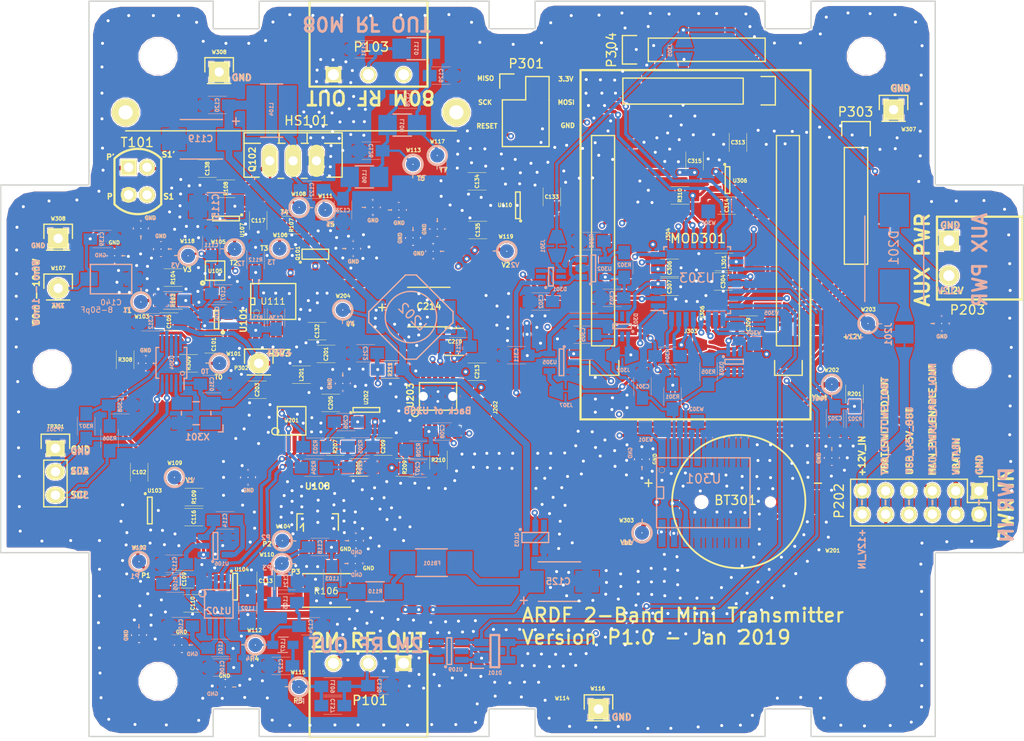
<source format=kicad_pcb>
(kicad_pcb (version 4) (host pcbnew 4.0.6)

  (general
    (links 514)
    (no_connects 0)
    (area 14.458714 29.5989 129.141286 111.00148)
    (thickness 1.6002)
    (drawings 125)
    (tracks 3508)
    (zones 0)
    (modules 204)
    (nets 152)
  )

  (page A4)
  (layers
    (0 F.Cu mixed)
    (1 In1.Cu mixed)
    (2 In2.Cu mixed)
    (31 B.Cu mixed)
    (32 B.Adhes user)
    (33 F.Adhes user)
    (34 B.Paste user)
    (35 F.Paste user)
    (36 B.SilkS user)
    (37 F.SilkS user)
    (38 B.Mask user)
    (39 F.Mask user)
    (40 Dwgs.User user)
    (41 Cmts.User user)
    (42 Eco1.User user)
    (43 Eco2.User user)
    (44 Edge.Cuts user)
    (45 Margin user)
    (46 B.CrtYd user)
    (47 F.CrtYd user)
    (48 B.Fab user)
    (49 F.Fab user)
  )

  (setup
    (last_trace_width 0.25)
    (user_trace_width 0.35)
    (user_trace_width 0.5)
    (user_trace_width 0.75)
    (user_trace_width 1)
    (trace_clearance 0.127)
    (zone_clearance 0.127)
    (zone_45_only yes)
    (trace_min 0.1524)
    (segment_width 0.2)
    (edge_width 0.15)
    (via_size 0.6858)
    (via_drill 0.3302)
    (via_min_size 0.6858)
    (via_min_drill 0.3302)
    (uvia_size 0.3)
    (uvia_drill 0.1)
    (uvias_allowed no)
    (uvia_min_size 0)
    (uvia_min_drill 0)
    (pcb_text_width 0.3)
    (pcb_text_size 1.5 1.5)
    (mod_edge_width 0.15)
    (mod_text_size 1 1)
    (mod_text_width 0.15)
    (pad_size 1.5 1.25)
    (pad_drill 0)
    (pad_to_mask_clearance 0.07)
    (aux_axis_origin 0 0)
    (visible_elements FFFEFFFF)
    (pcbplotparams
      (layerselection 0x010f0_80000007)
      (usegerberextensions true)
      (excludeedgelayer true)
      (linewidth 0.100000)
      (plotframeref false)
      (viasonmask false)
      (mode 1)
      (useauxorigin false)
      (hpglpennumber 1)
      (hpglpenspeed 20)
      (hpglpendiameter 15)
      (hpglpenoverlay 2)
      (psnegative false)
      (psa4output false)
      (plotreference true)
      (plotvalue true)
      (plotinvisibletext false)
      (padsonsilk false)
      (subtractmaskfromsilk false)
      (outputformat 1)
      (mirror false)
      (drillshape 0)
      (scaleselection 1)
      (outputdirectory "../IF Module/Gerbers/"))
  )

  (net 0 "")
  (net 1 +12V)
  (net 2 +2to+12V)
  (net 3 MAIN_PWR_ENABLE)
  (net 4 GND)
  (net 5 "Net-(BT301-Pad1)")
  (net 6 "Net-(C101-Pad2)")
  (net 7 "Net-(C102-Pad1)")
  (net 8 +V_HF)
  (net 9 "Net-(C105-Pad1)")
  (net 10 "Net-(C105-Pad2)")
  (net 11 +3V3_L8)
  (net 12 "Net-(C108-Pad2)")
  (net 13 "Net-(C109-Pad1)")
  (net 14 "Net-(C109-Pad2)")
  (net 15 "Net-(C110-Pad2)")
  (net 16 "Net-(C112-Pad2)")
  (net 17 "Net-(C113-Pad1)")
  (net 18 "Net-(C113-Pad2)")
  (net 19 "Net-(C114-Pad1)")
  (net 20 "Net-(C114-Pad2)")
  (net 21 "Net-(C115-Pad1)")
  (net 22 "Net-(C116-Pad2)")
  (net 23 "Net-(C118-Pad1)")
  (net 24 "Net-(C118-Pad2)")
  (net 25 "Net-(C122-Pad1)")
  (net 26 "Net-(C122-Pad2)")
  (net 27 "Net-(C124-Pad1)")
  (net 28 "Net-(C126-Pad2)")
  (net 29 "Net-(C127-Pad1)")
  (net 30 "Net-(C128-Pad1)")
  (net 31 "Net-(C130-Pad1)")
  (net 32 "Net-(C131-Pad1)")
  (net 33 "Net-(C134-Pad2)")
  (net 34 TX_BATTERY_VOLTAGE)
  (net 35 "Net-(C203-Pad2)")
  (net 36 "Net-(C204-Pad1)")
  (net 37 "Net-(C205-Pad2)")
  (net 38 "Net-(C206-Pad1)")
  (net 39 "Net-(C206-Pad2)")
  (net 40 "Net-(C207-Pad1)")
  (net 41 "Net-(C208-Pad1)")
  (net 42 "Net-(C209-Pad2)")
  (net 43 "Net-(C211-Pad1)")
  (net 44 "Net-(C211-Pad2)")
  (net 45 TX_PA_VOLTAGE)
  (net 46 "Net-(C213-Pad1)")
  (net 47 Vproc)
  (net 48 "Net-(C302-Pad2)")
  (net 49 "Net-(C303-Pad2)")
  (net 50 "Net-(C304-Pad2)")
  (net 51 ~RESET~)
  (net 52 "Net-(C309-Pad2)")
  (net 53 "Net-(C313-Pad2)")
  (net 54 "Net-(C314-Pad2)")
  (net 55 2M_ANTENNA_DETECT)
  (net 56 80M_ANTENNA_DETECT)
  (net 57 ~PROC_INT~)
  (net 58 "Net-(D201-Pad2)")
  (net 59 "Net-(D201-Pad1)")
  (net 60 VBAT_UNINTERRUPTED)
  (net 61 "Net-(D301-Pad2)")
  (net 62 "Net-(D301-Pad4)")
  (net 63 "Net-(D301-Pad5)")
  (net 64 "Net-(D302-Pad2)")
  (net 65 "Net-(D302-Pad5)")
  (net 66 "Net-(D303-Pad2)")
  (net 67 "Net-(D303-Pad5)")
  (net 68 "Net-(FB101-Pad1)")
  (net 69 USB_+5V_DIRECT)
  (net 70 /Digital/PD0)
  (net 71 "Net-(J303-Pad2)")
  (net 72 DI_SDA)
  (net 73 "Net-(J304-Pad2)")
  (net 74 "Net-(J305-Pad2)")
  (net 75 "Net-(J306-Pad1)")
  (net 76 DI_SCL)
  (net 77 "Net-(L102-Pad1)")
  (net 78 "Net-(L103-Pad1)")
  (net 79 "Net-(MOD301-Pad22)")
  (net 80 "Net-(MOD301-Pad24)")
  (net 81 "Net-(MOD301-Pad25)")
  (net 82 "Net-(MOD301-Pad26)")
  (net 83 "Net-(MOD301-Pad12)")
  (net 84 "Net-(MOD301-Pad13)")
  (net 85 "Net-(MOD301-Pad14)")
  (net 86 "Net-(MOD301-Pad16)")
  (net 87 "Net-(MOD301-Pad17)")
  (net 88 "Net-(MOD301-Pad18)")
  (net 89 DI_TXD0)
  (net 90 "Net-(MOD301-Pad20)")
  (net 91 "Net-(MOD301-Pad8)")
  (net 92 "Net-(MOD301-Pad7)")
  (net 93 "Net-(MOD301-Pad6)")
  (net 94 "Net-(MOD301-Pad4)")
  (net 95 "Net-(MOD301-Pad3)")
  (net 96 "Net-(MOD301-Pad2)")
  (net 97 ~WIFI_RESET~)
  (net 98 "Net-(P202-Pad7)")
  (net 99 "Net-(P202-Pad10)")
  (net 100 MISO)
  (net 101 SCK)
  (net 102 MOSI)
  (net 103 "Net-(P303-Pad2)")
  (net 104 "Net-(Q101-Pad3)")
  (net 105 HF_ENABLE)
  (net 106 "Net-(Q101-Pad6)")
  (net 107 "Net-(Q102-Pad1)")
  (net 108 "Net-(Q103-Pad3)")
  (net 109 VHF_ENABLE)
  (net 110 CLK1)
  (net 111 CLK0)
  (net 112 "Net-(R105-Pad2)")
  (net 113 "Net-(R106-Pad2)")
  (net 114 "Net-(R108-Pad2)")
  (net 115 "Net-(R111-Pad1)")
  (net 116 "Net-(R203-Pad2)")
  (net 117 "Net-(R206-Pad1)")
  (net 118 "Net-(R210-Pad1)")
  (net 119 RTC_SQW)
  (net 120 "Net-(R302-Pad1)")
  (net 121 /Digital/PD1)
  (net 122 "Net-(R308-Pad2)")
  (net 123 "Net-(R309-Pad2)")
  (net 124 WIFI_ENABLE)
  (net 125 "Net-(U102-Pad2)")
  (net 126 "Net-(U105-Pad2)")
  (net 127 "Net-(U105-Pad5)")
  (net 128 80M_KEY)
  (net 129 "Net-(U109-Pad1)")
  (net 130 "Net-(U109-Pad3)")
  (net 131 "Net-(U109-Pad5)")
  (net 132 "Net-(U201-Pad1)")
  (net 133 "Net-(U201-Pad2)")
  (net 134 TX_FINAL_VOLTAGE_ENABLE)
  (net 135 "Net-(U203-Pad12)")
  (net 136 "Net-(U301-Pad1)")
  (net 137 "Net-(U301-Pad4)")
  (net 138 /Digital/PD5)
  (net 139 /Digital/PB2)
  (net 140 /Digital/PC2)
  (net 141 /Digital/PC3)
  (net 142 "Net-(U304-Pad2)")
  (net 143 "Net-(U304-Pad3)")
  (net 144 "Net-(U304-Pad6)")
  (net 145 "Net-(X301-Pad1)")
  (net 146 "Net-(J307-Pad2)")
  (net 147 "Net-(J201-Pad1)")
  (net 148 "Net-(J202-Pad2)")
  (net 149 "Net-(C138-Pad1)")
  (net 150 "Net-(C138-Pad2)")
  (net 151 "Net-(C139-Pad1)")

  (net_class Default "This is the default net class."
    (clearance 0.127)
    (trace_width 0.25)
    (via_dia 0.6858)
    (via_drill 0.3302)
    (uvia_dia 0.3)
    (uvia_drill 0.1)
    (add_net +12V)
    (add_net +2to+12V)
    (add_net +3V3_L8)
    (add_net +V_HF)
    (add_net /Digital/PB2)
    (add_net /Digital/PC2)
    (add_net /Digital/PC3)
    (add_net /Digital/PD0)
    (add_net /Digital/PD1)
    (add_net /Digital/PD5)
    (add_net 2M_ANTENNA_DETECT)
    (add_net 80M_ANTENNA_DETECT)
    (add_net 80M_KEY)
    (add_net CLK0)
    (add_net CLK1)
    (add_net DI_SCL)
    (add_net DI_SDA)
    (add_net DI_TXD0)
    (add_net GND)
    (add_net HF_ENABLE)
    (add_net MAIN_PWR_ENABLE)
    (add_net MISO)
    (add_net MOSI)
    (add_net "Net-(BT301-Pad1)")
    (add_net "Net-(C101-Pad2)")
    (add_net "Net-(C102-Pad1)")
    (add_net "Net-(C105-Pad1)")
    (add_net "Net-(C105-Pad2)")
    (add_net "Net-(C108-Pad2)")
    (add_net "Net-(C109-Pad1)")
    (add_net "Net-(C109-Pad2)")
    (add_net "Net-(C110-Pad2)")
    (add_net "Net-(C112-Pad2)")
    (add_net "Net-(C113-Pad1)")
    (add_net "Net-(C113-Pad2)")
    (add_net "Net-(C114-Pad1)")
    (add_net "Net-(C114-Pad2)")
    (add_net "Net-(C115-Pad1)")
    (add_net "Net-(C116-Pad2)")
    (add_net "Net-(C118-Pad1)")
    (add_net "Net-(C118-Pad2)")
    (add_net "Net-(C122-Pad1)")
    (add_net "Net-(C122-Pad2)")
    (add_net "Net-(C124-Pad1)")
    (add_net "Net-(C126-Pad2)")
    (add_net "Net-(C127-Pad1)")
    (add_net "Net-(C128-Pad1)")
    (add_net "Net-(C130-Pad1)")
    (add_net "Net-(C131-Pad1)")
    (add_net "Net-(C134-Pad2)")
    (add_net "Net-(C138-Pad1)")
    (add_net "Net-(C138-Pad2)")
    (add_net "Net-(C139-Pad1)")
    (add_net "Net-(C203-Pad2)")
    (add_net "Net-(C204-Pad1)")
    (add_net "Net-(C205-Pad2)")
    (add_net "Net-(C206-Pad1)")
    (add_net "Net-(C206-Pad2)")
    (add_net "Net-(C207-Pad1)")
    (add_net "Net-(C208-Pad1)")
    (add_net "Net-(C209-Pad2)")
    (add_net "Net-(C211-Pad1)")
    (add_net "Net-(C211-Pad2)")
    (add_net "Net-(C213-Pad1)")
    (add_net "Net-(C302-Pad2)")
    (add_net "Net-(C303-Pad2)")
    (add_net "Net-(C304-Pad2)")
    (add_net "Net-(C309-Pad2)")
    (add_net "Net-(C313-Pad2)")
    (add_net "Net-(C314-Pad2)")
    (add_net "Net-(D201-Pad1)")
    (add_net "Net-(D201-Pad2)")
    (add_net "Net-(D301-Pad2)")
    (add_net "Net-(D301-Pad4)")
    (add_net "Net-(D301-Pad5)")
    (add_net "Net-(D302-Pad2)")
    (add_net "Net-(D302-Pad5)")
    (add_net "Net-(D303-Pad2)")
    (add_net "Net-(D303-Pad5)")
    (add_net "Net-(FB101-Pad1)")
    (add_net "Net-(J201-Pad1)")
    (add_net "Net-(J202-Pad2)")
    (add_net "Net-(J303-Pad2)")
    (add_net "Net-(J304-Pad2)")
    (add_net "Net-(J305-Pad2)")
    (add_net "Net-(J306-Pad1)")
    (add_net "Net-(J307-Pad2)")
    (add_net "Net-(L102-Pad1)")
    (add_net "Net-(L103-Pad1)")
    (add_net "Net-(MOD301-Pad12)")
    (add_net "Net-(MOD301-Pad13)")
    (add_net "Net-(MOD301-Pad14)")
    (add_net "Net-(MOD301-Pad16)")
    (add_net "Net-(MOD301-Pad17)")
    (add_net "Net-(MOD301-Pad18)")
    (add_net "Net-(MOD301-Pad2)")
    (add_net "Net-(MOD301-Pad20)")
    (add_net "Net-(MOD301-Pad22)")
    (add_net "Net-(MOD301-Pad24)")
    (add_net "Net-(MOD301-Pad25)")
    (add_net "Net-(MOD301-Pad26)")
    (add_net "Net-(MOD301-Pad3)")
    (add_net "Net-(MOD301-Pad4)")
    (add_net "Net-(MOD301-Pad6)")
    (add_net "Net-(MOD301-Pad7)")
    (add_net "Net-(MOD301-Pad8)")
    (add_net "Net-(P202-Pad10)")
    (add_net "Net-(P202-Pad7)")
    (add_net "Net-(P303-Pad2)")
    (add_net "Net-(Q101-Pad3)")
    (add_net "Net-(Q101-Pad6)")
    (add_net "Net-(Q102-Pad1)")
    (add_net "Net-(Q103-Pad3)")
    (add_net "Net-(R105-Pad2)")
    (add_net "Net-(R106-Pad2)")
    (add_net "Net-(R108-Pad2)")
    (add_net "Net-(R111-Pad1)")
    (add_net "Net-(R203-Pad2)")
    (add_net "Net-(R206-Pad1)")
    (add_net "Net-(R210-Pad1)")
    (add_net "Net-(R302-Pad1)")
    (add_net "Net-(R308-Pad2)")
    (add_net "Net-(R309-Pad2)")
    (add_net "Net-(U102-Pad2)")
    (add_net "Net-(U105-Pad2)")
    (add_net "Net-(U105-Pad5)")
    (add_net "Net-(U109-Pad1)")
    (add_net "Net-(U109-Pad3)")
    (add_net "Net-(U109-Pad5)")
    (add_net "Net-(U201-Pad1)")
    (add_net "Net-(U201-Pad2)")
    (add_net "Net-(U203-Pad12)")
    (add_net "Net-(U301-Pad1)")
    (add_net "Net-(U301-Pad4)")
    (add_net "Net-(U304-Pad2)")
    (add_net "Net-(U304-Pad3)")
    (add_net "Net-(U304-Pad6)")
    (add_net "Net-(X301-Pad1)")
    (add_net RTC_SQW)
    (add_net SCK)
    (add_net TX_BATTERY_VOLTAGE)
    (add_net TX_FINAL_VOLTAGE_ENABLE)
    (add_net TX_PA_VOLTAGE)
    (add_net USB_+5V_DIRECT)
    (add_net VBAT_UNINTERRUPTED)
    (add_net VHF_ENABLE)
    (add_net Vproc)
    (add_net WIFI_ENABLE)
    (add_net ~PROC_INT~)
    (add_net ~RESET~)
    (add_net ~WIFI_RESET~)
  )

  (net_class Power.5 ""
    (clearance 0.127)
    (trace_width 0.5)
    (via_dia 0.6858)
    (via_drill 0.5)
    (uvia_dia 0.3)
    (uvia_drill 0.1)
  )

  (net_class Power.75 ""
    (clearance 0.127)
    (trace_width 0.75)
    (via_dia 1)
    (via_drill 0.75)
    (uvia_dia 0.3)
    (uvia_drill 0.1)
  )

  (net_class Power1.0 ""
    (clearance 0.127)
    (trace_width 1)
    (via_dia 1.3)
    (via_drill 1)
    (uvia_dia 0.3)
    (uvia_drill 0.1)
  )

  (net_class Signal.25 ""
    (clearance 0.127)
    (trace_width 0.25)
    (via_dia 0.6858)
    (via_drill 0.3302)
    (uvia_dia 0.3)
    (uvia_drill 0.1)
  )

  (net_class Signal.35 ""
    (clearance 0.127)
    (trace_width 0.35)
    (via_dia 0.6858)
    (via_drill 0.4302)
    (uvia_dia 0.3)
    (uvia_drill 0.1)
  )

  (module Pin_Headers:Pin_Header_Straight_1x01 (layer F.Cu) (tedit 5C297EE7) (tstamp 5C0F46B7)
    (at 44.26 69.4)
    (descr "Through hole pin header")
    (tags "pin header")
    (path /5BC7F38C/57BD33AA)
    (fp_text reference P302 (at -1.9 0.51) (layer F.SilkS)
      (effects (font (size 0.4 0.4) (thickness 0.1)))
    )
    (fp_text value Thru (at 0 -3.1) (layer F.Fab)
      (effects (font (size 1 1) (thickness 0.15)))
    )
    (fp_line (start 1.55 -1.55) (end 1.55 0) (layer F.SilkS) (width 0.15))
    (fp_line (start -1.75 -1.75) (end -1.75 1.75) (layer F.CrtYd) (width 0.05))
    (fp_line (start 1.75 -1.75) (end 1.75 1.75) (layer F.CrtYd) (width 0.05))
    (fp_line (start -1.75 -1.75) (end 1.75 -1.75) (layer F.CrtYd) (width 0.05))
    (fp_line (start -1.75 1.75) (end 1.75 1.75) (layer F.CrtYd) (width 0.05))
    (fp_line (start -1.55 0) (end -1.55 -1.55) (layer F.SilkS) (width 0.15))
    (fp_line (start -1.55 -1.55) (end 1.55 -1.55) (layer F.SilkS) (width 0.15))
    (fp_line (start -1.27 1.27) (end 1.27 1.27) (layer F.SilkS) (width 0.15))
    (pad 1 thru_hole circle (at 0 0) (size 2.2352 2.2352) (drill 1.016) (layers *.Cu *.Mask F.SilkS)
      (net 11 +3V3_L8))
    (model Pin_Headers.3dshapes/Pin_Header_Straight_1x01.wrl
      (at (xyz 0 0 0))
      (scale (xyz 1 1 1))
      (rotate (xyz 0 0 90))
    )
  )

  (module Pin_Headers:Pin_Header_Straight_1x01 (layer F.Cu) (tedit 5C297E46) (tstamp 5C0F49AC)
    (at 22.45 61.24)
    (descr "Through hole pin header")
    (tags "pin header")
    (path /5AAF556C)
    (fp_text reference W107 (at 0.01 -2.19) (layer F.SilkS)
      (effects (font (size 0.4 0.4) (thickness 0.1)))
    )
    (fp_text value P (at 0 -3.1) (layer F.Fab)
      (effects (font (size 1 1) (thickness 0.15)))
    )
    (fp_line (start 1.55 -1.55) (end 1.55 0) (layer F.SilkS) (width 0.15))
    (fp_line (start -1.75 -1.75) (end -1.75 1.75) (layer F.CrtYd) (width 0.05))
    (fp_line (start 1.75 -1.75) (end 1.75 1.75) (layer F.CrtYd) (width 0.05))
    (fp_line (start -1.75 -1.75) (end 1.75 -1.75) (layer F.CrtYd) (width 0.05))
    (fp_line (start -1.75 1.75) (end 1.75 1.75) (layer F.CrtYd) (width 0.05))
    (fp_line (start -1.55 0) (end -1.55 -1.55) (layer F.SilkS) (width 0.15))
    (fp_line (start -1.55 -1.55) (end 1.55 -1.55) (layer F.SilkS) (width 0.15))
    (fp_line (start -1.27 1.27) (end 1.27 1.27) (layer F.SilkS) (width 0.15))
    (pad 1 thru_hole circle (at 0 0) (size 2.2352 2.2352) (drill 1.016) (layers *.Cu *.Mask F.SilkS)
      (net 151 "Net-(C139-Pad1)"))
    (model Pin_Headers.3dshapes/Pin_Header_Straight_1x01.wrl
      (at (xyz 0 0 0))
      (scale (xyz 1 1 1))
      (rotate (xyz 0 0 90))
    )
  )

  (module Resistors_SMD:R_0603_HandSoldering (layer B.Cu) (tedit 5C29389A) (tstamp 5C0F4621)
    (at 46.88 100.03)
    (descr "Resistor SMD 0603, hand soldering")
    (tags "resistor 0603")
    (path /5BE98238)
    (attr smd)
    (fp_text reference L107 (at 0.02 0.03 90) (layer B.SilkS)
      (effects (font (size 0.4 0.4) (thickness 0.1)) (justify mirror))
    )
    (fp_text value 85nH (at 0 -1.9) (layer B.Fab)
      (effects (font (size 1 1) (thickness 0.15)) (justify mirror))
    )
    (fp_line (start -0.4826 -0.8382) (end 0.5842 -0.8509) (layer B.SilkS) (width 0.1))
    (fp_line (start -0.5461 0.8382) (end 0.5207 0.8255) (layer B.SilkS) (width 0.1))
    (fp_line (start -2 0.8) (end 2 0.8) (layer B.CrtYd) (width 0.05))
    (fp_line (start -2 -0.8) (end 2 -0.8) (layer B.CrtYd) (width 0.05))
    (fp_line (start -2 0.8) (end -2 -0.8) (layer B.CrtYd) (width 0.05))
    (fp_line (start 2 0.8) (end 2 -0.8) (layer B.CrtYd) (width 0.05))
    (pad 1 smd rect (at -1.1 0) (size 1.2 0.9) (layers B.Cu B.Paste B.Mask)
      (net 27 "Net-(C124-Pad1)"))
    (pad 2 smd rect (at 1.1 0) (size 1.2 0.9) (layers B.Cu B.Paste B.Mask)
      (net 29 "Net-(C127-Pad1)"))
    (model Resistors_SMD.3dshapes/R_0603_HandSoldering.wrl
      (at (xyz 0 0 0))
      (scale (xyz 1 1 1))
      (rotate (xyz 0 0 0))
    )
  )

  (module Pin_Headers:Pin_Header_Straight_1x01 (layer F.Cu) (tedit 5C112463) (tstamp 5C184F12)
    (at 22.45 55.82)
    (descr "Through hole pin header")
    (tags "pin header")
    (path /5BC7F38C/59FF6D51)
    (fp_text reference W308 (at 0 -2.16) (layer F.SilkS)
      (effects (font (size 0.4 0.4) (thickness 0.1)))
    )
    (fp_text value CONN_01X01 (at 0 -3.1) (layer F.Fab)
      (effects (font (size 1 1) (thickness 0.15)))
    )
    (fp_line (start 1.55 -1.55) (end 1.55 0) (layer F.SilkS) (width 0.15))
    (fp_line (start -1.75 -1.75) (end -1.75 1.75) (layer F.CrtYd) (width 0.05))
    (fp_line (start 1.75 -1.75) (end 1.75 1.75) (layer F.CrtYd) (width 0.05))
    (fp_line (start -1.75 -1.75) (end 1.75 -1.75) (layer F.CrtYd) (width 0.05))
    (fp_line (start -1.75 1.75) (end 1.75 1.75) (layer F.CrtYd) (width 0.05))
    (fp_line (start -1.55 0) (end -1.55 -1.55) (layer F.SilkS) (width 0.15))
    (fp_line (start -1.55 -1.55) (end 1.55 -1.55) (layer F.SilkS) (width 0.15))
    (fp_line (start -1.27 1.27) (end 1.27 1.27) (layer F.SilkS) (width 0.15))
    (pad 1 thru_hole rect (at 0 0) (size 2.2352 2.2352) (drill 1.016) (layers *.Cu *.Mask F.SilkS)
      (net 4 GND))
    (model Pin_Headers.3dshapes/Pin_Header_Straight_1x01.wrl
      (at (xyz 0 0 0))
      (scale (xyz 1 1 1))
      (rotate (xyz 0 0 90))
    )
  )

  (module SMD_Packages:SO-8_Handsolder (layer F.Cu) (tedit 5C10792C) (tstamp 5C0F48FB)
    (at 45.83 62.67)
    (path /5BEB23E9)
    (attr smd)
    (fp_text reference U111 (at -0.02 -0.01) (layer F.SilkS)
      (effects (font (size 0.7 0.7) (thickness 0.1)))
    )
    (fp_text value LDL212 (at 0 -5.7912) (layer F.Fab)
      (effects (font (size 1 1) (thickness 0.15)))
    )
    (fp_line (start -2.0066 -0.3556) (end -2.4511 -0.3683) (layer F.SilkS) (width 0.15))
    (fp_line (start -1.9939 0.3429) (end -2.413 0.3429) (layer F.SilkS) (width 0.15))
    (fp_circle (center -1.8161 1.2192) (end -2.0066 0.9652) (layer F.SilkS) (width 0.05))
    (fp_line (start 2.45 1.95) (end -2.45 1.95) (layer F.SilkS) (width 0.15))
    (fp_line (start -2.45 1.95) (end -2.45 -1.95) (layer F.SilkS) (width 0.15))
    (fp_line (start -2.45 -1.95) (end 2.45 -1.95) (layer F.SilkS) (width 0.15))
    (fp_line (start 2.45 -1.95) (end 2.45 1.95) (layer F.SilkS) (width 0.15))
    (fp_line (start -2 -0.335) (end -2 0.335) (layer F.SilkS) (width 0.15))
    (pad 1 smd rect (at -1.905 3.15) (size 0.6 2.4) (layers F.Cu F.Paste F.Mask)
      (net 8 +V_HF))
    (pad 2 smd rect (at -0.635 3.15) (size 0.6 2.4) (layers F.Cu F.Paste F.Mask)
      (net 4 GND))
    (pad 3 smd rect (at 0.635 3.15) (size 0.6 2.4) (layers F.Cu F.Paste F.Mask)
      (net 4 GND))
    (pad 4 smd rect (at 1.905 3.15) (size 0.6 2.4) (layers F.Cu F.Paste F.Mask)
      (net 1 +12V))
    (pad 5 smd rect (at 1.905 -3.15) (size 0.6 2.4) (layers F.Cu F.Paste F.Mask)
      (net 105 HF_ENABLE))
    (pad 6 smd rect (at 0.635 -3.15) (size 0.6 2.4) (layers F.Cu F.Paste F.Mask)
      (net 4 GND))
    (pad 7 smd rect (at -0.635 -3.15) (size 0.6 2.4) (layers F.Cu F.Paste F.Mask)
      (net 4 GND))
    (pad 8 smd rect (at -1.905 -3.15) (size 0.6 2.4) (layers F.Cu F.Paste F.Mask)
      (net 115 "Net-(R111-Pad1)"))
  )

  (module SMD_Packages:SSOP-12_Pad_Handsolder (layer F.Cu) (tedit 5C0ECCE6) (tstamp 59605D84)
    (at 63.75 73)
    (path /591BC960/58B77FB4)
    (solder_mask_margin 0.06)
    (clearance 0.06)
    (attr smd)
    (fp_text reference U203 (at -3.02 -0.1 90) (layer F.SilkS)
      (effects (font (size 0.7 0.7) (thickness 0.15)))
    )
    (fp_text value LTC3600 (at 0 0.508) (layer F.Fab)
      (effects (font (size 1 1) (thickness 0.15)))
    )
    (fp_line (start -2.02 -1.5) (end 2.02 -1.5) (layer F.SilkS) (width 0.15))
    (fp_line (start 2.02 -1.5) (end 2.02 1.5) (layer F.SilkS) (width 0.15))
    (fp_line (start 2.02 1.5) (end -2.02 1.5) (layer F.SilkS) (width 0.15))
    (fp_line (start -2.02 1.5) (end -2.02 -1.5) (layer F.SilkS) (width 0.15))
    (fp_circle (center -2.5019 1.8161) (end -2.8829 1.8161) (layer F.SilkS) (width 0.15))
    (pad 13 thru_hole circle (at -0.0254 0.5461) (size 0.5 0.5) (drill 0.3) (layers *.Cu *.Mask)
      (net 4 GND))
    (pad 13 thru_hole circle (at 1.6002 0) (size 1.524 1.524) (drill 1) (layers *.Cu *.Mask)
      (net 4 GND))
    (pad 6 smd rect (at 1.625 2.4) (size 0.45 1.75) (layers F.Cu F.Paste F.Mask)
      (net 148 "Net-(J202-Pad2)"))
    (pad 5 smd rect (at 0.975 2.4) (size 0.45 1.75) (layers F.Cu F.Paste F.Mask)
      (net 134 TX_FINAL_VOLTAGE_ENABLE))
    (pad 12 smd rect (at -1.625 -2.4) (size 0.45 1.75) (layers F.Cu F.Paste F.Mask)
      (net 135 "Net-(U203-Pad12)"))
    (pad 11 smd rect (at -0.975 -2.4) (size 0.45 1.75) (layers F.Cu F.Paste F.Mask)
      (net 2 +2to+12V))
    (pad 1 smd rect (at -1.625 2.4) (size 0.45 1.75) (layers F.Cu F.Paste F.Mask)
      (net 42 "Net-(C209-Pad2)"))
    (pad 2 smd rect (at -0.975 2.4) (size 0.45 1.75) (layers F.Cu F.Paste F.Mask)
      (net 41 "Net-(C208-Pad1)"))
    (pad 3 smd rect (at -0.325 2.4) (size 0.45 1.75) (layers F.Cu F.Paste F.Mask)
      (net 118 "Net-(R210-Pad1)"))
    (pad 4 smd rect (at 0.325 2.4) (size 0.45 1.75) (layers F.Cu F.Paste F.Mask)
      (net 46 "Net-(C213-Pad1)"))
    (pad 7 smd rect (at 1.625 -2.4) (size 0.45 1.75) (layers F.Cu F.Paste F.Mask)
      (net 44 "Net-(C211-Pad2)"))
    (pad 8 smd rect (at 0.975 -2.4) (size 0.45 1.75) (layers F.Cu F.Paste F.Mask)
      (net 1 +12V))
    (pad 9 smd rect (at 0.325 -2.4) (size 0.45 1.75) (layers F.Cu F.Paste F.Mask)
      (net 43 "Net-(C211-Pad1)"))
    (pad 10 smd rect (at -0.325 -2.4) (size 0.45 1.75) (layers F.Cu F.Paste F.Mask)
      (net 46 "Net-(C213-Pad1)"))
    (pad 13 smd rect (at 0 0) (size 4.845 1.651) (layers *.Mask F.Cu F.Paste)
      (net 4 GND))
    (pad 13 thru_hole circle (at -1.6129 -0.0127) (size 1.524 1.524) (drill 1) (layers *.Cu *.Mask)
      (net 4 GND))
    (pad 13 thru_hole circle (at 0 -0.5207) (size 0.5 0.5) (drill 0.3) (layers *.Cu *.Mask)
      (net 4 GND))
    (model "/Library/Application Support/kicad/packages3d/Housings_SSOP.3dshapes/MSOP-12_3x4mm_Pitch0.65mm.wrl"
      (at (xyz 0 0 0))
      (scale (xyz 1 1 1))
      (rotate (xyz 0 0 90))
    )
  )

  (module Sockets:Phoenix_3.81mm_2pos (layer F.Cu) (tedit 5C0ED438) (tstamp 59FE2DEC)
    (at 119.29 56.05 270)
    (tags DEV)
    (path /591BC960/59FCFE1A)
    (fp_text reference P203 (at 7.54 -2.03 360) (layer F.SilkS)
      (effects (font (size 1 1) (thickness 0.15)))
    )
    (fp_text value "AUX BATTERY" (at 9.5377 -5.4102 270) (layer F.Fab)
      (effects (font (size 1 1) (thickness 0.15)))
    )
    (fp_line (start -2.6 -8) (end 6.41 -8) (layer F.SilkS) (width 0.25))
    (fp_line (start 6.41 -8) (end 6.41 1.3) (layer F.SilkS) (width 0.25))
    (fp_line (start 6.41 1.3) (end -2.6 1.3) (layer F.SilkS) (width 0.25))
    (fp_line (start -2.6 1.3) (end -2.6 -8) (layer F.SilkS) (width 0.25))
    (pad 1 thru_hole rect (at 0 0 270) (size 2.2 2.2) (drill 1.2) (layers *.Cu *.Mask F.SilkS)
      (net 4 GND) (zone_connect 1) (thermal_width 1) (thermal_gap 0.15))
    (pad 2 thru_hole circle (at 3.81 0 270) (size 2.2 2.2) (drill 1.2) (layers *.Cu *.Mask F.SilkS)
      (net 58 "Net-(D201-Pad2)"))
  )

  (module Mounting_Holes:MountingHole_4mm locked (layer F.Cu) (tedit 588BC20D) (tstamp 588BEC1E)
    (at 121.8 70)
    (descr "Mounting hole, Befestigungsbohrung, 4mm, No Annular, Kein Restring,")
    (tags "Mounting hole, Befestigungsbohrung, 4mm, No Annular, Kein Restring,")
    (fp_text reference "4mm thru" (at 0 -5.4991) (layer F.SilkS) hide
      (effects (font (size 1 1) (thickness 0.15)))
    )
    (fp_text value MountingHole_4mm (at 0 5.99948) (layer F.Fab) hide
      (effects (font (size 1 1) (thickness 0.15)))
    )
    (fp_circle (center 0 0) (end 4 0) (layer Cmts.User) (width 0.381))
    (pad 1 thru_hole circle (at 0 0) (size 4 4) (drill 4) (layers))
  )

  (module Mounting_Holes:MountingHole_4mm locked (layer F.Cu) (tedit 588BC20D) (tstamp 588BEC10)
    (at 21.8 70)
    (descr "Mounting hole, Befestigungsbohrung, 4mm, No Annular, Kein Restring,")
    (tags "Mounting hole, Befestigungsbohrung, 4mm, No Annular, Kein Restring,")
    (fp_text reference "4mm thru" (at 0 -5.4991) (layer F.SilkS) hide
      (effects (font (size 1 1) (thickness 0.15)))
    )
    (fp_text value MountingHole_4mm (at 0 5.99948) (layer F.Fab) hide
      (effects (font (size 1 1) (thickness 0.15)))
    )
    (fp_circle (center 0 0) (end 4 0) (layer Cmts.User) (width 0.381))
    (pad 1 thru_hole circle (at 0 0) (size 4 4) (drill 4) (layers))
  )

  (module Mounting_Holes:MountingHole_4mm locked (layer F.Cu) (tedit 588BC20D) (tstamp 588BD9DB)
    (at 110.3 104)
    (descr "Mounting hole, Befestigungsbohrung, 4mm, No Annular, Kein Restring,")
    (tags "Mounting hole, Befestigungsbohrung, 4mm, No Annular, Kein Restring,")
    (fp_text reference "4mm thru" (at 0 -5.4991) (layer F.SilkS) hide
      (effects (font (size 1 1) (thickness 0.15)))
    )
    (fp_text value MountingHole_4mm (at 0 5.99948) (layer F.Fab) hide
      (effects (font (size 1 1) (thickness 0.15)))
    )
    (fp_circle (center 0 0) (end 4 0) (layer Cmts.User) (width 0.381))
    (pad 1 thru_hole circle (at 0 0) (size 4 4) (drill 4) (layers))
  )

  (module Mounting_Holes:MountingHole_4mm locked (layer F.Cu) (tedit 588BC20D) (tstamp 588BD9CF)
    (at 110.3 36)
    (descr "Mounting hole, Befestigungsbohrung, 4mm, No Annular, Kein Restring,")
    (tags "Mounting hole, Befestigungsbohrung, 4mm, No Annular, Kein Restring,")
    (fp_text reference "4mm thru" (at 0 -5.4991) (layer F.SilkS) hide
      (effects (font (size 1 1) (thickness 0.15)))
    )
    (fp_text value MountingHole_4mm (at 0 5.99948) (layer F.Fab) hide
      (effects (font (size 1 1) (thickness 0.15)))
    )
    (fp_circle (center 0 0) (end 4 0) (layer Cmts.User) (width 0.381))
    (pad 1 thru_hole circle (at 0 0) (size 4 4) (drill 4) (layers))
  )

  (module Mounting_Holes:MountingHole_4mm locked (layer F.Cu) (tedit 588BC20D) (tstamp 588BD9C3)
    (at 33.3 104)
    (descr "Mounting hole, Befestigungsbohrung, 4mm, No Annular, Kein Restring,")
    (tags "Mounting hole, Befestigungsbohrung, 4mm, No Annular, Kein Restring,")
    (fp_text reference "4mm thru" (at 0 -5.4991) (layer F.SilkS) hide
      (effects (font (size 1 1) (thickness 0.15)))
    )
    (fp_text value MountingHole_4mm (at 0 5.99948) (layer F.Fab) hide
      (effects (font (size 1 1) (thickness 0.15)))
    )
    (fp_circle (center 0 0) (end 4 0) (layer Cmts.User) (width 0.381))
    (pad 1 thru_hole circle (at 0 0) (size 4 4) (drill 4) (layers))
  )

  (module Mounting_Holes:MountingHole_4mm locked (layer F.Cu) (tedit 588BC20D) (tstamp 588BD97E)
    (at 33.3 36)
    (descr "Mounting hole, Befestigungsbohrung, 4mm, No Annular, Kein Restring,")
    (tags "Mounting hole, Befestigungsbohrung, 4mm, No Annular, Kein Restring,")
    (fp_text reference "4mm thru" (at 0 -5.4991) (layer F.SilkS) hide
      (effects (font (size 1 1) (thickness 0.15)))
    )
    (fp_text value MountingHole_4mm (at 0 5.99948) (layer F.Fab) hide
      (effects (font (size 1 1) (thickness 0.15)))
    )
    (fp_circle (center 0 0) (end 4 0) (layer Cmts.User) (width 0.381))
    (pad 1 thru_hole circle (at 0 0) (size 4 4) (drill 4) (layers))
  )

  (module Capacitors_SMD:C_2917_7343_Metric_HandSoldering (layer F.Cu) (tedit 5C107D66) (tstamp 59D58E9C)
    (at 62.75 63.28)
    (descr "Capacitor SMD 2917, hand soldering")
    (tags "capacitor 2917")
    (path /591BC960/59D849C5)
    (attr smd)
    (fp_text reference C214 (at 0.01 -0.08) (layer F.SilkS)
      (effects (font (size 0.7 0.7) (thickness 0.15)))
    )
    (fp_text value "47uF low esr" (at 0 4.7) (layer F.Fab)
      (effects (font (size 1 1) (thickness 0.15)))
    )
    (fp_line (start -3.175 -2.54) (end 3.175 -2.54) (layer F.CrtYd) (width 0.05))
    (fp_line (start 3.175 2.54) (end 3.175 -2.54) (layer F.CrtYd) (width 0.05))
    (fp_line (start -3.175 2.54) (end 3.175 2.54) (layer F.CrtYd) (width 0.05))
    (fp_line (start -3.175 -2.54) (end -3.175 2.54) (layer F.CrtYd) (width 0.05))
    (fp_text user + (at -5.08 -0.03) (layer F.SilkS)
      (effects (font (size 1 1) (thickness 0.15)))
    )
    (fp_line (start 2.3 -2.15) (end -2.3 -2.15) (layer F.SilkS) (width 0.15))
    (fp_line (start -2.3 2.15) (end 2.3 2.15) (layer F.SilkS) (width 0.15))
    (pad 1 smd rect (at -3 0) (size 2.6 2.4) (layers F.Cu F.Paste F.Mask)
      (net 2 +2to+12V))
    (pad 2 smd rect (at 3 0) (size 2.6 2.4) (layers F.Cu F.Paste F.Mask)
      (net 4 GND) (zone_connect 1) (thermal_width 2) (thermal_gap 0.25))
    (model Capacitors_SMD.3dshapes/C_2225_HandSoldering.wrl
      (at (xyz 0 0 0))
      (scale (xyz 1 0.4 1))
      (rotate (xyz 0 0 0))
    )
  )

  (module Diodes_SMD:DO-214AB_Handsoldering (layer B.Cu) (tedit 5C111FB8) (tstamp 5A88C07C)
    (at 113.35 56.88 90)
    (descr "Jedec DO-214AB diode package. Designed according to Fairchild SS32 datasheet.")
    (tags "DO-214AB diode Handsoldering")
    (path /591BC960/58BBD5FE)
    (attr smd)
    (fp_text reference D201 (at 0.05 -0.05 90) (layer B.SilkS)
      (effects (font (size 1 1) (thickness 0.15)) (justify mirror))
    )
    (fp_text value B530 (at 0 -4.6 90) (layer B.Fab)
      (effects (font (size 1 1) (thickness 0.15)) (justify mirror))
    )
    (fp_line (start -6.15 3.45) (end 6.15 3.45) (layer B.CrtYd) (width 0.05))
    (fp_line (start 6.15 3.45) (end 6.15 -3.45) (layer B.CrtYd) (width 0.05))
    (fp_line (start 6.15 -3.45) (end -6.15 -3.45) (layer B.CrtYd) (width 0.05))
    (fp_line (start -6.15 -3.45) (end -6.15 3.45) (layer B.CrtYd) (width 0.05))
    (fp_line (start 3.5 -3.2) (end -5.8 -3.2) (layer B.SilkS) (width 0.15))
    (fp_line (start -5.8 3.2) (end 3.5 3.2) (layer B.SilkS) (width 0.15))
    (pad 2 smd rect (at 4.1 0 90) (size 3.6 3.2) (layers B.Cu B.Paste B.Mask)
      (net 58 "Net-(D201-Pad2)"))
    (pad 1 smd rect (at -4.1 0 90) (size 3.6 3.2) (layers B.Cu B.Paste B.Mask)
      (net 59 "Net-(D201-Pad1)"))
    (model Diodes_SMD.3dshapes/DO-214AB_Handsoldering.wrl
      (at (xyz 0 0 0))
      (scale (xyz 0.39 0.39 0.39))
      (rotate (xyz 0 0 180))
    )
  )

  (module Pin_Headers:Pin_Header_Straight_2x06 locked (layer F.Cu) (tedit 5C11CE27) (tstamp 59789B0F)
    (at 122.57 83.28 270)
    (descr "Through hole pin header")
    (tags "pin header")
    (path /591BC960/5AAED373)
    (fp_text reference P202 (at 1.09 15.22 270) (layer F.SilkS)
      (effects (font (size 1 1) (thickness 0.15)))
    )
    (fp_text value "To Power Supply Board" (at 0 -3.1 270) (layer F.Fab)
      (effects (font (size 1 1) (thickness 0.15)))
    )
    (fp_line (start -1.75 -1.75) (end -1.75 14.45) (layer F.CrtYd) (width 0.05))
    (fp_line (start 4.3 -1.75) (end 4.3 14.45) (layer F.CrtYd) (width 0.05))
    (fp_line (start -1.75 -1.75) (end 4.3 -1.75) (layer F.CrtYd) (width 0.05))
    (fp_line (start -1.75 14.45) (end 4.3 14.45) (layer F.CrtYd) (width 0.05))
    (fp_line (start 3.81 13.97) (end 3.81 -1.27) (layer F.SilkS) (width 0.15))
    (fp_line (start -1.27 1.27) (end -1.27 13.97) (layer F.SilkS) (width 0.15))
    (fp_line (start 3.81 13.97) (end -1.27 13.97) (layer F.SilkS) (width 0.15))
    (fp_line (start 3.81 -1.27) (end 1.27 -1.27) (layer F.SilkS) (width 0.15))
    (fp_line (start 0 -1.55) (end -1.55 -1.55) (layer F.SilkS) (width 0.15))
    (fp_line (start 1.27 -1.27) (end 1.27 1.27) (layer F.SilkS) (width 0.15))
    (fp_line (start 1.27 1.27) (end -1.27 1.27) (layer F.SilkS) (width 0.15))
    (fp_line (start -1.55 -1.55) (end -1.55 0) (layer F.SilkS) (width 0.15))
    (pad 1 thru_hole rect (at 0 0 270) (size 1.7272 1.7272) (drill 1.016) (layers *.Cu *.Mask F.SilkS)
      (net 4 GND))
    (pad 2 thru_hole oval (at 2.54 0 270) (size 1.7272 1.7272) (drill 1.016) (layers *.Cu *.Mask F.SilkS)
      (net 4 GND))
    (pad 3 thru_hole oval (at 0 2.54 270) (size 1.7272 1.7272) (drill 1.016) (layers *.Cu *.Mask F.SilkS)
      (net 60 VBAT_UNINTERRUPTED))
    (pad 4 thru_hole oval (at 2.54 2.54 270) (size 1.7272 1.7272) (drill 1.016) (layers *.Cu *.Mask F.SilkS)
      (net 60 VBAT_UNINTERRUPTED))
    (pad 5 thru_hole oval (at 0 5.08 270) (size 1.7272 1.7272) (drill 1.016) (layers *.Cu *.Mask F.SilkS)
      (net 3 MAIN_PWR_ENABLE))
    (pad 6 thru_hole oval (at 2.54 5.08 270) (size 1.7272 1.7272) (drill 1.016) (layers *.Cu *.Mask F.SilkS)
      (net 3 MAIN_PWR_ENABLE))
    (pad 7 thru_hole oval (at 0 7.62 270) (size 1.7272 1.7272) (drill 1.016) (layers *.Cu *.Mask F.SilkS)
      (net 98 "Net-(P202-Pad7)"))
    (pad 8 thru_hole oval (at 2.54 7.62 270) (size 1.7272 1.7272) (drill 1.016) (layers *.Cu *.Mask F.SilkS)
      (net 98 "Net-(P202-Pad7)"))
    (pad 9 thru_hole oval (at 0 10.16 270) (size 1.7272 1.7272) (drill 1.016) (layers *.Cu *.Mask F.SilkS)
      (net 99 "Net-(P202-Pad10)"))
    (pad 10 thru_hole oval (at 2.54 10.16 270) (size 1.7272 1.7272) (drill 1.016) (layers *.Cu *.Mask F.SilkS)
      (net 99 "Net-(P202-Pad10)"))
    (pad 11 thru_hole oval (at 0 12.7 270) (size 1.7272 1.7272) (drill 1.016) (layers *.Cu *.Mask F.SilkS)
      (net 147 "Net-(J201-Pad1)"))
    (pad 12 thru_hole oval (at 2.54 12.7 270) (size 1.7272 1.7272) (drill 1.016) (layers *.Cu *.Mask F.SilkS)
      (net 147 "Net-(J201-Pad1)"))
    (model Pin_Headers.3dshapes/Pin_Header_Straight_2x06.wrl
      (at (xyz 0.05 -0.25 0))
      (scale (xyz 1 1 1))
      (rotate (xyz 0 0 90))
    )
  )

  (module Oddities:BC501SM_CR1220_BAT_Handsolder (layer F.Cu) (tedit 5C111D89) (tstamp 5C0F43E9)
    (at 96.39 84.49 180)
    (path /5BC7F38C/5BCD438E)
    (fp_text reference BT301 (at 0.3 0.19 180) (layer F.SilkS)
      (effects (font (size 1 1) (thickness 0.15)))
    )
    (fp_text value CR1220 (at 6.5405 -5.4229 180) (layer F.Fab)
      (effects (font (size 1 1) (thickness 0.15)))
    )
    (fp_text user - (at -8.6614 2.1209 180) (layer F.SilkS)
      (effects (font (size 1 1) (thickness 0.15)))
    )
    (fp_text user + (at 9.76 2.13 180) (layer F.SilkS)
      (effects (font (size 1 1) (thickness 0.15)))
    )
    (fp_circle (center -0.0508 0.0508) (end -0.3302 -7.1882) (layer F.SilkS) (width 0.2))
    (pad 2 smd rect (at -7.57 0 180) (size 3.66 2.6) (layers F.Cu F.Paste F.Mask)
      (net 4 GND))
    (pad 1 smd rect (at 8.23 0 180) (size 3.54 2.6) (layers F.Cu F.Paste F.Mask)
      (net 5 "Net-(BT301-Pad1)"))
    (pad "" np_thru_hole circle (at -3.5 0 180) (size 1 1) (drill 1) (layers *.Cu *.Mask F.SilkS))
    (pad "" np_thru_hole circle (at 4 0 180) (size 1.3 1.3) (drill 1.3) (layers *.Cu *.Mask F.SilkS))
  )

  (module Capacitors_SMD:C_0805_HandSoldering (layer F.Cu) (tedit 5AAED239) (tstamp 5C0F43EF)
    (at 39.37 67.34)
    (descr "Capacitor SMD 0805, hand soldering")
    (tags "capacitor 0805")
    (path /5BE9AD0B)
    (attr smd)
    (fp_text reference C101 (at 0 0 90) (layer F.SilkS)
      (effects (font (size 0.4 0.4) (thickness 0.1)))
    )
    (fp_text value 10nF (at 0 2.1) (layer F.Fab)
      (effects (font (size 1 1) (thickness 0.15)))
    )
    (fp_line (start -2.3 -1) (end 2.3 -1) (layer F.CrtYd) (width 0.05))
    (fp_line (start -2.3 1) (end 2.3 1) (layer F.CrtYd) (width 0.05))
    (fp_line (start -2.3 -1) (end -2.3 1) (layer F.CrtYd) (width 0.05))
    (fp_line (start 2.3 -1) (end 2.3 1) (layer F.CrtYd) (width 0.05))
    (fp_line (start 1 -0.9516) (end -1 -0.9516) (layer F.SilkS) (width 0.05))
    (fp_line (start -1 0.9516) (end 1 0.9516) (layer F.SilkS) (width 0.05))
    (pad 1 smd rect (at -1.25 0) (size 1.5 1.25) (layers F.Cu F.Paste F.Mask)
      (net 110 CLK1))
    (pad 2 smd rect (at 1.25 0) (size 1.5 1.25) (layers F.Cu F.Paste F.Mask)
      (net 6 "Net-(C101-Pad2)"))
    (model Capacitors_SMD.3dshapes/C_0805_HandSoldering.wrl
      (at (xyz 0 0 0))
      (scale (xyz 1 1 1))
      (rotate (xyz 0 0 0))
    )
  )

  (module Capacitors_SMD:C_0805_HandSoldering (layer F.Cu) (tedit 5AAED239) (tstamp 5C0F43F5)
    (at 31.26 81.25 90)
    (descr "Capacitor SMD 0805, hand soldering")
    (tags "capacitor 0805")
    (path /5A832D4C)
    (attr smd)
    (fp_text reference C102 (at 0 0 180) (layer F.SilkS)
      (effects (font (size 0.4 0.4) (thickness 0.1)))
    )
    (fp_text value 10nF (at 0 2.1 90) (layer F.Fab)
      (effects (font (size 1 1) (thickness 0.15)))
    )
    (fp_line (start -2.3 -1) (end 2.3 -1) (layer F.CrtYd) (width 0.05))
    (fp_line (start -2.3 1) (end 2.3 1) (layer F.CrtYd) (width 0.05))
    (fp_line (start -2.3 -1) (end -2.3 1) (layer F.CrtYd) (width 0.05))
    (fp_line (start 2.3 -1) (end 2.3 1) (layer F.CrtYd) (width 0.05))
    (fp_line (start 1 -0.9516) (end -1 -0.9516) (layer F.SilkS) (width 0.05))
    (fp_line (start -1 0.9516) (end 1 0.9516) (layer F.SilkS) (width 0.05))
    (pad 1 smd rect (at -1.25 0 90) (size 1.5 1.25) (layers F.Cu F.Paste F.Mask)
      (net 7 "Net-(C102-Pad1)"))
    (pad 2 smd rect (at 1.25 0 90) (size 1.5 1.25) (layers F.Cu F.Paste F.Mask)
      (net 111 CLK0))
    (model Capacitors_SMD.3dshapes/C_0805_HandSoldering.wrl
      (at (xyz 0 0 0))
      (scale (xyz 1 1 1))
      (rotate (xyz 0 0 0))
    )
  )

  (module Capacitors_SMD:C_0805_HandSoldering (layer B.Cu) (tedit 5AAED239) (tstamp 5C0F43FB)
    (at 34.85 62.54)
    (descr "Capacitor SMD 0805, hand soldering")
    (tags "capacitor 0805")
    (path /5AA70942)
    (attr smd)
    (fp_text reference C103 (at 0 0 270) (layer B.SilkS)
      (effects (font (size 0.4 0.4) (thickness 0.1)) (justify mirror))
    )
    (fp_text value 470nF (at 0 -2.1) (layer B.Fab)
      (effects (font (size 1 1) (thickness 0.15)) (justify mirror))
    )
    (fp_line (start -2.3 1) (end 2.3 1) (layer B.CrtYd) (width 0.05))
    (fp_line (start -2.3 -1) (end 2.3 -1) (layer B.CrtYd) (width 0.05))
    (fp_line (start -2.3 1) (end -2.3 -1) (layer B.CrtYd) (width 0.05))
    (fp_line (start 2.3 1) (end 2.3 -1) (layer B.CrtYd) (width 0.05))
    (fp_line (start 1 0.9516) (end -1 0.9516) (layer B.SilkS) (width 0.05))
    (fp_line (start -1 -0.9516) (end 1 -0.9516) (layer B.SilkS) (width 0.05))
    (pad 1 smd rect (at -1.25 0) (size 1.5 1.25) (layers B.Cu B.Paste B.Mask)
      (net 4 GND))
    (pad 2 smd rect (at 1.25 0) (size 1.5 1.25) (layers B.Cu B.Paste B.Mask)
      (net 8 +V_HF))
    (model Capacitors_SMD.3dshapes/C_0805_HandSoldering.wrl
      (at (xyz 0 0 0))
      (scale (xyz 1 1 1))
      (rotate (xyz 0 0 0))
    )
  )

  (module Capacitors_SMD:C_0805_HandSoldering (layer B.Cu) (tedit 5AAED239) (tstamp 5C0F4401)
    (at 39.73 63.98)
    (descr "Capacitor SMD 0805, hand soldering")
    (tags "capacitor 0805")
    (path /5BE8C1AA)
    (attr smd)
    (fp_text reference C104 (at 0 0 270) (layer B.SilkS)
      (effects (font (size 0.4 0.4) (thickness 0.1)) (justify mirror))
    )
    (fp_text value 1nF (at 0 -2.1) (layer B.Fab)
      (effects (font (size 1 1) (thickness 0.15)) (justify mirror))
    )
    (fp_line (start -2.3 1) (end 2.3 1) (layer B.CrtYd) (width 0.05))
    (fp_line (start -2.3 -1) (end 2.3 -1) (layer B.CrtYd) (width 0.05))
    (fp_line (start -2.3 1) (end -2.3 -1) (layer B.CrtYd) (width 0.05))
    (fp_line (start 2.3 1) (end 2.3 -1) (layer B.CrtYd) (width 0.05))
    (fp_line (start 1 0.9516) (end -1 0.9516) (layer B.SilkS) (width 0.05))
    (fp_line (start -1 -0.9516) (end 1 -0.9516) (layer B.SilkS) (width 0.05))
    (pad 1 smd rect (at -1.25 0) (size 1.5 1.25) (layers B.Cu B.Paste B.Mask)
      (net 8 +V_HF))
    (pad 2 smd rect (at 1.25 0) (size 1.5 1.25) (layers B.Cu B.Paste B.Mask)
      (net 4 GND))
    (model Capacitors_SMD.3dshapes/C_0805_HandSoldering.wrl
      (at (xyz 0 0 0))
      (scale (xyz 1 1 1))
      (rotate (xyz 0 0 0))
    )
  )

  (module Capacitors_SMD:C_0805_HandSoldering (layer F.Cu) (tedit 5AAED239) (tstamp 5C0F4407)
    (at 34.5 64.86 180)
    (descr "Capacitor SMD 0805, hand soldering")
    (tags "capacitor 0805")
    (path /5BE91DF2)
    (attr smd)
    (fp_text reference C105 (at 0 0 270) (layer F.SilkS)
      (effects (font (size 0.4 0.4) (thickness 0.1)))
    )
    (fp_text value 10nF (at 0 2.1 180) (layer F.Fab)
      (effects (font (size 1 1) (thickness 0.15)))
    )
    (fp_line (start -2.3 -1) (end 2.3 -1) (layer F.CrtYd) (width 0.05))
    (fp_line (start -2.3 1) (end 2.3 1) (layer F.CrtYd) (width 0.05))
    (fp_line (start -2.3 -1) (end -2.3 1) (layer F.CrtYd) (width 0.05))
    (fp_line (start 2.3 -1) (end 2.3 1) (layer F.CrtYd) (width 0.05))
    (fp_line (start 1 -0.9516) (end -1 -0.9516) (layer F.SilkS) (width 0.05))
    (fp_line (start -1 0.9516) (end 1 0.9516) (layer F.SilkS) (width 0.05))
    (pad 1 smd rect (at -1.25 0 180) (size 1.5 1.25) (layers F.Cu F.Paste F.Mask)
      (net 9 "Net-(C105-Pad1)"))
    (pad 2 smd rect (at 1.25 0 180) (size 1.5 1.25) (layers F.Cu F.Paste F.Mask)
      (net 10 "Net-(C105-Pad2)"))
    (model Capacitors_SMD.3dshapes/C_0805_HandSoldering.wrl
      (at (xyz 0 0 0))
      (scale (xyz 1 1 1))
      (rotate (xyz 0 0 0))
    )
  )

  (module Capacitors_SMD:C_0805_HandSoldering (layer B.Cu) (tedit 5AAED239) (tstamp 5C0F440D)
    (at 40.28 102.5)
    (descr "Capacitor SMD 0805, hand soldering")
    (tags "capacitor 0805")
    (path /5BCFEB04)
    (attr smd)
    (fp_text reference C106 (at 0 0 270) (layer B.SilkS)
      (effects (font (size 0.4 0.4) (thickness 0.1)) (justify mirror))
    )
    (fp_text value 10uF (at 0 -2.1) (layer B.Fab)
      (effects (font (size 1 1) (thickness 0.15)) (justify mirror))
    )
    (fp_line (start -2.3 1) (end 2.3 1) (layer B.CrtYd) (width 0.05))
    (fp_line (start -2.3 -1) (end 2.3 -1) (layer B.CrtYd) (width 0.05))
    (fp_line (start -2.3 1) (end -2.3 -1) (layer B.CrtYd) (width 0.05))
    (fp_line (start 2.3 1) (end 2.3 -1) (layer B.CrtYd) (width 0.05))
    (fp_line (start 1 0.9516) (end -1 0.9516) (layer B.SilkS) (width 0.05))
    (fp_line (start -1 -0.9516) (end 1 -0.9516) (layer B.SilkS) (width 0.05))
    (pad 1 smd rect (at -1.25 0) (size 1.5 1.25) (layers B.Cu B.Paste B.Mask)
      (net 4 GND))
    (pad 2 smd rect (at 1.25 0) (size 1.5 1.25) (layers B.Cu B.Paste B.Mask)
      (net 11 +3V3_L8))
    (model Capacitors_SMD.3dshapes/C_0805_HandSoldering.wrl
      (at (xyz 0 0 0))
      (scale (xyz 1 1 1))
      (rotate (xyz 0 0 0))
    )
  )

  (module Capacitors_SMD:C_0805_HandSoldering (layer B.Cu) (tedit 5AAED239) (tstamp 5C0F4413)
    (at 40.39 61.8 180)
    (descr "Capacitor SMD 0805, hand soldering")
    (tags "capacitor 0805")
    (path /5BE8D503)
    (attr smd)
    (fp_text reference C107 (at 0 0 450) (layer B.SilkS)
      (effects (font (size 0.4 0.4) (thickness 0.1)) (justify mirror))
    )
    (fp_text value 470nF (at 0 -2.1 180) (layer B.Fab)
      (effects (font (size 1 1) (thickness 0.15)) (justify mirror))
    )
    (fp_line (start -2.3 1) (end 2.3 1) (layer B.CrtYd) (width 0.05))
    (fp_line (start -2.3 -1) (end 2.3 -1) (layer B.CrtYd) (width 0.05))
    (fp_line (start -2.3 1) (end -2.3 -1) (layer B.CrtYd) (width 0.05))
    (fp_line (start 2.3 1) (end 2.3 -1) (layer B.CrtYd) (width 0.05))
    (fp_line (start 1 0.9516) (end -1 0.9516) (layer B.SilkS) (width 0.05))
    (fp_line (start -1 -0.9516) (end 1 -0.9516) (layer B.SilkS) (width 0.05))
    (pad 1 smd rect (at -1.25 0 180) (size 1.5 1.25) (layers B.Cu B.Paste B.Mask)
      (net 4 GND))
    (pad 2 smd rect (at 1.25 0 180) (size 1.5 1.25) (layers B.Cu B.Paste B.Mask)
      (net 8 +V_HF))
    (model Capacitors_SMD.3dshapes/C_0805_HandSoldering.wrl
      (at (xyz 0 0 0))
      (scale (xyz 1 1 1))
      (rotate (xyz 0 0 0))
    )
  )

  (module Capacitors_SMD:C_0805_HandSoldering (layer B.Cu) (tedit 5AAED239) (tstamp 5C0F4419)
    (at 35.79 97.99)
    (descr "Capacitor SMD 0805, hand soldering")
    (tags "capacitor 0805")
    (path /5BCFD9F3)
    (attr smd)
    (fp_text reference C108 (at 0 0 270) (layer B.SilkS)
      (effects (font (size 0.4 0.4) (thickness 0.1)) (justify mirror))
    )
    (fp_text value 10uF (at 0 -2.1) (layer B.Fab)
      (effects (font (size 1 1) (thickness 0.15)) (justify mirror))
    )
    (fp_line (start -2.3 1) (end 2.3 1) (layer B.CrtYd) (width 0.05))
    (fp_line (start -2.3 -1) (end 2.3 -1) (layer B.CrtYd) (width 0.05))
    (fp_line (start -2.3 1) (end -2.3 -1) (layer B.CrtYd) (width 0.05))
    (fp_line (start 2.3 1) (end 2.3 -1) (layer B.CrtYd) (width 0.05))
    (fp_line (start 1 0.9516) (end -1 0.9516) (layer B.SilkS) (width 0.05))
    (fp_line (start -1 -0.9516) (end 1 -0.9516) (layer B.SilkS) (width 0.05))
    (pad 1 smd rect (at -1.25 0) (size 1.5 1.25) (layers B.Cu B.Paste B.Mask)
      (net 4 GND))
    (pad 2 smd rect (at 1.25 0) (size 1.5 1.25) (layers B.Cu B.Paste B.Mask)
      (net 12 "Net-(C108-Pad2)"))
    (model Capacitors_SMD.3dshapes/C_0805_HandSoldering.wrl
      (at (xyz 0 0 0))
      (scale (xyz 1 1 1))
      (rotate (xyz 0 0 0))
    )
  )

  (module Capacitors_SMD:C_0805_HandSoldering (layer F.Cu) (tedit 5AAED239) (tstamp 5C0F441F)
    (at 36.15 92.9)
    (descr "Capacitor SMD 0805, hand soldering")
    (tags "capacitor 0805")
    (path /589DDB66)
    (attr smd)
    (fp_text reference C109 (at 0 0 90) (layer F.SilkS)
      (effects (font (size 0.4 0.4) (thickness 0.1)))
    )
    (fp_text value 1nF (at 0 2.1) (layer F.Fab)
      (effects (font (size 1 1) (thickness 0.15)))
    )
    (fp_line (start -2.3 -1) (end 2.3 -1) (layer F.CrtYd) (width 0.05))
    (fp_line (start -2.3 1) (end 2.3 1) (layer F.CrtYd) (width 0.05))
    (fp_line (start -2.3 -1) (end -2.3 1) (layer F.CrtYd) (width 0.05))
    (fp_line (start 2.3 -1) (end 2.3 1) (layer F.CrtYd) (width 0.05))
    (fp_line (start 1 -0.9516) (end -1 -0.9516) (layer F.SilkS) (width 0.05))
    (fp_line (start -1 0.9516) (end 1 0.9516) (layer F.SilkS) (width 0.05))
    (pad 1 smd rect (at -1.25 0) (size 1.5 1.25) (layers F.Cu F.Paste F.Mask)
      (net 13 "Net-(C109-Pad1)"))
    (pad 2 smd rect (at 1.25 0) (size 1.5 1.25) (layers F.Cu F.Paste F.Mask)
      (net 14 "Net-(C109-Pad2)"))
    (model Capacitors_SMD.3dshapes/C_0805_HandSoldering.wrl
      (at (xyz 0 0 0))
      (scale (xyz 1 1 1))
      (rotate (xyz 0 0 0))
    )
  )

  (module Capacitors_SMD:C_0805_HandSoldering (layer F.Cu) (tedit 5AAED239) (tstamp 5C0F4425)
    (at 37.08 95.52)
    (descr "Capacitor SMD 0805, hand soldering")
    (tags "capacitor 0805")
    (path /589A3A05)
    (attr smd)
    (fp_text reference C110 (at 0 0 90) (layer F.SilkS)
      (effects (font (size 0.4 0.4) (thickness 0.1)))
    )
    (fp_text value 10nF (at 0 2.1) (layer F.Fab)
      (effects (font (size 1 1) (thickness 0.15)))
    )
    (fp_line (start -2.3 -1) (end 2.3 -1) (layer F.CrtYd) (width 0.05))
    (fp_line (start -2.3 1) (end 2.3 1) (layer F.CrtYd) (width 0.05))
    (fp_line (start -2.3 -1) (end -2.3 1) (layer F.CrtYd) (width 0.05))
    (fp_line (start 2.3 -1) (end 2.3 1) (layer F.CrtYd) (width 0.05))
    (fp_line (start 1 -0.9516) (end -1 -0.9516) (layer F.SilkS) (width 0.05))
    (fp_line (start -1 0.9516) (end 1 0.9516) (layer F.SilkS) (width 0.05))
    (pad 1 smd rect (at -1.25 0) (size 1.5 1.25) (layers F.Cu F.Paste F.Mask)
      (net 4 GND))
    (pad 2 smd rect (at 1.25 0) (size 1.5 1.25) (layers F.Cu F.Paste F.Mask)
      (net 15 "Net-(C110-Pad2)"))
    (model Capacitors_SMD.3dshapes/C_0805_HandSoldering.wrl
      (at (xyz 0 0 0))
      (scale (xyz 1 1 1))
      (rotate (xyz 0 0 0))
    )
  )

  (module Capacitors_SMD:C_0805_HandSoldering (layer B.Cu) (tedit 5AAED239) (tstamp 5C0F442B)
    (at 39.09 56.54 270)
    (descr "Capacitor SMD 0805, hand soldering")
    (tags "capacitor 0805")
    (path /5BE8DD75)
    (attr smd)
    (fp_text reference C111 (at 0 0 540) (layer B.SilkS)
      (effects (font (size 0.4 0.4) (thickness 0.1)) (justify mirror))
    )
    (fp_text value 470nF (at 0 -2.1 270) (layer B.Fab)
      (effects (font (size 1 1) (thickness 0.15)) (justify mirror))
    )
    (fp_line (start -2.3 1) (end 2.3 1) (layer B.CrtYd) (width 0.05))
    (fp_line (start -2.3 -1) (end 2.3 -1) (layer B.CrtYd) (width 0.05))
    (fp_line (start -2.3 1) (end -2.3 -1) (layer B.CrtYd) (width 0.05))
    (fp_line (start 2.3 1) (end 2.3 -1) (layer B.CrtYd) (width 0.05))
    (fp_line (start 1 0.9516) (end -1 0.9516) (layer B.SilkS) (width 0.05))
    (fp_line (start -1 -0.9516) (end 1 -0.9516) (layer B.SilkS) (width 0.05))
    (pad 1 smd rect (at -1.25 0 270) (size 1.5 1.25) (layers B.Cu B.Paste B.Mask)
      (net 4 GND))
    (pad 2 smd rect (at 1.25 0 270) (size 1.5 1.25) (layers B.Cu B.Paste B.Mask)
      (net 8 +V_HF))
    (model Capacitors_SMD.3dshapes/C_0805_HandSoldering.wrl
      (at (xyz 0 0 0))
      (scale (xyz 1 1 1))
      (rotate (xyz 0 0 0))
    )
  )

  (module Capacitors_SMD:C_0805_HandSoldering (layer B.Cu) (tedit 5AAED239) (tstamp 5C0F4431)
    (at 35.11 91.21)
    (descr "Capacitor SMD 0805, hand soldering")
    (tags "capacitor 0805")
    (path /58A53854)
    (attr smd)
    (fp_text reference C112 (at 0 0 270) (layer B.SilkS)
      (effects (font (size 0.4 0.4) (thickness 0.1)) (justify mirror))
    )
    (fp_text value 100nF (at 0 -2.1) (layer B.Fab)
      (effects (font (size 1 1) (thickness 0.15)) (justify mirror))
    )
    (fp_line (start -2.3 1) (end 2.3 1) (layer B.CrtYd) (width 0.05))
    (fp_line (start -2.3 -1) (end 2.3 -1) (layer B.CrtYd) (width 0.05))
    (fp_line (start -2.3 1) (end -2.3 -1) (layer B.CrtYd) (width 0.05))
    (fp_line (start 2.3 1) (end 2.3 -1) (layer B.CrtYd) (width 0.05))
    (fp_line (start 1 0.9516) (end -1 0.9516) (layer B.SilkS) (width 0.05))
    (fp_line (start -1 -0.9516) (end 1 -0.9516) (layer B.SilkS) (width 0.05))
    (pad 1 smd rect (at -1.25 0) (size 1.5 1.25) (layers B.Cu B.Paste B.Mask)
      (net 4 GND))
    (pad 2 smd rect (at 1.25 0) (size 1.5 1.25) (layers B.Cu B.Paste B.Mask)
      (net 16 "Net-(C112-Pad2)"))
    (model Capacitors_SMD.3dshapes/C_0805_HandSoldering.wrl
      (at (xyz 0 0 0))
      (scale (xyz 1 1 1))
      (rotate (xyz 0 0 0))
    )
  )

  (module Capacitors_SMD:C_0805_HandSoldering (layer F.Cu) (tedit 5AAED239) (tstamp 5C0F4437)
    (at 45.01 93.07 90)
    (descr "Capacitor SMD 0805, hand soldering")
    (tags "capacitor 0805")
    (path /5BE8CD7B)
    (attr smd)
    (fp_text reference C113 (at 0 0 180) (layer F.SilkS)
      (effects (font (size 0.4 0.4) (thickness 0.1)))
    )
    (fp_text value 1nF (at 0 2.1 90) (layer F.Fab)
      (effects (font (size 1 1) (thickness 0.15)))
    )
    (fp_line (start -2.3 -1) (end 2.3 -1) (layer F.CrtYd) (width 0.05))
    (fp_line (start -2.3 1) (end 2.3 1) (layer F.CrtYd) (width 0.05))
    (fp_line (start -2.3 -1) (end -2.3 1) (layer F.CrtYd) (width 0.05))
    (fp_line (start 2.3 -1) (end 2.3 1) (layer F.CrtYd) (width 0.05))
    (fp_line (start 1 -0.9516) (end -1 -0.9516) (layer F.SilkS) (width 0.05))
    (fp_line (start -1 0.9516) (end 1 0.9516) (layer F.SilkS) (width 0.05))
    (pad 1 smd rect (at -1.25 0 90) (size 1.5 1.25) (layers F.Cu F.Paste F.Mask)
      (net 17 "Net-(C113-Pad1)"))
    (pad 2 smd rect (at 1.25 0 90) (size 1.5 1.25) (layers F.Cu F.Paste F.Mask)
      (net 18 "Net-(C113-Pad2)"))
    (model Capacitors_SMD.3dshapes/C_0805_HandSoldering.wrl
      (at (xyz 0 0 0))
      (scale (xyz 1 1 1))
      (rotate (xyz 0 0 0))
    )
  )

  (module Capacitors_SMD:C_0805_HandSoldering (layer B.Cu) (tedit 5AAED239) (tstamp 5C0F443D)
    (at 40.58 86.49 180)
    (descr "Capacitor SMD 0805, hand soldering")
    (tags "capacitor 0805")
    (path /5A83D2F1)
    (attr smd)
    (fp_text reference C114 (at 0 0 450) (layer B.SilkS)
      (effects (font (size 0.4 0.4) (thickness 0.1)) (justify mirror))
    )
    (fp_text value 1uF (at 0 -2.1 180) (layer B.Fab)
      (effects (font (size 1 1) (thickness 0.15)) (justify mirror))
    )
    (fp_line (start -2.3 1) (end 2.3 1) (layer B.CrtYd) (width 0.05))
    (fp_line (start -2.3 -1) (end 2.3 -1) (layer B.CrtYd) (width 0.05))
    (fp_line (start -2.3 1) (end -2.3 -1) (layer B.CrtYd) (width 0.05))
    (fp_line (start 2.3 1) (end 2.3 -1) (layer B.CrtYd) (width 0.05))
    (fp_line (start 1 0.9516) (end -1 0.9516) (layer B.SilkS) (width 0.05))
    (fp_line (start -1 -0.9516) (end 1 -0.9516) (layer B.SilkS) (width 0.05))
    (pad 1 smd rect (at -1.25 0 180) (size 1.5 1.25) (layers B.Cu B.Paste B.Mask)
      (net 19 "Net-(C114-Pad1)"))
    (pad 2 smd rect (at 1.25 0 180) (size 1.5 1.25) (layers B.Cu B.Paste B.Mask)
      (net 20 "Net-(C114-Pad2)"))
    (model Capacitors_SMD.3dshapes/C_0805_HandSoldering.wrl
      (at (xyz 0 0 0))
      (scale (xyz 1 1 1))
      (rotate (xyz 0 0 0))
    )
  )

  (module Capacitors_SMD:C_1210_HandSoldering (layer B.Cu) (tedit 5C1084EE) (tstamp 5C0F4443)
    (at 39.66 52.31 180)
    (descr "Capacitor SMD 1210, hand soldering")
    (tags "capacitor 1210")
    (path /5A8C7607)
    (attr smd)
    (fp_text reference C115 (at 0.09 0.02 450) (layer B.SilkS)
      (effects (font (size 0.7 0.7) (thickness 0.15)) (justify mirror))
    )
    (fp_text value 22uF (at 0 -2.7 180) (layer B.Fab)
      (effects (font (size 1 1) (thickness 0.15)) (justify mirror))
    )
    (fp_line (start -3.3 1.6) (end 3.3 1.6) (layer B.CrtYd) (width 0.05))
    (fp_line (start -3.3 -1.6) (end 3.3 -1.6) (layer B.CrtYd) (width 0.05))
    (fp_line (start -3.3 1.6) (end -3.3 -1.6) (layer B.CrtYd) (width 0.05))
    (fp_line (start 3.3 1.6) (end 3.3 -1.6) (layer B.CrtYd) (width 0.05))
    (fp_line (start 1 1.475) (end -1 1.475) (layer B.SilkS) (width 0.15))
    (fp_line (start -1 -1.475) (end 1 -1.475) (layer B.SilkS) (width 0.15))
    (pad 1 smd rect (at -2 0 180) (size 2 2.5) (layers B.Cu B.Paste B.Mask)
      (net 21 "Net-(C115-Pad1)"))
    (pad 2 smd rect (at 2 0 180) (size 2 2.5) (layers B.Cu B.Paste B.Mask)
      (net 4 GND))
    (model Capacitors_SMD.3dshapes/C_1210_HandSoldering.wrl
      (at (xyz 0 0 0))
      (scale (xyz 1 1 1))
      (rotate (xyz 0 0 0))
    )
  )

  (module Capacitors_SMD:C_0805_HandSoldering (layer F.Cu) (tedit 5AAED239) (tstamp 5C0F4449)
    (at 37.19 86.14 180)
    (descr "Capacitor SMD 0805, hand soldering")
    (tags "capacitor 0805")
    (path /5A843E95)
    (attr smd)
    (fp_text reference C116 (at 0 0 270) (layer F.SilkS)
      (effects (font (size 0.4 0.4) (thickness 0.1)))
    )
    (fp_text value 100nF (at 0 2.1 180) (layer F.Fab)
      (effects (font (size 1 1) (thickness 0.15)))
    )
    (fp_line (start -2.3 -1) (end 2.3 -1) (layer F.CrtYd) (width 0.05))
    (fp_line (start -2.3 1) (end 2.3 1) (layer F.CrtYd) (width 0.05))
    (fp_line (start -2.3 -1) (end -2.3 1) (layer F.CrtYd) (width 0.05))
    (fp_line (start 2.3 -1) (end 2.3 1) (layer F.CrtYd) (width 0.05))
    (fp_line (start 1 -0.9516) (end -1 -0.9516) (layer F.SilkS) (width 0.05))
    (fp_line (start -1 0.9516) (end 1 0.9516) (layer F.SilkS) (width 0.05))
    (pad 1 smd rect (at -1.25 0 180) (size 1.5 1.25) (layers F.Cu F.Paste F.Mask)
      (net 4 GND))
    (pad 2 smd rect (at 1.25 0 180) (size 1.5 1.25) (layers F.Cu F.Paste F.Mask)
      (net 22 "Net-(C116-Pad2)"))
    (model Capacitors_SMD.3dshapes/C_0805_HandSoldering.wrl
      (at (xyz 0 0 0))
      (scale (xyz 1 1 1))
      (rotate (xyz 0 0 0))
    )
  )

  (module Capacitors_SMD:C_0805_HandSoldering (layer F.Cu) (tedit 5AAED239) (tstamp 5C0F444F)
    (at 44.2 53.87 270)
    (descr "Capacitor SMD 0805, hand soldering")
    (tags "capacitor 0805")
    (path /5A7D307D)
    (attr smd)
    (fp_text reference C117 (at 0 0 360) (layer F.SilkS)
      (effects (font (size 0.4 0.4) (thickness 0.1)))
    )
    (fp_text value 2.2uF (at 0 2.1 270) (layer F.Fab)
      (effects (font (size 1 1) (thickness 0.15)))
    )
    (fp_line (start -2.3 -1) (end 2.3 -1) (layer F.CrtYd) (width 0.05))
    (fp_line (start -2.3 1) (end 2.3 1) (layer F.CrtYd) (width 0.05))
    (fp_line (start -2.3 -1) (end -2.3 1) (layer F.CrtYd) (width 0.05))
    (fp_line (start 2.3 -1) (end 2.3 1) (layer F.CrtYd) (width 0.05))
    (fp_line (start 1 -0.9516) (end -1 -0.9516) (layer F.SilkS) (width 0.05))
    (fp_line (start -1 0.9516) (end 1 0.9516) (layer F.SilkS) (width 0.05))
    (pad 1 smd rect (at -1.25 0 270) (size 1.5 1.25) (layers F.Cu F.Paste F.Mask)
      (net 21 "Net-(C115-Pad1)"))
    (pad 2 smd rect (at 1.25 0 270) (size 1.5 1.25) (layers F.Cu F.Paste F.Mask)
      (net 4 GND))
    (model Capacitors_SMD.3dshapes/C_0805_HandSoldering.wrl
      (at (xyz 0 0 0))
      (scale (xyz 1 1 1))
      (rotate (xyz 0 0 0))
    )
  )

  (module Capacitors_SMD:C_0805_HandSoldering (layer B.Cu) (tedit 5AAED239) (tstamp 5C0F4455)
    (at 50.92 89.38)
    (descr "Capacitor SMD 0805, hand soldering")
    (tags "capacitor 0805")
    (path /58A50ABA)
    (attr smd)
    (fp_text reference C118 (at 0 0 270) (layer B.SilkS)
      (effects (font (size 0.4 0.4) (thickness 0.1)) (justify mirror))
    )
    (fp_text value 47nF (at 0 -2.1) (layer B.Fab)
      (effects (font (size 1 1) (thickness 0.15)) (justify mirror))
    )
    (fp_line (start -2.3 1) (end 2.3 1) (layer B.CrtYd) (width 0.05))
    (fp_line (start -2.3 -1) (end 2.3 -1) (layer B.CrtYd) (width 0.05))
    (fp_line (start -2.3 1) (end -2.3 -1) (layer B.CrtYd) (width 0.05))
    (fp_line (start 2.3 1) (end 2.3 -1) (layer B.CrtYd) (width 0.05))
    (fp_line (start 1 0.9516) (end -1 0.9516) (layer B.SilkS) (width 0.05))
    (fp_line (start -1 -0.9516) (end 1 -0.9516) (layer B.SilkS) (width 0.05))
    (pad 1 smd rect (at -1.25 0) (size 1.5 1.25) (layers B.Cu B.Paste B.Mask)
      (net 23 "Net-(C118-Pad1)"))
    (pad 2 smd rect (at 1.25 0) (size 1.5 1.25) (layers B.Cu B.Paste B.Mask)
      (net 24 "Net-(C118-Pad2)"))
    (model Capacitors_SMD.3dshapes/C_0805_HandSoldering.wrl
      (at (xyz 0 0 0))
      (scale (xyz 1 1 1))
      (rotate (xyz 0 0 0))
    )
  )

  (module Capacitors_SMD:C_2917_7343_Metric_HandSoldering (layer B.Cu) (tedit 5C107CBF) (tstamp 5C0F445B)
    (at 38.02 45.03 180)
    (descr "Capacitor SMD 2917, hand soldering")
    (tags "capacitor 2917")
    (path /5C11AA96)
    (attr smd)
    (fp_text reference C119 (at 0.08 0.07 180) (layer B.SilkS)
      (effects (font (size 0.7 0.7) (thickness 0.15)) (justify mirror))
    )
    (fp_text value "47uF low esr" (at 0 -4.7 180) (layer B.Fab)
      (effects (font (size 1 1) (thickness 0.15)) (justify mirror))
    )
    (fp_line (start -3.175 2.54) (end 3.175 2.54) (layer B.CrtYd) (width 0.05))
    (fp_line (start 3.175 -2.54) (end 3.175 2.54) (layer B.CrtYd) (width 0.05))
    (fp_line (start -3.175 -2.54) (end 3.175 -2.54) (layer B.CrtYd) (width 0.05))
    (fp_line (start -3.175 2.54) (end -3.175 -2.54) (layer B.CrtYd) (width 0.05))
    (fp_text user + (at -3.7592 2.0447 180) (layer B.SilkS)
      (effects (font (size 1 1) (thickness 0.15)) (justify mirror))
    )
    (fp_line (start 2.3 2.15) (end -2.3 2.15) (layer B.SilkS) (width 0.15))
    (fp_line (start -2.3 -2.15) (end 2.3 -2.15) (layer B.SilkS) (width 0.15))
    (pad 1 smd rect (at -3 0 180) (size 2.6 2.4) (layers B.Cu B.Paste B.Mask)
      (net 2 +2to+12V))
    (pad 2 smd rect (at 3 0 180) (size 2.6 2.4) (layers B.Cu B.Paste B.Mask)
      (net 4 GND))
    (model Capacitors_SMD.3dshapes/C_2225_HandSoldering.wrl
      (at (xyz 0 0 0))
      (scale (xyz 1 0.4 1))
      (rotate (xyz 0 0 0))
    )
  )

  (module Capacitors_SMD:C_0805_HandSoldering (layer B.Cu) (tedit 5AAED239) (tstamp 5C0F4461)
    (at 39.74 41.3 180)
    (descr "Capacitor SMD 0805, hand soldering")
    (tags "capacitor 0805")
    (path /5BE9CF68)
    (attr smd)
    (fp_text reference C120 (at 0 0 450) (layer B.SilkS)
      (effects (font (size 0.4 0.4) (thickness 0.1)) (justify mirror))
    )
    (fp_text value 470nF (at 0 -2.1 180) (layer B.Fab)
      (effects (font (size 1 1) (thickness 0.15)) (justify mirror))
    )
    (fp_line (start -2.3 1) (end 2.3 1) (layer B.CrtYd) (width 0.05))
    (fp_line (start -2.3 -1) (end 2.3 -1) (layer B.CrtYd) (width 0.05))
    (fp_line (start -2.3 1) (end -2.3 -1) (layer B.CrtYd) (width 0.05))
    (fp_line (start 2.3 1) (end 2.3 -1) (layer B.CrtYd) (width 0.05))
    (fp_line (start 1 0.9516) (end -1 0.9516) (layer B.SilkS) (width 0.05))
    (fp_line (start -1 -0.9516) (end 1 -0.9516) (layer B.SilkS) (width 0.05))
    (pad 1 smd rect (at -1.25 0 180) (size 1.5 1.25) (layers B.Cu B.Paste B.Mask)
      (net 2 +2to+12V))
    (pad 2 smd rect (at 1.25 0 180) (size 1.5 1.25) (layers B.Cu B.Paste B.Mask)
      (net 4 GND))
    (model Capacitors_SMD.3dshapes/C_0805_HandSoldering.wrl
      (at (xyz 0 0 0))
      (scale (xyz 1 1 1))
      (rotate (xyz 0 0 0))
    )
  )

  (module Capacitors_SMD:C_0805_HandSoldering (layer B.Cu) (tedit 5AAED239) (tstamp 5C0F4467)
    (at 47.22 93.1)
    (descr "Capacitor SMD 0805, hand soldering")
    (tags "capacitor 0805")
    (path /58A50402)
    (attr smd)
    (fp_text reference C121 (at 0 0 270) (layer B.SilkS)
      (effects (font (size 0.4 0.4) (thickness 0.1)) (justify mirror))
    )
    (fp_text value 25pF (at 0 -2.1) (layer B.Fab)
      (effects (font (size 1 1) (thickness 0.15)) (justify mirror))
    )
    (fp_line (start -2.3 1) (end 2.3 1) (layer B.CrtYd) (width 0.05))
    (fp_line (start -2.3 -1) (end 2.3 -1) (layer B.CrtYd) (width 0.05))
    (fp_line (start -2.3 1) (end -2.3 -1) (layer B.CrtYd) (width 0.05))
    (fp_line (start 2.3 1) (end 2.3 -1) (layer B.CrtYd) (width 0.05))
    (fp_line (start 1 0.9516) (end -1 0.9516) (layer B.SilkS) (width 0.05))
    (fp_line (start -1 -0.9516) (end 1 -0.9516) (layer B.SilkS) (width 0.05))
    (pad 1 smd rect (at -1.25 0) (size 1.5 1.25) (layers B.Cu B.Paste B.Mask)
      (net 23 "Net-(C118-Pad1)"))
    (pad 2 smd rect (at 1.25 0) (size 1.5 1.25) (layers B.Cu B.Paste B.Mask)
      (net 4 GND))
    (model Capacitors_SMD.3dshapes/C_0805_HandSoldering.wrl
      (at (xyz 0 0 0))
      (scale (xyz 1 1 1))
      (rotate (xyz 0 0 0))
    )
  )

  (module Capacitors_SMD:C_0805_HandSoldering (layer B.Cu) (tedit 5AAED239) (tstamp 5C0F446D)
    (at 50.04 50.52 180)
    (descr "Capacitor SMD 0805, hand soldering")
    (tags "capacitor 0805")
    (path /58A78557)
    (attr smd)
    (fp_text reference C122 (at 0 0 450) (layer B.SilkS)
      (effects (font (size 0.4 0.4) (thickness 0.1)) (justify mirror))
    )
    (fp_text value 1.5nF (at 0 -2.1 180) (layer B.Fab)
      (effects (font (size 1 1) (thickness 0.15)) (justify mirror))
    )
    (fp_line (start -2.3 1) (end 2.3 1) (layer B.CrtYd) (width 0.05))
    (fp_line (start -2.3 -1) (end 2.3 -1) (layer B.CrtYd) (width 0.05))
    (fp_line (start -2.3 1) (end -2.3 -1) (layer B.CrtYd) (width 0.05))
    (fp_line (start 2.3 1) (end 2.3 -1) (layer B.CrtYd) (width 0.05))
    (fp_line (start 1 0.9516) (end -1 0.9516) (layer B.SilkS) (width 0.05))
    (fp_line (start -1 -0.9516) (end 1 -0.9516) (layer B.SilkS) (width 0.05))
    (pad 1 smd rect (at -1.25 0 180) (size 1.5 1.25) (layers B.Cu B.Paste B.Mask)
      (net 25 "Net-(C122-Pad1)"))
    (pad 2 smd rect (at 1.25 0 180) (size 1.5 1.25) (layers B.Cu B.Paste B.Mask)
      (net 26 "Net-(C122-Pad2)"))
    (model Capacitors_SMD.3dshapes/C_0805_HandSoldering.wrl
      (at (xyz 0 0 0))
      (scale (xyz 1 1 1))
      (rotate (xyz 0 0 0))
    )
  )

  (module Capacitors_SMD:C_0805_HandSoldering (layer B.Cu) (tedit 5AAED239) (tstamp 5C0F4473)
    (at 53.42 52.75 270)
    (descr "Capacitor SMD 0805, hand soldering")
    (tags "capacitor 0805")
    (path /58A77CD9)
    (attr smd)
    (fp_text reference C123 (at 0 0 540) (layer B.SilkS)
      (effects (font (size 0.4 0.4) (thickness 0.1)) (justify mirror))
    )
    (fp_text value 1100pF (at 0 -2.1 270) (layer B.Fab)
      (effects (font (size 1 1) (thickness 0.15)) (justify mirror))
    )
    (fp_line (start -2.3 1) (end 2.3 1) (layer B.CrtYd) (width 0.05))
    (fp_line (start -2.3 -1) (end 2.3 -1) (layer B.CrtYd) (width 0.05))
    (fp_line (start -2.3 1) (end -2.3 -1) (layer B.CrtYd) (width 0.05))
    (fp_line (start 2.3 1) (end 2.3 -1) (layer B.CrtYd) (width 0.05))
    (fp_line (start 1 0.9516) (end -1 0.9516) (layer B.SilkS) (width 0.05))
    (fp_line (start -1 -0.9516) (end 1 -0.9516) (layer B.SilkS) (width 0.05))
    (pad 1 smd rect (at -1.25 0 270) (size 1.5 1.25) (layers B.Cu B.Paste B.Mask)
      (net 25 "Net-(C122-Pad1)"))
    (pad 2 smd rect (at 1.25 0 270) (size 1.5 1.25) (layers B.Cu B.Paste B.Mask)
      (net 4 GND))
    (model Capacitors_SMD.3dshapes/C_0805_HandSoldering.wrl
      (at (xyz 0 0 0))
      (scale (xyz 1 1 1))
      (rotate (xyz 0 0 0))
    )
  )

  (module Capacitors_SMD:C_0805_HandSoldering (layer B.Cu) (tedit 5AAED239) (tstamp 5C0F4479)
    (at 49.9 98.01)
    (descr "Capacitor SMD 0805, hand soldering")
    (tags "capacitor 0805")
    (path /58A4B5A9)
    (attr smd)
    (fp_text reference C124 (at 0 0 270) (layer B.SilkS)
      (effects (font (size 0.4 0.4) (thickness 0.1)) (justify mirror))
    )
    (fp_text value 45pF (at 0 -2.1) (layer B.Fab)
      (effects (font (size 1 1) (thickness 0.15)) (justify mirror))
    )
    (fp_line (start -2.3 1) (end 2.3 1) (layer B.CrtYd) (width 0.05))
    (fp_line (start -2.3 -1) (end 2.3 -1) (layer B.CrtYd) (width 0.05))
    (fp_line (start -2.3 1) (end -2.3 -1) (layer B.CrtYd) (width 0.05))
    (fp_line (start 2.3 1) (end 2.3 -1) (layer B.CrtYd) (width 0.05))
    (fp_line (start 1 0.9516) (end -1 0.9516) (layer B.SilkS) (width 0.05))
    (fp_line (start -1 -0.9516) (end 1 -0.9516) (layer B.SilkS) (width 0.05))
    (pad 1 smd rect (at -1.25 0) (size 1.5 1.25) (layers B.Cu B.Paste B.Mask)
      (net 27 "Net-(C124-Pad1)"))
    (pad 2 smd rect (at 1.25 0) (size 1.5 1.25) (layers B.Cu B.Paste B.Mask)
      (net 4 GND))
    (model Capacitors_SMD.3dshapes/C_0805_HandSoldering.wrl
      (at (xyz 0 0 0))
      (scale (xyz 1 1 1))
      (rotate (xyz 0 0 0))
    )
  )

  (module Capacitors_SMD:C_2917_7343_Metric_HandSoldering (layer B.Cu) (tedit 5C107EA2) (tstamp 5C0F447F)
    (at 76.95 93.15)
    (descr "Capacitor SMD 2917, hand soldering")
    (tags "capacitor 2917")
    (path /5C118217)
    (attr smd)
    (fp_text reference C125 (at -0.13 -0.02) (layer B.SilkS)
      (effects (font (size 0.7 0.7) (thickness 0.15)) (justify mirror))
    )
    (fp_text value "47uF low esr" (at 0 -4.7) (layer B.Fab)
      (effects (font (size 1 1) (thickness 0.15)) (justify mirror))
    )
    (fp_line (start -3.175 2.54) (end 3.175 2.54) (layer B.CrtYd) (width 0.05))
    (fp_line (start 3.175 -2.54) (end 3.175 2.54) (layer B.CrtYd) (width 0.05))
    (fp_line (start -3.175 -2.54) (end 3.175 -2.54) (layer B.CrtYd) (width 0.05))
    (fp_line (start -3.175 2.54) (end -3.175 -2.54) (layer B.CrtYd) (width 0.05))
    (fp_text user + (at -3.88 1.97) (layer B.SilkS)
      (effects (font (size 1 1) (thickness 0.15)) (justify mirror))
    )
    (fp_line (start 2.3 2.15) (end -2.3 2.15) (layer B.SilkS) (width 0.15))
    (fp_line (start -2.3 -2.15) (end 2.3 -2.15) (layer B.SilkS) (width 0.15))
    (pad 1 smd rect (at -3 0) (size 2.6 2.4) (layers B.Cu B.Paste B.Mask)
      (net 15 "Net-(C110-Pad2)"))
    (pad 2 smd rect (at 3 0) (size 2.6 2.4) (layers B.Cu B.Paste B.Mask)
      (net 4 GND))
    (model Capacitors_SMD.3dshapes/C_2225_HandSoldering.wrl
      (at (xyz 0 0 0))
      (scale (xyz 1 0.4 1))
      (rotate (xyz 0 0 0))
    )
  )

  (module Capacitors_SMD:C_0805_HandSoldering (layer B.Cu) (tedit 5AAED239) (tstamp 5C0F4485)
    (at 56.47 46.27)
    (descr "Capacitor SMD 0805, hand soldering")
    (tags "capacitor 0805")
    (path /5BEA0426)
    (attr smd)
    (fp_text reference C126 (at 0 0 270) (layer B.SilkS)
      (effects (font (size 0.4 0.4) (thickness 0.1)) (justify mirror))
    )
    (fp_text value 1800pF (at 0 -2.1) (layer B.Fab)
      (effects (font (size 1 1) (thickness 0.15)) (justify mirror))
    )
    (fp_line (start -2.3 1) (end 2.3 1) (layer B.CrtYd) (width 0.05))
    (fp_line (start -2.3 -1) (end 2.3 -1) (layer B.CrtYd) (width 0.05))
    (fp_line (start -2.3 1) (end -2.3 -1) (layer B.CrtYd) (width 0.05))
    (fp_line (start 2.3 1) (end 2.3 -1) (layer B.CrtYd) (width 0.05))
    (fp_line (start 1 0.9516) (end -1 0.9516) (layer B.SilkS) (width 0.05))
    (fp_line (start -1 -0.9516) (end 1 -0.9516) (layer B.SilkS) (width 0.05))
    (pad 1 smd rect (at -1.25 0) (size 1.5 1.25) (layers B.Cu B.Paste B.Mask)
      (net 4 GND))
    (pad 2 smd rect (at 1.25 0) (size 1.5 1.25) (layers B.Cu B.Paste B.Mask)
      (net 28 "Net-(C126-Pad2)"))
    (model Capacitors_SMD.3dshapes/C_0805_HandSoldering.wrl
      (at (xyz 0 0 0))
      (scale (xyz 1 1 1))
      (rotate (xyz 0 0 0))
    )
  )

  (module Capacitors_SMD:C_0805_HandSoldering (layer B.Cu) (tedit 5AAED239) (tstamp 5C0F448B)
    (at 46.66 102.32 180)
    (descr "Capacitor SMD 0805, hand soldering")
    (tags "capacitor 0805")
    (path /5C0D0079)
    (attr smd)
    (fp_text reference C127 (at 0 0 450) (layer B.SilkS)
      (effects (font (size 0.4 0.4) (thickness 0.1)) (justify mirror))
    )
    (fp_text value 45pF (at 0 -2.1 180) (layer B.Fab)
      (effects (font (size 1 1) (thickness 0.15)) (justify mirror))
    )
    (fp_line (start -2.3 1) (end 2.3 1) (layer B.CrtYd) (width 0.05))
    (fp_line (start -2.3 -1) (end 2.3 -1) (layer B.CrtYd) (width 0.05))
    (fp_line (start -2.3 1) (end -2.3 -1) (layer B.CrtYd) (width 0.05))
    (fp_line (start 2.3 1) (end 2.3 -1) (layer B.CrtYd) (width 0.05))
    (fp_line (start 1 0.9516) (end -1 0.9516) (layer B.SilkS) (width 0.05))
    (fp_line (start -1 -0.9516) (end 1 -0.9516) (layer B.SilkS) (width 0.05))
    (pad 1 smd rect (at -1.25 0 180) (size 1.5 1.25) (layers B.Cu B.Paste B.Mask)
      (net 29 "Net-(C127-Pad1)"))
    (pad 2 smd rect (at 1.25 0 180) (size 1.5 1.25) (layers B.Cu B.Paste B.Mask)
      (net 4 GND))
    (model Capacitors_SMD.3dshapes/C_0805_HandSoldering.wrl
      (at (xyz 0 0 0))
      (scale (xyz 1 1 1))
      (rotate (xyz 0 0 0))
    )
  )

  (module Capacitors_SMD:C_0805_HandSoldering (layer B.Cu) (tedit 5AAED239) (tstamp 5C0F4491)
    (at 60.45 40.72 180)
    (descr "Capacitor SMD 0805, hand soldering")
    (tags "capacitor 0805")
    (path /5C0F9847)
    (attr smd)
    (fp_text reference C128 (at 0 0 450) (layer B.SilkS)
      (effects (font (size 0.4 0.4) (thickness 0.1)) (justify mirror))
    )
    (fp_text value 91pF (at 0 -2.1 180) (layer B.Fab)
      (effects (font (size 1 1) (thickness 0.15)) (justify mirror))
    )
    (fp_line (start -2.3 1) (end 2.3 1) (layer B.CrtYd) (width 0.05))
    (fp_line (start -2.3 -1) (end 2.3 -1) (layer B.CrtYd) (width 0.05))
    (fp_line (start -2.3 1) (end -2.3 -1) (layer B.CrtYd) (width 0.05))
    (fp_line (start 2.3 1) (end 2.3 -1) (layer B.CrtYd) (width 0.05))
    (fp_line (start 1 0.9516) (end -1 0.9516) (layer B.SilkS) (width 0.05))
    (fp_line (start -1 -0.9516) (end 1 -0.9516) (layer B.SilkS) (width 0.05))
    (pad 1 smd rect (at -1.25 0 180) (size 1.5 1.25) (layers B.Cu B.Paste B.Mask)
      (net 30 "Net-(C128-Pad1)"))
    (pad 2 smd rect (at 1.25 0 180) (size 1.5 1.25) (layers B.Cu B.Paste B.Mask)
      (net 28 "Net-(C126-Pad2)"))
    (model Capacitors_SMD.3dshapes/C_0805_HandSoldering.wrl
      (at (xyz 0 0 0))
      (scale (xyz 1 1 1))
      (rotate (xyz 0 0 0))
    )
  )

  (module Capacitors_SMD:C_0805_HandSoldering (layer B.Cu) (tedit 5AAED239) (tstamp 5C0F4497)
    (at 64.09 38.1 180)
    (descr "Capacitor SMD 0805, hand soldering")
    (tags "capacitor 0805")
    (path /5C0D1CF7)
    (attr smd)
    (fp_text reference C129 (at 0 0 450) (layer B.SilkS)
      (effects (font (size 0.4 0.4) (thickness 0.1)) (justify mirror))
    )
    (fp_text value 1800pF (at 0 -2.1 180) (layer B.Fab)
      (effects (font (size 1 1) (thickness 0.15)) (justify mirror))
    )
    (fp_line (start -2.3 1) (end 2.3 1) (layer B.CrtYd) (width 0.05))
    (fp_line (start -2.3 -1) (end 2.3 -1) (layer B.CrtYd) (width 0.05))
    (fp_line (start -2.3 1) (end -2.3 -1) (layer B.CrtYd) (width 0.05))
    (fp_line (start 2.3 1) (end 2.3 -1) (layer B.CrtYd) (width 0.05))
    (fp_line (start 1 0.9516) (end -1 0.9516) (layer B.SilkS) (width 0.05))
    (fp_line (start -1 -0.9516) (end 1 -0.9516) (layer B.SilkS) (width 0.05))
    (pad 1 smd rect (at -1.25 0 180) (size 1.5 1.25) (layers B.Cu B.Paste B.Mask)
      (net 4 GND))
    (pad 2 smd rect (at 1.25 0 180) (size 1.5 1.25) (layers B.Cu B.Paste B.Mask)
      (net 30 "Net-(C128-Pad1)"))
    (model Capacitors_SMD.3dshapes/C_0805_HandSoldering.wrl
      (at (xyz 0 0 0))
      (scale (xyz 1 1 1))
      (rotate (xyz 0 0 0))
    )
  )

  (module Capacitors_SMD:C_0805_HandSoldering (layer B.Cu) (tedit 5AAED239) (tstamp 5C0F449D)
    (at 57.38 104.47)
    (descr "Capacitor SMD 0805, hand soldering")
    (tags "capacitor 0805")
    (path /5C0CF13F)
    (attr smd)
    (fp_text reference C130 (at 0 0 270) (layer B.SilkS)
      (effects (font (size 0.4 0.4) (thickness 0.1)) (justify mirror))
    )
    (fp_text value 25pF (at 0 -2.1) (layer B.Fab)
      (effects (font (size 1 1) (thickness 0.15)) (justify mirror))
    )
    (fp_line (start -2.3 1) (end 2.3 1) (layer B.CrtYd) (width 0.05))
    (fp_line (start -2.3 -1) (end 2.3 -1) (layer B.CrtYd) (width 0.05))
    (fp_line (start -2.3 1) (end -2.3 -1) (layer B.CrtYd) (width 0.05))
    (fp_line (start 2.3 1) (end 2.3 -1) (layer B.CrtYd) (width 0.05))
    (fp_line (start 1 0.9516) (end -1 0.9516) (layer B.SilkS) (width 0.05))
    (fp_line (start -1 -0.9516) (end 1 -0.9516) (layer B.SilkS) (width 0.05))
    (pad 1 smd rect (at -1.25 0) (size 1.5 1.25) (layers B.Cu B.Paste B.Mask)
      (net 31 "Net-(C130-Pad1)"))
    (pad 2 smd rect (at 1.25 0) (size 1.5 1.25) (layers B.Cu B.Paste B.Mask)
      (net 4 GND))
    (model Capacitors_SMD.3dshapes/C_0805_HandSoldering.wrl
      (at (xyz 0 0 0))
      (scale (xyz 1 1 1))
      (rotate (xyz 0 0 0))
    )
  )

  (module Capacitors_SMD:C_0805_HandSoldering (layer B.Cu) (tedit 5AAED239) (tstamp 5C0F44A3)
    (at 55.7 35.24 180)
    (descr "Capacitor SMD 0805, hand soldering")
    (tags "capacitor 0805")
    (path /5C0D126D)
    (attr smd)
    (fp_text reference C131 (at 0 0 450) (layer B.SilkS)
      (effects (font (size 0.4 0.4) (thickness 0.1)) (justify mirror))
    )
    (fp_text value 1100pF (at 0 -2.1 180) (layer B.Fab)
      (effects (font (size 1 1) (thickness 0.15)) (justify mirror))
    )
    (fp_line (start -2.3 1) (end 2.3 1) (layer B.CrtYd) (width 0.05))
    (fp_line (start -2.3 -1) (end 2.3 -1) (layer B.CrtYd) (width 0.05))
    (fp_line (start -2.3 1) (end -2.3 -1) (layer B.CrtYd) (width 0.05))
    (fp_line (start 2.3 1) (end 2.3 -1) (layer B.CrtYd) (width 0.05))
    (fp_line (start 1 0.9516) (end -1 0.9516) (layer B.SilkS) (width 0.05))
    (fp_line (start -1 -0.9516) (end 1 -0.9516) (layer B.SilkS) (width 0.05))
    (pad 1 smd rect (at -1.25 0 180) (size 1.5 1.25) (layers B.Cu B.Paste B.Mask)
      (net 32 "Net-(C131-Pad1)"))
    (pad 2 smd rect (at 1.25 0 180) (size 1.5 1.25) (layers B.Cu B.Paste B.Mask)
      (net 4 GND))
    (model Capacitors_SMD.3dshapes/C_0805_HandSoldering.wrl
      (at (xyz 0 0 0))
      (scale (xyz 1 1 1))
      (rotate (xyz 0 0 0))
    )
  )

  (module Capacitors_SMD:C_0805_HandSoldering (layer F.Cu) (tedit 5AAED239) (tstamp 5C0F44A9)
    (at 50.6 65.9 180)
    (descr "Capacitor SMD 0805, hand soldering")
    (tags "capacitor 0805")
    (path /5AA6327B)
    (attr smd)
    (fp_text reference C132 (at 0 0 270) (layer F.SilkS)
      (effects (font (size 0.4 0.4) (thickness 0.1)))
    )
    (fp_text value 2.2uF (at 0 2.1 180) (layer F.Fab)
      (effects (font (size 1 1) (thickness 0.15)))
    )
    (fp_line (start -2.3 -1) (end 2.3 -1) (layer F.CrtYd) (width 0.05))
    (fp_line (start -2.3 1) (end 2.3 1) (layer F.CrtYd) (width 0.05))
    (fp_line (start -2.3 -1) (end -2.3 1) (layer F.CrtYd) (width 0.05))
    (fp_line (start 2.3 -1) (end 2.3 1) (layer F.CrtYd) (width 0.05))
    (fp_line (start 1 -0.9516) (end -1 -0.9516) (layer F.SilkS) (width 0.05))
    (fp_line (start -1 0.9516) (end 1 0.9516) (layer F.SilkS) (width 0.05))
    (pad 1 smd rect (at -1.25 0 180) (size 1.5 1.25) (layers F.Cu F.Paste F.Mask)
      (net 4 GND))
    (pad 2 smd rect (at 1.25 0 180) (size 1.5 1.25) (layers F.Cu F.Paste F.Mask)
      (net 1 +12V))
    (model Capacitors_SMD.3dshapes/C_0805_HandSoldering.wrl
      (at (xyz 0 0 0))
      (scale (xyz 1 1 1))
      (rotate (xyz 0 0 0))
    )
  )

  (module Capacitors_SMD:C_0805_HandSoldering (layer F.Cu) (tedit 5AAED239) (tstamp 5C0F44AF)
    (at 76.12 51.29 270)
    (descr "Capacitor SMD 0805, hand soldering")
    (tags "capacitor 0805")
    (path /589E50CA)
    (attr smd)
    (fp_text reference C133 (at 0 0 360) (layer F.SilkS)
      (effects (font (size 0.4 0.4) (thickness 0.1)))
    )
    (fp_text value 2.2uF (at 0 2.1 270) (layer F.Fab)
      (effects (font (size 1 1) (thickness 0.15)))
    )
    (fp_line (start -2.3 -1) (end 2.3 -1) (layer F.CrtYd) (width 0.05))
    (fp_line (start -2.3 1) (end 2.3 1) (layer F.CrtYd) (width 0.05))
    (fp_line (start -2.3 -1) (end -2.3 1) (layer F.CrtYd) (width 0.05))
    (fp_line (start 2.3 -1) (end 2.3 1) (layer F.CrtYd) (width 0.05))
    (fp_line (start 1 -0.9516) (end -1 -0.9516) (layer F.SilkS) (width 0.05))
    (fp_line (start -1 0.9516) (end 1 0.9516) (layer F.SilkS) (width 0.05))
    (pad 1 smd rect (at -1.25 0 270) (size 1.5 1.25) (layers F.Cu F.Paste F.Mask)
      (net 4 GND))
    (pad 2 smd rect (at 1.25 0 270) (size 1.5 1.25) (layers F.Cu F.Paste F.Mask)
      (net 1 +12V))
    (model Capacitors_SMD.3dshapes/C_0805_HandSoldering.wrl
      (at (xyz 0 0 0))
      (scale (xyz 1 1 1))
      (rotate (xyz 0 0 0))
    )
  )

  (module Capacitors_SMD:C_0805_HandSoldering (layer F.Cu) (tedit 5AAED239) (tstamp 5C0F44B5)
    (at 67.99 49.6)
    (descr "Capacitor SMD 0805, hand soldering")
    (tags "capacitor 0805")
    (path /589E503A)
    (attr smd)
    (fp_text reference C134 (at 0 0 90) (layer F.SilkS)
      (effects (font (size 0.4 0.4) (thickness 0.1)))
    )
    (fp_text value 470pF (at 0 2.1) (layer F.Fab)
      (effects (font (size 1 1) (thickness 0.15)))
    )
    (fp_line (start -2.3 -1) (end 2.3 -1) (layer F.CrtYd) (width 0.05))
    (fp_line (start -2.3 1) (end 2.3 1) (layer F.CrtYd) (width 0.05))
    (fp_line (start -2.3 -1) (end -2.3 1) (layer F.CrtYd) (width 0.05))
    (fp_line (start 2.3 -1) (end 2.3 1) (layer F.CrtYd) (width 0.05))
    (fp_line (start 1 -0.9516) (end -1 -0.9516) (layer F.SilkS) (width 0.05))
    (fp_line (start -1 0.9516) (end 1 0.9516) (layer F.SilkS) (width 0.05))
    (pad 1 smd rect (at -1.25 0) (size 1.5 1.25) (layers F.Cu F.Paste F.Mask)
      (net 4 GND))
    (pad 2 smd rect (at 1.25 0) (size 1.5 1.25) (layers F.Cu F.Paste F.Mask)
      (net 33 "Net-(C134-Pad2)"))
    (model Capacitors_SMD.3dshapes/C_0805_HandSoldering.wrl
      (at (xyz 0 0 0))
      (scale (xyz 1 1 1))
      (rotate (xyz 0 0 0))
    )
  )

  (module Capacitors_SMD:C_0805_HandSoldering (layer F.Cu) (tedit 5AAED239) (tstamp 5C0F44BB)
    (at 68.07 54.9)
    (descr "Capacitor SMD 0805, hand soldering")
    (tags "capacitor 0805")
    (path /589E4FAF)
    (attr smd)
    (fp_text reference C135 (at 0 0 90) (layer F.SilkS)
      (effects (font (size 0.4 0.4) (thickness 0.1)))
    )
    (fp_text value 2.2uF (at 0 2.1) (layer F.Fab)
      (effects (font (size 1 1) (thickness 0.15)))
    )
    (fp_line (start -2.3 -1) (end 2.3 -1) (layer F.CrtYd) (width 0.05))
    (fp_line (start -2.3 1) (end 2.3 1) (layer F.CrtYd) (width 0.05))
    (fp_line (start -2.3 -1) (end -2.3 1) (layer F.CrtYd) (width 0.05))
    (fp_line (start 2.3 -1) (end 2.3 1) (layer F.CrtYd) (width 0.05))
    (fp_line (start 1 -0.9516) (end -1 -0.9516) (layer F.SilkS) (width 0.05))
    (fp_line (start -1 0.9516) (end 1 0.9516) (layer F.SilkS) (width 0.05))
    (pad 1 smd rect (at -1.25 0) (size 1.5 1.25) (layers F.Cu F.Paste F.Mask)
      (net 4 GND))
    (pad 2 smd rect (at 1.25 0) (size 1.5 1.25) (layers F.Cu F.Paste F.Mask)
      (net 11 +3V3_L8))
    (model Capacitors_SMD.3dshapes/C_0805_HandSoldering.wrl
      (at (xyz 0 0 0))
      (scale (xyz 1 1 1))
      (rotate (xyz 0 0 0))
    )
  )

  (module Capacitors_SMD:C_0805_HandSoldering (layer B.Cu) (tedit 5AAED239) (tstamp 5C0F44C1)
    (at 46.14 64.43 270)
    (descr "Capacitor SMD 0805, hand soldering")
    (tags "capacitor 0805")
    (path /5AA63275)
    (attr smd)
    (fp_text reference C136 (at 0 0 540) (layer B.SilkS)
      (effects (font (size 0.4 0.4) (thickness 0.1)) (justify mirror))
    )
    (fp_text value 10uF (at 0 -2.1 270) (layer B.Fab)
      (effects (font (size 1 1) (thickness 0.15)) (justify mirror))
    )
    (fp_line (start -2.3 1) (end 2.3 1) (layer B.CrtYd) (width 0.05))
    (fp_line (start -2.3 -1) (end 2.3 -1) (layer B.CrtYd) (width 0.05))
    (fp_line (start -2.3 1) (end -2.3 -1) (layer B.CrtYd) (width 0.05))
    (fp_line (start 2.3 1) (end 2.3 -1) (layer B.CrtYd) (width 0.05))
    (fp_line (start 1 0.9516) (end -1 0.9516) (layer B.SilkS) (width 0.05))
    (fp_line (start -1 -0.9516) (end 1 -0.9516) (layer B.SilkS) (width 0.05))
    (pad 1 smd rect (at -1.25 0 270) (size 1.5 1.25) (layers B.Cu B.Paste B.Mask)
      (net 4 GND))
    (pad 2 smd rect (at 1.25 0 270) (size 1.5 1.25) (layers B.Cu B.Paste B.Mask)
      (net 8 +V_HF))
    (model Capacitors_SMD.3dshapes/C_0805_HandSoldering.wrl
      (at (xyz 0 0 0))
      (scale (xyz 1 1 1))
      (rotate (xyz 0 0 0))
    )
  )

  (module Capacitors_SMD:C_0805_HandSoldering (layer F.Cu) (tedit 5AAED239) (tstamp 5C0F44C7)
    (at 51.57 68.38 180)
    (descr "Capacitor SMD 0805, hand soldering")
    (tags "capacitor 0805")
    (path /591BC960/58B87194)
    (attr smd)
    (fp_text reference C201 (at 0 0 270) (layer F.SilkS)
      (effects (font (size 0.4 0.4) (thickness 0.1)))
    )
    (fp_text value 10uF (at 0 2.1 180) (layer F.Fab)
      (effects (font (size 1 1) (thickness 0.15)))
    )
    (fp_line (start -2.3 -1) (end 2.3 -1) (layer F.CrtYd) (width 0.05))
    (fp_line (start -2.3 1) (end 2.3 1) (layer F.CrtYd) (width 0.05))
    (fp_line (start -2.3 -1) (end -2.3 1) (layer F.CrtYd) (width 0.05))
    (fp_line (start 2.3 -1) (end 2.3 1) (layer F.CrtYd) (width 0.05))
    (fp_line (start 1 -0.9516) (end -1 -0.9516) (layer F.SilkS) (width 0.05))
    (fp_line (start -1 0.9516) (end 1 0.9516) (layer F.SilkS) (width 0.05))
    (pad 1 smd rect (at -1.25 0 180) (size 1.5 1.25) (layers F.Cu F.Paste F.Mask)
      (net 4 GND))
    (pad 2 smd rect (at 1.25 0 180) (size 1.5 1.25) (layers F.Cu F.Paste F.Mask)
      (net 11 +3V3_L8))
    (model Capacitors_SMD.3dshapes/C_0805_HandSoldering.wrl
      (at (xyz 0 0 0))
      (scale (xyz 1 1 1))
      (rotate (xyz 0 0 0))
    )
  )

  (module Capacitors_SMD:C_0805_HandSoldering (layer B.Cu) (tedit 5AAED239) (tstamp 5C0F44CD)
    (at 106.9 75.39 270)
    (descr "Capacitor SMD 0805, hand soldering")
    (tags "capacitor 0805")
    (path /591BC960/58B957C8)
    (attr smd)
    (fp_text reference C202 (at 0 0 540) (layer B.SilkS)
      (effects (font (size 0.4 0.4) (thickness 0.1)) (justify mirror))
    )
    (fp_text value 100nF (at 0 -2.1 270) (layer B.Fab)
      (effects (font (size 1 1) (thickness 0.15)) (justify mirror))
    )
    (fp_line (start -2.3 1) (end 2.3 1) (layer B.CrtYd) (width 0.05))
    (fp_line (start -2.3 -1) (end 2.3 -1) (layer B.CrtYd) (width 0.05))
    (fp_line (start -2.3 1) (end -2.3 -1) (layer B.CrtYd) (width 0.05))
    (fp_line (start 2.3 1) (end 2.3 -1) (layer B.CrtYd) (width 0.05))
    (fp_line (start 1 0.9516) (end -1 0.9516) (layer B.SilkS) (width 0.05))
    (fp_line (start -1 -0.9516) (end 1 -0.9516) (layer B.SilkS) (width 0.05))
    (pad 1 smd rect (at -1.25 0 270) (size 1.5 1.25) (layers B.Cu B.Paste B.Mask)
      (net 34 TX_BATTERY_VOLTAGE))
    (pad 2 smd rect (at 1.25 0 270) (size 1.5 1.25) (layers B.Cu B.Paste B.Mask)
      (net 4 GND))
    (model Capacitors_SMD.3dshapes/C_0805_HandSoldering.wrl
      (at (xyz 0 0 0))
      (scale (xyz 1 1 1))
      (rotate (xyz 0 0 0))
    )
  )

  (module Capacitors_SMD:C_0805_HandSoldering (layer F.Cu) (tedit 5AAED239) (tstamp 5C0F44D3)
    (at 44.09 72.28)
    (descr "Capacitor SMD 0805, hand soldering")
    (tags "capacitor 0805")
    (path /591BC960/58B880F2)
    (attr smd)
    (fp_text reference C203 (at 0 0 90) (layer F.SilkS)
      (effects (font (size 0.4 0.4) (thickness 0.1)))
    )
    (fp_text value 10uF (at 0 2.1) (layer F.Fab)
      (effects (font (size 1 1) (thickness 0.15)))
    )
    (fp_line (start -2.3 -1) (end 2.3 -1) (layer F.CrtYd) (width 0.05))
    (fp_line (start -2.3 1) (end 2.3 1) (layer F.CrtYd) (width 0.05))
    (fp_line (start -2.3 -1) (end -2.3 1) (layer F.CrtYd) (width 0.05))
    (fp_line (start 2.3 -1) (end 2.3 1) (layer F.CrtYd) (width 0.05))
    (fp_line (start 1 -0.9516) (end -1 -0.9516) (layer F.SilkS) (width 0.05))
    (fp_line (start -1 0.9516) (end 1 0.9516) (layer F.SilkS) (width 0.05))
    (pad 1 smd rect (at -1.25 0) (size 1.5 1.25) (layers F.Cu F.Paste F.Mask)
      (net 4 GND))
    (pad 2 smd rect (at 1.25 0) (size 1.5 1.25) (layers F.Cu F.Paste F.Mask)
      (net 35 "Net-(C203-Pad2)"))
    (model Capacitors_SMD.3dshapes/C_0805_HandSoldering.wrl
      (at (xyz 0 0 0))
      (scale (xyz 1 1 1))
      (rotate (xyz 0 0 0))
    )
  )

  (module Capacitors_SMD:C_0805_HandSoldering (layer B.Cu) (tedit 5AAED239) (tstamp 5C0F44D9)
    (at 55.28 80.7)
    (descr "Capacitor SMD 0805, hand soldering")
    (tags "capacitor 0805")
    (path /591BC960/58B8CBE4)
    (attr smd)
    (fp_text reference C204 (at 0 0 270) (layer B.SilkS)
      (effects (font (size 0.4 0.4) (thickness 0.1)) (justify mirror))
    )
    (fp_text value 470nF (at 0 -2.1) (layer B.Fab)
      (effects (font (size 1 1) (thickness 0.15)) (justify mirror))
    )
    (fp_line (start -2.3 1) (end 2.3 1) (layer B.CrtYd) (width 0.05))
    (fp_line (start -2.3 -1) (end 2.3 -1) (layer B.CrtYd) (width 0.05))
    (fp_line (start -2.3 1) (end -2.3 -1) (layer B.CrtYd) (width 0.05))
    (fp_line (start 2.3 1) (end 2.3 -1) (layer B.CrtYd) (width 0.05))
    (fp_line (start 1 0.9516) (end -1 0.9516) (layer B.SilkS) (width 0.05))
    (fp_line (start -1 -0.9516) (end 1 -0.9516) (layer B.SilkS) (width 0.05))
    (pad 1 smd rect (at -1.25 0) (size 1.5 1.25) (layers B.Cu B.Paste B.Mask)
      (net 36 "Net-(C204-Pad1)"))
    (pad 2 smd rect (at 1.25 0) (size 1.5 1.25) (layers B.Cu B.Paste B.Mask)
      (net 4 GND))
    (model Capacitors_SMD.3dshapes/C_0805_HandSoldering.wrl
      (at (xyz 0 0 0))
      (scale (xyz 1 1 1))
      (rotate (xyz 0 0 0))
    )
  )

  (module Capacitors_SMD:C_0805_HandSoldering (layer F.Cu) (tedit 5AAED239) (tstamp 5C0F44DF)
    (at 52.08 73.71)
    (descr "Capacitor SMD 0805, hand soldering")
    (tags "capacitor 0805")
    (path /591BC960/58B8BFA7)
    (attr smd)
    (fp_text reference C205 (at 0 0 90) (layer F.SilkS)
      (effects (font (size 0.4 0.4) (thickness 0.1)))
    )
    (fp_text value 10uF (at 0 2.1) (layer F.Fab)
      (effects (font (size 1 1) (thickness 0.15)))
    )
    (fp_line (start -2.3 -1) (end 2.3 -1) (layer F.CrtYd) (width 0.05))
    (fp_line (start -2.3 1) (end 2.3 1) (layer F.CrtYd) (width 0.05))
    (fp_line (start -2.3 -1) (end -2.3 1) (layer F.CrtYd) (width 0.05))
    (fp_line (start 2.3 -1) (end 2.3 1) (layer F.CrtYd) (width 0.05))
    (fp_line (start 1 -0.9516) (end -1 -0.9516) (layer F.SilkS) (width 0.05))
    (fp_line (start -1 0.9516) (end 1 0.9516) (layer F.SilkS) (width 0.05))
    (pad 1 smd rect (at -1.25 0) (size 1.5 1.25) (layers F.Cu F.Paste F.Mask)
      (net 4 GND))
    (pad 2 smd rect (at 1.25 0) (size 1.5 1.25) (layers F.Cu F.Paste F.Mask)
      (net 37 "Net-(C205-Pad2)"))
    (model Capacitors_SMD.3dshapes/C_0805_HandSoldering.wrl
      (at (xyz 0 0 0))
      (scale (xyz 1 1 1))
      (rotate (xyz 0 0 0))
    )
  )

  (module Capacitors_SMD:C_0805_HandSoldering (layer B.Cu) (tedit 5AAED239) (tstamp 5C0F44E5)
    (at 53.73 75.79)
    (descr "Capacitor SMD 0805, hand soldering")
    (tags "capacitor 0805")
    (path /591BC960/5A383443)
    (attr smd)
    (fp_text reference C206 (at 0 0 270) (layer B.SilkS)
      (effects (font (size 0.4 0.4) (thickness 0.1)) (justify mirror))
    )
    (fp_text value 100nF (at 0 -2.1) (layer B.Fab)
      (effects (font (size 1 1) (thickness 0.15)) (justify mirror))
    )
    (fp_line (start -2.3 1) (end 2.3 1) (layer B.CrtYd) (width 0.05))
    (fp_line (start -2.3 -1) (end 2.3 -1) (layer B.CrtYd) (width 0.05))
    (fp_line (start -2.3 1) (end -2.3 -1) (layer B.CrtYd) (width 0.05))
    (fp_line (start 2.3 1) (end 2.3 -1) (layer B.CrtYd) (width 0.05))
    (fp_line (start 1 0.9516) (end -1 0.9516) (layer B.SilkS) (width 0.05))
    (fp_line (start -1 -0.9516) (end 1 -0.9516) (layer B.SilkS) (width 0.05))
    (pad 1 smd rect (at -1.25 0) (size 1.5 1.25) (layers B.Cu B.Paste B.Mask)
      (net 38 "Net-(C206-Pad1)"))
    (pad 2 smd rect (at 1.25 0) (size 1.5 1.25) (layers B.Cu B.Paste B.Mask)
      (net 39 "Net-(C206-Pad2)"))
    (model Capacitors_SMD.3dshapes/C_0805_HandSoldering.wrl
      (at (xyz 0 0 0))
      (scale (xyz 1 1 1))
      (rotate (xyz 0 0 0))
    )
  )

  (module Capacitors_SMD:C_0805_HandSoldering (layer B.Cu) (tedit 5AAED239) (tstamp 5C0F44EB)
    (at 61.54 80.85)
    (descr "Capacitor SMD 0805, hand soldering")
    (tags "capacitor 0805")
    (path /591BC960/5A767617)
    (attr smd)
    (fp_text reference C207 (at 0 0 270) (layer B.SilkS)
      (effects (font (size 0.4 0.4) (thickness 0.1)) (justify mirror))
    )
    (fp_text value 270pF (at 0 -2.1) (layer B.Fab)
      (effects (font (size 1 1) (thickness 0.15)) (justify mirror))
    )
    (fp_line (start -2.3 1) (end 2.3 1) (layer B.CrtYd) (width 0.05))
    (fp_line (start -2.3 -1) (end 2.3 -1) (layer B.CrtYd) (width 0.05))
    (fp_line (start -2.3 1) (end -2.3 -1) (layer B.CrtYd) (width 0.05))
    (fp_line (start 2.3 1) (end 2.3 -1) (layer B.CrtYd) (width 0.05))
    (fp_line (start 1 0.9516) (end -1 0.9516) (layer B.SilkS) (width 0.05))
    (fp_line (start -1 -0.9516) (end 1 -0.9516) (layer B.SilkS) (width 0.05))
    (pad 1 smd rect (at -1.25 0) (size 1.5 1.25) (layers B.Cu B.Paste B.Mask)
      (net 40 "Net-(C207-Pad1)"))
    (pad 2 smd rect (at 1.25 0) (size 1.5 1.25) (layers B.Cu B.Paste B.Mask)
      (net 4 GND))
    (model Capacitors_SMD.3dshapes/C_0805_HandSoldering.wrl
      (at (xyz 0 0 0))
      (scale (xyz 1 1 1))
      (rotate (xyz 0 0 0))
    )
  )

  (module Capacitors_SMD:C_0805_HandSoldering (layer B.Cu) (tedit 5AAED239) (tstamp 5C0F44F1)
    (at 64.22 76.82)
    (descr "Capacitor SMD 0805, hand soldering")
    (tags "capacitor 0805")
    (path /591BC960/5A76779A)
    (attr smd)
    (fp_text reference C208 (at 0 0 270) (layer B.SilkS)
      (effects (font (size 0.4 0.4) (thickness 0.1)) (justify mirror))
    )
    (fp_text value 10pF (at 0 -2.1) (layer B.Fab)
      (effects (font (size 1 1) (thickness 0.15)) (justify mirror))
    )
    (fp_line (start -2.3 1) (end 2.3 1) (layer B.CrtYd) (width 0.05))
    (fp_line (start -2.3 -1) (end 2.3 -1) (layer B.CrtYd) (width 0.05))
    (fp_line (start -2.3 1) (end -2.3 -1) (layer B.CrtYd) (width 0.05))
    (fp_line (start 2.3 1) (end 2.3 -1) (layer B.CrtYd) (width 0.05))
    (fp_line (start 1 0.9516) (end -1 0.9516) (layer B.SilkS) (width 0.05))
    (fp_line (start -1 -0.9516) (end 1 -0.9516) (layer B.SilkS) (width 0.05))
    (pad 1 smd rect (at -1.25 0) (size 1.5 1.25) (layers B.Cu B.Paste B.Mask)
      (net 41 "Net-(C208-Pad1)"))
    (pad 2 smd rect (at 1.25 0) (size 1.5 1.25) (layers B.Cu B.Paste B.Mask)
      (net 4 GND))
    (model Capacitors_SMD.3dshapes/C_0805_HandSoldering.wrl
      (at (xyz 0 0 0))
      (scale (xyz 1 1 1))
      (rotate (xyz 0 0 0))
    )
  )

  (module Capacitors_SMD:C_0805_HandSoldering (layer F.Cu) (tedit 5AAED239) (tstamp 5C0F44F7)
    (at 57.78 78.46)
    (descr "Capacitor SMD 0805, hand soldering")
    (tags "capacitor 0805")
    (path /591BC960/5A754819)
    (attr smd)
    (fp_text reference C209 (at 0 0 90) (layer F.SilkS)
      (effects (font (size 0.4 0.4) (thickness 0.1)))
    )
    (fp_text value 100nF (at 0 2.1) (layer F.Fab)
      (effects (font (size 1 1) (thickness 0.15)))
    )
    (fp_line (start -2.3 -1) (end 2.3 -1) (layer F.CrtYd) (width 0.05))
    (fp_line (start -2.3 1) (end 2.3 1) (layer F.CrtYd) (width 0.05))
    (fp_line (start -2.3 -1) (end -2.3 1) (layer F.CrtYd) (width 0.05))
    (fp_line (start 2.3 -1) (end 2.3 1) (layer F.CrtYd) (width 0.05))
    (fp_line (start 1 -0.9516) (end -1 -0.9516) (layer F.SilkS) (width 0.05))
    (fp_line (start -1 0.9516) (end 1 0.9516) (layer F.SilkS) (width 0.05))
    (pad 1 smd rect (at -1.25 0) (size 1.5 1.25) (layers F.Cu F.Paste F.Mask)
      (net 4 GND))
    (pad 2 smd rect (at 1.25 0) (size 1.5 1.25) (layers F.Cu F.Paste F.Mask)
      (net 42 "Net-(C209-Pad2)"))
    (model Capacitors_SMD.3dshapes/C_0805_HandSoldering.wrl
      (at (xyz 0 0 0))
      (scale (xyz 1 1 1))
      (rotate (xyz 0 0 0))
    )
  )

  (module Capacitors_SMD:C_1210_HandSoldering (layer F.Cu) (tedit 5C108240) (tstamp 5C0F44FD)
    (at 65.52 67.06)
    (descr "Capacitor SMD 1210, hand soldering")
    (tags "capacitor 1210")
    (path /591BC960/58B8121A)
    (attr smd)
    (fp_text reference C210 (at 0.07 -0.03) (layer F.SilkS)
      (effects (font (size 0.4 0.4) (thickness 0.1)))
    )
    (fp_text value 22uF (at 0 2.7) (layer F.Fab)
      (effects (font (size 1 1) (thickness 0.15)))
    )
    (fp_line (start -3.3 -1.6) (end 3.3 -1.6) (layer F.CrtYd) (width 0.05))
    (fp_line (start -3.3 1.6) (end 3.3 1.6) (layer F.CrtYd) (width 0.05))
    (fp_line (start -3.3 -1.6) (end -3.3 1.6) (layer F.CrtYd) (width 0.05))
    (fp_line (start 3.3 -1.6) (end 3.3 1.6) (layer F.CrtYd) (width 0.05))
    (fp_line (start 1 -1.475) (end -1 -1.475) (layer F.SilkS) (width 0.15))
    (fp_line (start -1 1.475) (end 1 1.475) (layer F.SilkS) (width 0.15))
    (pad 1 smd rect (at -2 0) (size 2 2.5) (layers F.Cu F.Paste F.Mask)
      (net 1 +12V))
    (pad 2 smd rect (at 2 0) (size 2 2.5) (layers F.Cu F.Paste F.Mask)
      (net 4 GND))
    (model Capacitors_SMD.3dshapes/C_1210_HandSoldering.wrl
      (at (xyz 0 0 0))
      (scale (xyz 1 1 1))
      (rotate (xyz 0 0 0))
    )
  )

  (module Capacitors_SMD:C_0805_HandSoldering (layer B.Cu) (tedit 5AAED239) (tstamp 5C0F4503)
    (at 65.96 67.54)
    (descr "Capacitor SMD 0805, hand soldering")
    (tags "capacitor 0805")
    (path /591BC960/58B80AF3)
    (attr smd)
    (fp_text reference C211 (at 0 0 270) (layer B.SilkS)
      (effects (font (size 0.4 0.4) (thickness 0.1)) (justify mirror))
    )
    (fp_text value 100nF (at 0 -2.1) (layer B.Fab)
      (effects (font (size 1 1) (thickness 0.15)) (justify mirror))
    )
    (fp_line (start -2.3 1) (end 2.3 1) (layer B.CrtYd) (width 0.05))
    (fp_line (start -2.3 -1) (end 2.3 -1) (layer B.CrtYd) (width 0.05))
    (fp_line (start -2.3 1) (end -2.3 -1) (layer B.CrtYd) (width 0.05))
    (fp_line (start 2.3 1) (end 2.3 -1) (layer B.CrtYd) (width 0.05))
    (fp_line (start 1 0.9516) (end -1 0.9516) (layer B.SilkS) (width 0.05))
    (fp_line (start -1 -0.9516) (end 1 -0.9516) (layer B.SilkS) (width 0.05))
    (pad 1 smd rect (at -1.25 0) (size 1.5 1.25) (layers B.Cu B.Paste B.Mask)
      (net 43 "Net-(C211-Pad1)"))
    (pad 2 smd rect (at 1.25 0) (size 1.5 1.25) (layers B.Cu B.Paste B.Mask)
      (net 44 "Net-(C211-Pad2)"))
    (model Capacitors_SMD.3dshapes/C_0805_HandSoldering.wrl
      (at (xyz 0 0 0))
      (scale (xyz 1 1 1))
      (rotate (xyz 0 0 0))
    )
  )

  (module Capacitors_SMD:C_0805_HandSoldering (layer B.Cu) (tedit 5AAED239) (tstamp 5C0F4509)
    (at 55.88 68.31 180)
    (descr "Capacitor SMD 0805, hand soldering")
    (tags "capacitor 0805")
    (path /591BC960/58B8D65C)
    (attr smd)
    (fp_text reference C212 (at 0 0 450) (layer B.SilkS)
      (effects (font (size 0.4 0.4) (thickness 0.1)) (justify mirror))
    )
    (fp_text value 100nF (at 0 -2.1 180) (layer B.Fab)
      (effects (font (size 1 1) (thickness 0.15)) (justify mirror))
    )
    (fp_line (start -2.3 1) (end 2.3 1) (layer B.CrtYd) (width 0.05))
    (fp_line (start -2.3 -1) (end 2.3 -1) (layer B.CrtYd) (width 0.05))
    (fp_line (start -2.3 1) (end -2.3 -1) (layer B.CrtYd) (width 0.05))
    (fp_line (start 2.3 1) (end 2.3 -1) (layer B.CrtYd) (width 0.05))
    (fp_line (start 1 0.9516) (end -1 0.9516) (layer B.SilkS) (width 0.05))
    (fp_line (start -1 -0.9516) (end 1 -0.9516) (layer B.SilkS) (width 0.05))
    (pad 1 smd rect (at -1.25 0 180) (size 1.5 1.25) (layers B.Cu B.Paste B.Mask)
      (net 45 TX_PA_VOLTAGE))
    (pad 2 smd rect (at 1.25 0 180) (size 1.5 1.25) (layers B.Cu B.Paste B.Mask)
      (net 4 GND))
    (model Capacitors_SMD.3dshapes/C_0805_HandSoldering.wrl
      (at (xyz 0 0 0))
      (scale (xyz 1 1 1))
      (rotate (xyz 0 0 0))
    )
  )

  (module Capacitors_SMD:C_0805_HandSoldering (layer F.Cu) (tedit 5AAED239) (tstamp 5C0F450F)
    (at 68 70.32)
    (descr "Capacitor SMD 0805, hand soldering")
    (tags "capacitor 0805")
    (path /591BC960/58B7FEBD)
    (attr smd)
    (fp_text reference C213 (at 0 0 90) (layer F.SilkS)
      (effects (font (size 0.4 0.4) (thickness 0.1)))
    )
    (fp_text value 1uF (at 0 2.1) (layer F.Fab)
      (effects (font (size 1 1) (thickness 0.15)))
    )
    (fp_line (start -2.3 -1) (end 2.3 -1) (layer F.CrtYd) (width 0.05))
    (fp_line (start -2.3 1) (end 2.3 1) (layer F.CrtYd) (width 0.05))
    (fp_line (start -2.3 -1) (end -2.3 1) (layer F.CrtYd) (width 0.05))
    (fp_line (start 2.3 -1) (end 2.3 1) (layer F.CrtYd) (width 0.05))
    (fp_line (start 1 -0.9516) (end -1 -0.9516) (layer F.SilkS) (width 0.05))
    (fp_line (start -1 0.9516) (end 1 0.9516) (layer F.SilkS) (width 0.05))
    (pad 1 smd rect (at -1.25 0) (size 1.5 1.25) (layers F.Cu F.Paste F.Mask)
      (net 46 "Net-(C213-Pad1)"))
    (pad 2 smd rect (at 1.25 0) (size 1.5 1.25) (layers F.Cu F.Paste F.Mask)
      (net 4 GND))
    (model Capacitors_SMD.3dshapes/C_0805_HandSoldering.wrl
      (at (xyz 0 0 0))
      (scale (xyz 1 1 1))
      (rotate (xyz 0 0 0))
    )
  )

  (module Capacitors_SMD:C_0805_HandSoldering (layer B.Cu) (tedit 5AAED239) (tstamp 5C0F4515)
    (at 85.97 71.92 90)
    (descr "Capacitor SMD 0805, hand soldering")
    (tags "capacitor 0805")
    (path /5BC7F38C/591EA9E9)
    (attr smd)
    (fp_text reference C301 (at 0 0 360) (layer B.SilkS)
      (effects (font (size 0.4 0.4) (thickness 0.1)) (justify mirror))
    )
    (fp_text value 1uF (at 0 -2.1 90) (layer B.Fab)
      (effects (font (size 1 1) (thickness 0.15)) (justify mirror))
    )
    (fp_line (start -2.3 1) (end 2.3 1) (layer B.CrtYd) (width 0.05))
    (fp_line (start -2.3 -1) (end 2.3 -1) (layer B.CrtYd) (width 0.05))
    (fp_line (start -2.3 1) (end -2.3 -1) (layer B.CrtYd) (width 0.05))
    (fp_line (start 2.3 1) (end 2.3 -1) (layer B.CrtYd) (width 0.05))
    (fp_line (start 1 0.9516) (end -1 0.9516) (layer B.SilkS) (width 0.05))
    (fp_line (start -1 -0.9516) (end 1 -0.9516) (layer B.SilkS) (width 0.05))
    (pad 1 smd rect (at -1.25 0 90) (size 1.5 1.25) (layers B.Cu B.Paste B.Mask)
      (net 47 Vproc))
    (pad 2 smd rect (at 1.25 0 90) (size 1.5 1.25) (layers B.Cu B.Paste B.Mask)
      (net 4 GND))
    (model Capacitors_SMD.3dshapes/C_0805_HandSoldering.wrl
      (at (xyz 0 0 0))
      (scale (xyz 1 1 1))
      (rotate (xyz 0 0 0))
    )
  )

  (module Capacitors_SMD:C_0805_HandSoldering (layer B.Cu) (tedit 5AAED239) (tstamp 5C0F451B)
    (at 74.95 62.68)
    (descr "Capacitor SMD 0805, hand soldering")
    (tags "capacitor 0805")
    (path /5BC7F38C/591CC890)
    (attr smd)
    (fp_text reference C302 (at 0 0 270) (layer B.SilkS)
      (effects (font (size 0.4 0.4) (thickness 0.1)) (justify mirror))
    )
    (fp_text value 2.2uF (at 0 -2.1) (layer B.Fab)
      (effects (font (size 1 1) (thickness 0.15)) (justify mirror))
    )
    (fp_line (start -2.3 1) (end 2.3 1) (layer B.CrtYd) (width 0.05))
    (fp_line (start -2.3 -1) (end 2.3 -1) (layer B.CrtYd) (width 0.05))
    (fp_line (start -2.3 1) (end -2.3 -1) (layer B.CrtYd) (width 0.05))
    (fp_line (start 2.3 1) (end 2.3 -1) (layer B.CrtYd) (width 0.05))
    (fp_line (start 1 0.9516) (end -1 0.9516) (layer B.SilkS) (width 0.05))
    (fp_line (start -1 -0.9516) (end 1 -0.9516) (layer B.SilkS) (width 0.05))
    (pad 1 smd rect (at -1.25 0) (size 1.5 1.25) (layers B.Cu B.Paste B.Mask)
      (net 4 GND))
    (pad 2 smd rect (at 1.25 0) (size 1.5 1.25) (layers B.Cu B.Paste B.Mask)
      (net 48 "Net-(C302-Pad2)"))
    (model Capacitors_SMD.3dshapes/C_0805_HandSoldering.wrl
      (at (xyz 0 0 0))
      (scale (xyz 1 1 1))
      (rotate (xyz 0 0 0))
    )
  )

  (module Capacitors_SMD:C_0805_HandSoldering (layer B.Cu) (tedit 5AAED239) (tstamp 5C0F4521)
    (at 82.67 62.28)
    (descr "Capacitor SMD 0805, hand soldering")
    (tags "capacitor 0805")
    (path /5BC7F38C/591CDF86)
    (attr smd)
    (fp_text reference C303 (at 0 0 270) (layer B.SilkS)
      (effects (font (size 0.4 0.4) (thickness 0.1)) (justify mirror))
    )
    (fp_text value 2.2uF (at 0 -2.1) (layer B.Fab)
      (effects (font (size 1 1) (thickness 0.15)) (justify mirror))
    )
    (fp_line (start -2.3 1) (end 2.3 1) (layer B.CrtYd) (width 0.05))
    (fp_line (start -2.3 -1) (end 2.3 -1) (layer B.CrtYd) (width 0.05))
    (fp_line (start -2.3 1) (end -2.3 -1) (layer B.CrtYd) (width 0.05))
    (fp_line (start 2.3 1) (end 2.3 -1) (layer B.CrtYd) (width 0.05))
    (fp_line (start 1 0.9516) (end -1 0.9516) (layer B.SilkS) (width 0.05))
    (fp_line (start -1 -0.9516) (end 1 -0.9516) (layer B.SilkS) (width 0.05))
    (pad 1 smd rect (at -1.25 0) (size 1.5 1.25) (layers B.Cu B.Paste B.Mask)
      (net 4 GND))
    (pad 2 smd rect (at 1.25 0) (size 1.5 1.25) (layers B.Cu B.Paste B.Mask)
      (net 49 "Net-(C303-Pad2)"))
    (model Capacitors_SMD.3dshapes/C_0805_HandSoldering.wrl
      (at (xyz 0 0 0))
      (scale (xyz 1 1 1))
      (rotate (xyz 0 0 0))
    )
  )

  (module Capacitors_SMD:C_0805_HandSoldering (layer F.Cu) (tedit 5AAED239) (tstamp 5C0F4527)
    (at 94.75 60.5)
    (descr "Capacitor SMD 0805, hand soldering")
    (tags "capacitor 0805")
    (path /5BC7F38C/57B43F7B)
    (attr smd)
    (fp_text reference C304 (at 0 0 90) (layer F.SilkS)
      (effects (font (size 0.4 0.4) (thickness 0.1)))
    )
    (fp_text value 10uF (at 0 2.1) (layer F.Fab)
      (effects (font (size 1 1) (thickness 0.15)))
    )
    (fp_line (start -2.3 -1) (end 2.3 -1) (layer F.CrtYd) (width 0.05))
    (fp_line (start -2.3 1) (end 2.3 1) (layer F.CrtYd) (width 0.05))
    (fp_line (start -2.3 -1) (end -2.3 1) (layer F.CrtYd) (width 0.05))
    (fp_line (start 2.3 -1) (end 2.3 1) (layer F.CrtYd) (width 0.05))
    (fp_line (start 1 -0.9516) (end -1 -0.9516) (layer F.SilkS) (width 0.05))
    (fp_line (start -1 0.9516) (end 1 0.9516) (layer F.SilkS) (width 0.05))
    (pad 1 smd rect (at -1.25 0) (size 1.5 1.25) (layers F.Cu F.Paste F.Mask)
      (net 4 GND))
    (pad 2 smd rect (at 1.25 0) (size 1.5 1.25) (layers F.Cu F.Paste F.Mask)
      (net 50 "Net-(C304-Pad2)"))
    (model Capacitors_SMD.3dshapes/C_0805_HandSoldering.wrl
      (at (xyz 0 0 0))
      (scale (xyz 1 1 1))
      (rotate (xyz 0 0 0))
    )
  )

  (module Capacitors_SMD:C_0805_HandSoldering (layer B.Cu) (tedit 5AAED239) (tstamp 5C0F452D)
    (at 79.51 66.29)
    (descr "Capacitor SMD 0805, hand soldering")
    (tags "capacitor 0805")
    (path /5BC7F38C/5959ECE9)
    (attr smd)
    (fp_text reference C305 (at 0 0 270) (layer B.SilkS)
      (effects (font (size 0.4 0.4) (thickness 0.1)) (justify mirror))
    )
    (fp_text value 10uF (at 0 -2.1) (layer B.Fab)
      (effects (font (size 1 1) (thickness 0.15)) (justify mirror))
    )
    (fp_line (start -2.3 1) (end 2.3 1) (layer B.CrtYd) (width 0.05))
    (fp_line (start -2.3 -1) (end 2.3 -1) (layer B.CrtYd) (width 0.05))
    (fp_line (start -2.3 1) (end -2.3 -1) (layer B.CrtYd) (width 0.05))
    (fp_line (start 2.3 1) (end 2.3 -1) (layer B.CrtYd) (width 0.05))
    (fp_line (start 1 0.9516) (end -1 0.9516) (layer B.SilkS) (width 0.05))
    (fp_line (start -1 -0.9516) (end 1 -0.9516) (layer B.SilkS) (width 0.05))
    (pad 1 smd rect (at -1.25 0) (size 1.5 1.25) (layers B.Cu B.Paste B.Mask)
      (net 4 GND))
    (pad 2 smd rect (at 1.25 0) (size 1.5 1.25) (layers B.Cu B.Paste B.Mask)
      (net 47 Vproc))
    (model Capacitors_SMD.3dshapes/C_0805_HandSoldering.wrl
      (at (xyz 0 0 0))
      (scale (xyz 1 1 1))
      (rotate (xyz 0 0 0))
    )
  )

  (module Capacitors_SMD:C_0805_HandSoldering (layer F.Cu) (tedit 5AAED239) (tstamp 5C0F4533)
    (at 88.92 59.01)
    (descr "Capacitor SMD 0805, hand soldering")
    (tags "capacitor 0805")
    (path /5BC7F38C/57AE8E4C)
    (attr smd)
    (fp_text reference C306 (at 0 0 90) (layer F.SilkS)
      (effects (font (size 0.4 0.4) (thickness 0.1)))
    )
    (fp_text value 100nF (at 0 2.1) (layer F.Fab)
      (effects (font (size 1 1) (thickness 0.15)))
    )
    (fp_line (start -2.3 -1) (end 2.3 -1) (layer F.CrtYd) (width 0.05))
    (fp_line (start -2.3 1) (end 2.3 1) (layer F.CrtYd) (width 0.05))
    (fp_line (start -2.3 -1) (end -2.3 1) (layer F.CrtYd) (width 0.05))
    (fp_line (start 2.3 -1) (end 2.3 1) (layer F.CrtYd) (width 0.05))
    (fp_line (start 1 -0.9516) (end -1 -0.9516) (layer F.SilkS) (width 0.05))
    (fp_line (start -1 0.9516) (end 1 0.9516) (layer F.SilkS) (width 0.05))
    (pad 1 smd rect (at -1.25 0) (size 1.5 1.25) (layers F.Cu F.Paste F.Mask)
      (net 47 Vproc))
    (pad 2 smd rect (at 1.25 0) (size 1.5 1.25) (layers F.Cu F.Paste F.Mask)
      (net 4 GND))
    (model Capacitors_SMD.3dshapes/C_0805_HandSoldering.wrl
      (at (xyz 0 0 0))
      (scale (xyz 1 1 1))
      (rotate (xyz 0 0 0))
    )
  )

  (module Capacitors_SMD:C_0805_HandSoldering (layer F.Cu) (tedit 5AAED239) (tstamp 5C0F4539)
    (at 88.92 61.08 180)
    (descr "Capacitor SMD 0805, hand soldering")
    (tags "capacitor 0805")
    (path /5BC7F38C/57AE90C4)
    (attr smd)
    (fp_text reference C307 (at 0 0 270) (layer F.SilkS)
      (effects (font (size 0.4 0.4) (thickness 0.1)))
    )
    (fp_text value 100nF (at 0 2.1 180) (layer F.Fab)
      (effects (font (size 1 1) (thickness 0.15)))
    )
    (fp_line (start -2.3 -1) (end 2.3 -1) (layer F.CrtYd) (width 0.05))
    (fp_line (start -2.3 1) (end 2.3 1) (layer F.CrtYd) (width 0.05))
    (fp_line (start -2.3 -1) (end -2.3 1) (layer F.CrtYd) (width 0.05))
    (fp_line (start 2.3 -1) (end 2.3 1) (layer F.CrtYd) (width 0.05))
    (fp_line (start 1 -0.9516) (end -1 -0.9516) (layer F.SilkS) (width 0.05))
    (fp_line (start -1 0.9516) (end 1 0.9516) (layer F.SilkS) (width 0.05))
    (pad 1 smd rect (at -1.25 0 180) (size 1.5 1.25) (layers F.Cu F.Paste F.Mask)
      (net 4 GND))
    (pad 2 smd rect (at 1.25 0 180) (size 1.5 1.25) (layers F.Cu F.Paste F.Mask)
      (net 47 Vproc))
    (model Capacitors_SMD.3dshapes/C_0805_HandSoldering.wrl
      (at (xyz 0 0 0))
      (scale (xyz 1 1 1))
      (rotate (xyz 0 0 0))
    )
  )

  (module Capacitors_SMD:C_0805_HandSoldering (layer B.Cu) (tedit 5AAED239) (tstamp 5C0F453F)
    (at 29.18 73.95)
    (descr "Capacitor SMD 0805, hand soldering")
    (tags "capacitor 0805")
    (path /5BC7F38C/57B51AE4)
    (attr smd)
    (fp_text reference C308 (at 0 0 270) (layer B.SilkS)
      (effects (font (size 0.4 0.4) (thickness 0.1)) (justify mirror))
    )
    (fp_text value 100nF (at 0 -2.1) (layer B.Fab)
      (effects (font (size 1 1) (thickness 0.15)) (justify mirror))
    )
    (fp_line (start -2.3 1) (end 2.3 1) (layer B.CrtYd) (width 0.05))
    (fp_line (start -2.3 -1) (end 2.3 -1) (layer B.CrtYd) (width 0.05))
    (fp_line (start -2.3 1) (end -2.3 -1) (layer B.CrtYd) (width 0.05))
    (fp_line (start 2.3 1) (end 2.3 -1) (layer B.CrtYd) (width 0.05))
    (fp_line (start 1 0.9516) (end -1 0.9516) (layer B.SilkS) (width 0.05))
    (fp_line (start -1 -0.9516) (end 1 -0.9516) (layer B.SilkS) (width 0.05))
    (pad 1 smd rect (at -1.25 0) (size 1.5 1.25) (layers B.Cu B.Paste B.Mask)
      (net 11 +3V3_L8))
    (pad 2 smd rect (at 1.25 0) (size 1.5 1.25) (layers B.Cu B.Paste B.Mask)
      (net 4 GND))
    (model Capacitors_SMD.3dshapes/C_0805_HandSoldering.wrl
      (at (xyz 0 0 0))
      (scale (xyz 1 1 1))
      (rotate (xyz 0 0 0))
    )
  )

  (module Capacitors_SMD:C_0805_HandSoldering (layer F.Cu) (tedit 5AAED239) (tstamp 5C0F4545)
    (at 97.5 65.19)
    (descr "Capacitor SMD 0805, hand soldering")
    (tags "capacitor 0805")
    (path /5BC7F38C/5BCD6BBE)
    (attr smd)
    (fp_text reference C309 (at 0 0 90) (layer F.SilkS)
      (effects (font (size 0.4 0.4) (thickness 0.1)))
    )
    (fp_text value 100nF (at 0 2.1) (layer F.Fab)
      (effects (font (size 1 1) (thickness 0.15)))
    )
    (fp_line (start -2.3 -1) (end 2.3 -1) (layer F.CrtYd) (width 0.05))
    (fp_line (start -2.3 1) (end 2.3 1) (layer F.CrtYd) (width 0.05))
    (fp_line (start -2.3 -1) (end -2.3 1) (layer F.CrtYd) (width 0.05))
    (fp_line (start 2.3 -1) (end 2.3 1) (layer F.CrtYd) (width 0.05))
    (fp_line (start 1 -0.9516) (end -1 -0.9516) (layer F.SilkS) (width 0.05))
    (fp_line (start -1 0.9516) (end 1 0.9516) (layer F.SilkS) (width 0.05))
    (pad 1 smd rect (at -1.25 0) (size 1.5 1.25) (layers F.Cu F.Paste F.Mask)
      (net 51 ~RESET~))
    (pad 2 smd rect (at 1.25 0) (size 1.5 1.25) (layers F.Cu F.Paste F.Mask)
      (net 52 "Net-(C309-Pad2)"))
    (model Capacitors_SMD.3dshapes/C_0805_HandSoldering.wrl
      (at (xyz 0 0 0))
      (scale (xyz 1 1 1))
      (rotate (xyz 0 0 0))
    )
  )

  (module Capacitors_SMD:C_0805_HandSoldering (layer B.Cu) (tedit 5AAED239) (tstamp 5C0F454B)
    (at 39.17 71.66)
    (descr "Capacitor SMD 0805, hand soldering")
    (tags "capacitor 0805")
    (path /5BC7F38C/57B42379)
    (attr smd)
    (fp_text reference C310 (at 0 0 270) (layer B.SilkS)
      (effects (font (size 0.4 0.4) (thickness 0.1)) (justify mirror))
    )
    (fp_text value 470nF (at 0 -2.1) (layer B.Fab)
      (effects (font (size 1 1) (thickness 0.15)) (justify mirror))
    )
    (fp_line (start -2.3 1) (end 2.3 1) (layer B.CrtYd) (width 0.05))
    (fp_line (start -2.3 -1) (end 2.3 -1) (layer B.CrtYd) (width 0.05))
    (fp_line (start -2.3 1) (end -2.3 -1) (layer B.CrtYd) (width 0.05))
    (fp_line (start 2.3 1) (end 2.3 -1) (layer B.CrtYd) (width 0.05))
    (fp_line (start 1 0.9516) (end -1 0.9516) (layer B.SilkS) (width 0.05))
    (fp_line (start -1 -0.9516) (end 1 -0.9516) (layer B.SilkS) (width 0.05))
    (pad 1 smd rect (at -1.25 0) (size 1.5 1.25) (layers B.Cu B.Paste B.Mask)
      (net 11 +3V3_L8))
    (pad 2 smd rect (at 1.25 0) (size 1.5 1.25) (layers B.Cu B.Paste B.Mask)
      (net 4 GND))
    (model Capacitors_SMD.3dshapes/C_0805_HandSoldering.wrl
      (at (xyz 0 0 0))
      (scale (xyz 1 1 1))
      (rotate (xyz 0 0 0))
    )
  )

  (module Capacitors_SMD:C_0805_HandSoldering (layer B.Cu) (tedit 5AAED239) (tstamp 5C0F4551)
    (at 72.26 68.52)
    (descr "Capacitor SMD 0805, hand soldering")
    (tags "capacitor 0805")
    (path /5BC7F38C/5BCC29B8)
    (attr smd)
    (fp_text reference C311 (at 0 0 270) (layer B.SilkS)
      (effects (font (size 0.4 0.4) (thickness 0.1)) (justify mirror))
    )
    (fp_text value 100nF (at 0 -2.1) (layer B.Fab)
      (effects (font (size 1 1) (thickness 0.15)) (justify mirror))
    )
    (fp_line (start -2.3 1) (end 2.3 1) (layer B.CrtYd) (width 0.05))
    (fp_line (start -2.3 -1) (end 2.3 -1) (layer B.CrtYd) (width 0.05))
    (fp_line (start -2.3 1) (end -2.3 -1) (layer B.CrtYd) (width 0.05))
    (fp_line (start 2.3 1) (end 2.3 -1) (layer B.CrtYd) (width 0.05))
    (fp_line (start 1 0.9516) (end -1 0.9516) (layer B.SilkS) (width 0.05))
    (fp_line (start -1 -0.9516) (end 1 -0.9516) (layer B.SilkS) (width 0.05))
    (pad 1 smd rect (at -1.25 0) (size 1.5 1.25) (layers B.Cu B.Paste B.Mask)
      (net 4 GND))
    (pad 2 smd rect (at 1.25 0) (size 1.5 1.25) (layers B.Cu B.Paste B.Mask)
      (net 11 +3V3_L8))
    (model Capacitors_SMD.3dshapes/C_0805_HandSoldering.wrl
      (at (xyz 0 0 0))
      (scale (xyz 1 1 1))
      (rotate (xyz 0 0 0))
    )
  )

  (module Capacitors_SMD:C_0805_HandSoldering (layer B.Cu) (tedit 5AAED239) (tstamp 5C0F4557)
    (at 32.52 64.93)
    (descr "Capacitor SMD 0805, hand soldering")
    (tags "capacitor 0805")
    (path /5BC7F38C/57B42FC2)
    (attr smd)
    (fp_text reference C312 (at 0 0 270) (layer B.SilkS)
      (effects (font (size 0.4 0.4) (thickness 0.1)) (justify mirror))
    )
    (fp_text value 470nF (at 0 -2.1) (layer B.Fab)
      (effects (font (size 1 1) (thickness 0.15)) (justify mirror))
    )
    (fp_line (start -2.3 1) (end 2.3 1) (layer B.CrtYd) (width 0.05))
    (fp_line (start -2.3 -1) (end 2.3 -1) (layer B.CrtYd) (width 0.05))
    (fp_line (start -2.3 1) (end -2.3 -1) (layer B.CrtYd) (width 0.05))
    (fp_line (start 2.3 1) (end 2.3 -1) (layer B.CrtYd) (width 0.05))
    (fp_line (start 1 0.9516) (end -1 0.9516) (layer B.SilkS) (width 0.05))
    (fp_line (start -1 -0.9516) (end 1 -0.9516) (layer B.SilkS) (width 0.05))
    (pad 1 smd rect (at -1.25 0) (size 1.5 1.25) (layers B.Cu B.Paste B.Mask)
      (net 4 GND))
    (pad 2 smd rect (at 1.25 0) (size 1.5 1.25) (layers B.Cu B.Paste B.Mask)
      (net 11 +3V3_L8))
    (model Capacitors_SMD.3dshapes/C_0805_HandSoldering.wrl
      (at (xyz 0 0 0))
      (scale (xyz 1 1 1))
      (rotate (xyz 0 0 0))
    )
  )

  (module Capacitors_SMD:C_0805_HandSoldering (layer F.Cu) (tedit 5AAED239) (tstamp 5C0F455D)
    (at 96.36 45.37 270)
    (descr "Capacitor SMD 0805, hand soldering")
    (tags "capacitor 0805")
    (path /5BC7F38C/5BCBD2A6)
    (attr smd)
    (fp_text reference C313 (at 0 0 360) (layer F.SilkS)
      (effects (font (size 0.4 0.4) (thickness 0.1)))
    )
    (fp_text value 10uF (at 0 2.1 270) (layer F.Fab)
      (effects (font (size 1 1) (thickness 0.15)))
    )
    (fp_line (start -2.3 -1) (end 2.3 -1) (layer F.CrtYd) (width 0.05))
    (fp_line (start -2.3 1) (end 2.3 1) (layer F.CrtYd) (width 0.05))
    (fp_line (start -2.3 -1) (end -2.3 1) (layer F.CrtYd) (width 0.05))
    (fp_line (start 2.3 -1) (end 2.3 1) (layer F.CrtYd) (width 0.05))
    (fp_line (start 1 -0.9516) (end -1 -0.9516) (layer F.SilkS) (width 0.05))
    (fp_line (start -1 0.9516) (end 1 0.9516) (layer F.SilkS) (width 0.05))
    (pad 1 smd rect (at -1.25 0 270) (size 1.5 1.25) (layers F.Cu F.Paste F.Mask)
      (net 4 GND))
    (pad 2 smd rect (at 1.25 0 270) (size 1.5 1.25) (layers F.Cu F.Paste F.Mask)
      (net 53 "Net-(C313-Pad2)"))
    (model Capacitors_SMD.3dshapes/C_0805_HandSoldering.wrl
      (at (xyz 0 0 0))
      (scale (xyz 1 1 1))
      (rotate (xyz 0 0 0))
    )
  )

  (module Capacitors_SMD:C_0805_HandSoldering (layer F.Cu) (tedit 5AAED239) (tstamp 5C0F4563)
    (at 95.14 52.24)
    (descr "Capacitor SMD 0805, hand soldering")
    (tags "capacitor 0805")
    (path /5BC7F38C/5BCBDEC1)
    (attr smd)
    (fp_text reference C314 (at 0 0 90) (layer F.SilkS)
      (effects (font (size 0.4 0.4) (thickness 0.1)))
    )
    (fp_text value 470pF (at 0 2.1) (layer F.Fab)
      (effects (font (size 1 1) (thickness 0.15)))
    )
    (fp_line (start -2.3 -1) (end 2.3 -1) (layer F.CrtYd) (width 0.05))
    (fp_line (start -2.3 1) (end 2.3 1) (layer F.CrtYd) (width 0.05))
    (fp_line (start -2.3 -1) (end -2.3 1) (layer F.CrtYd) (width 0.05))
    (fp_line (start 2.3 -1) (end 2.3 1) (layer F.CrtYd) (width 0.05))
    (fp_line (start 1 -0.9516) (end -1 -0.9516) (layer F.SilkS) (width 0.05))
    (fp_line (start -1 0.9516) (end 1 0.9516) (layer F.SilkS) (width 0.05))
    (pad 1 smd rect (at -1.25 0) (size 1.5 1.25) (layers F.Cu F.Paste F.Mask)
      (net 4 GND))
    (pad 2 smd rect (at 1.25 0) (size 1.5 1.25) (layers F.Cu F.Paste F.Mask)
      (net 54 "Net-(C314-Pad2)"))
    (model Capacitors_SMD.3dshapes/C_0805_HandSoldering.wrl
      (at (xyz 0 0 0))
      (scale (xyz 1 1 1))
      (rotate (xyz 0 0 0))
    )
  )

  (module Capacitors_SMD:C_0805_HandSoldering (layer F.Cu) (tedit 5AAED239) (tstamp 5C0F4569)
    (at 91.64 47.39 270)
    (descr "Capacitor SMD 0805, hand soldering")
    (tags "capacitor 0805")
    (path /5BC7F38C/5BCBEB8B)
    (attr smd)
    (fp_text reference C315 (at 0 0 360) (layer F.SilkS)
      (effects (font (size 0.4 0.4) (thickness 0.1)))
    )
    (fp_text value 10uF (at 0 2.1 270) (layer F.Fab)
      (effects (font (size 1 1) (thickness 0.15)))
    )
    (fp_line (start -2.3 -1) (end 2.3 -1) (layer F.CrtYd) (width 0.05))
    (fp_line (start -2.3 1) (end 2.3 1) (layer F.CrtYd) (width 0.05))
    (fp_line (start -2.3 -1) (end -2.3 1) (layer F.CrtYd) (width 0.05))
    (fp_line (start 2.3 -1) (end 2.3 1) (layer F.CrtYd) (width 0.05))
    (fp_line (start 1 -0.9516) (end -1 -0.9516) (layer F.SilkS) (width 0.05))
    (fp_line (start -1 0.9516) (end 1 0.9516) (layer F.SilkS) (width 0.05))
    (pad 1 smd rect (at -1.25 0 270) (size 1.5 1.25) (layers F.Cu F.Paste F.Mask)
      (net 4 GND))
    (pad 2 smd rect (at 1.25 0 270) (size 1.5 1.25) (layers F.Cu F.Paste F.Mask)
      (net 1 +12V))
    (model Capacitors_SMD.3dshapes/C_0805_HandSoldering.wrl
      (at (xyz 0 0 0))
      (scale (xyz 1 1 1))
      (rotate (xyz 0 0 0))
    )
  )

  (module TO_SOT_Packages_SMD:SOT-143B_Handsoldering (layer B.Cu) (tedit 5C107872) (tstamp 5C0F4571)
    (at 69.92 100.71 90)
    (descr "SOT-143B, Handsoldering")
    (tags "SOT-143B, Handsoldering")
    (path /5AC21464)
    (attr smd)
    (fp_text reference D101 (at -2.36 0.01 180) (layer B.SilkS)
      (effects (font (size 0.4 0.4) (thickness 0.1)) (justify mirror))
    )
    (fp_text value BAT74 (at -0.17018 -5.97916 90) (layer B.Fab)
      (effects (font (size 1 1) (thickness 0.15)) (justify mirror))
    )
    (fp_line (start -1.75 0.47) (end 1.75 0.47) (layer B.SilkS) (width 0.25))
    (fp_line (start 1.75 0.47) (end 1.75 -0.47) (layer B.SilkS) (width 0.25))
    (fp_line (start 1.75 -0.47) (end -1.75 -0.47) (layer B.SilkS) (width 0.25))
    (fp_line (start -1.75 -0.47) (end -1.75 0.47) (layer B.SilkS) (width 0.25))
    (fp_line (start -1.8669 -1.21412) (end -1.8669 -2.59588) (layer B.SilkS) (width 0.15))
    (fp_line (start -1.8796 -2.58318) (end -1.29032 -2.57302) (layer B.SilkS) (width 0.15))
    (pad 1 smd rect (at -0.75 -1.45 90) (size 1.2 1.6) (layers B.Cu B.Paste B.Mask)
      (net 55 2M_ANTENNA_DETECT))
    (pad 2 smd rect (at 0.95 -1.45 90) (size 0.8 1.6) (layers B.Cu B.Paste B.Mask)
      (net 56 80M_ANTENNA_DETECT))
    (pad 3 smd rect (at 0.95 1.45 90) (size 0.8 1.6) (layers B.Cu B.Paste B.Mask)
      (net 57 ~PROC_INT~))
    (pad 4 smd rect (at -0.95 1.45 90) (size 0.8 1.6) (layers B.Cu B.Paste B.Mask)
      (net 57 ~PROC_INT~))
    (model TO_SOT_Packages_SMD.3dshapes/SOT-143_Handsoldering.wrl
      (at (xyz 0 0 0))
      (scale (xyz 1 1 1))
      (rotate (xyz 0 0 0))
    )
  )

  (module TO_SOT_Packages_SMD:SOT-363_Handsolder (layer B.Cu) (tedit 5C111C5D) (tstamp 5C0F457B)
    (at 76.02 59.99)
    (descr "6-pin SOT-23 package")
    (tags SOT-23-6)
    (path /5BC7F38C/5BF1B987)
    (solder_mask_margin 0.06)
    (clearance 0.06)
    (attr smd)
    (fp_text reference D301 (at 0.97 1.35) (layer B.SilkS)
      (effects (font (size 0.4 0.4) (thickness 0.1)) (justify mirror))
    )
    (fp_text value MBD54DWT1G_Schottky_Ind (at 0 -2.9) (layer B.Fab)
      (effects (font (size 1 1) (thickness 0.15)) (justify mirror))
    )
    (fp_circle (center -0.5524 1.1666) (end -0.4524 1.1666) (layer B.SilkS) (width 0.15))
    (fp_line (start 0.25 1) (end -0.25 1) (layer B.SilkS) (width 0.15))
    (fp_line (start 0.25 -1) (end 0.25 1) (layer B.SilkS) (width 0.15))
    (fp_line (start -0.25 -1) (end 0.25 -1) (layer B.SilkS) (width 0.15))
    (fp_line (start -0.25 1) (end -0.25 -1) (layer B.SilkS) (width 0.15))
    (pad 1 smd rect (at -1.1 0.65) (size 1.06 0.42) (layers B.Cu B.Paste B.Mask)
      (net 60 VBAT_UNINTERRUPTED))
    (pad 2 smd rect (at -1.1 0) (size 1.06 0.42) (layers B.Cu B.Paste B.Mask)
      (net 61 "Net-(D301-Pad2)"))
    (pad 3 smd rect (at -1.1 -0.65) (size 1.06 0.42) (layers B.Cu B.Paste B.Mask)
      (net 48 "Net-(C302-Pad2)"))
    (pad 4 smd rect (at 1.1 -0.65) (size 1.06 0.42) (layers B.Cu B.Paste B.Mask)
      (net 62 "Net-(D301-Pad4)"))
    (pad 6 smd rect (at 1.1 0.65) (size 1.06 0.42) (layers B.Cu B.Paste B.Mask)
      (net 48 "Net-(C302-Pad2)"))
    (pad 5 smd rect (at 1.1 0) (size 1.06 0.42) (layers B.Cu B.Paste B.Mask)
      (net 63 "Net-(D301-Pad5)"))
    (model TO_SOT_Packages_SMD.3dshapes/SOT-23-6.wrl
      (at (xyz 0 0 0))
      (scale (xyz 0.9 0.6899999999999999 0.6899999999999999))
      (rotate (xyz 0 0 0))
    )
  )

  (module TO_SOT_Packages_SMD:SOT-363_Handsolder (layer B.Cu) (tedit 5C2939A9) (tstamp 5C0F4585)
    (at 83.76 65.38 90)
    (descr "6-pin SOT-23 package")
    (tags SOT-23-6)
    (path /5BC7F38C/5BF1A8E5)
    (solder_mask_margin 0.06)
    (clearance 0.06)
    (attr smd)
    (fp_text reference D302 (at 0.67 1.5 90) (layer B.SilkS)
      (effects (font (size 0.4 0.4) (thickness 0.1)) (justify mirror))
    )
    (fp_text value MBD54DWT1G_Schottky_Ind (at 0 -2.9 90) (layer B.Fab)
      (effects (font (size 1 1) (thickness 0.15)) (justify mirror))
    )
    (fp_circle (center -0.5524 1.1666) (end -0.4524 1.1666) (layer B.SilkS) (width 0.15))
    (fp_line (start 0.25 1) (end -0.25 1) (layer B.SilkS) (width 0.15))
    (fp_line (start 0.25 -1) (end 0.25 1) (layer B.SilkS) (width 0.15))
    (fp_line (start -0.25 -1) (end 0.25 -1) (layer B.SilkS) (width 0.15))
    (fp_line (start -0.25 1) (end -0.25 -1) (layer B.SilkS) (width 0.15))
    (pad 1 smd rect (at -1.1 0.65 90) (size 1.06 0.42) (layers B.Cu B.Paste B.Mask)
      (net 49 "Net-(C303-Pad2)"))
    (pad 2 smd rect (at -1.1 0 90) (size 1.06 0.42) (layers B.Cu B.Paste B.Mask)
      (net 64 "Net-(D302-Pad2)"))
    (pad 3 smd rect (at -1.1 -0.65 90) (size 1.06 0.42) (layers B.Cu B.Paste B.Mask)
      (net 47 Vproc))
    (pad 4 smd rect (at 1.1 -0.65 90) (size 1.06 0.42) (layers B.Cu B.Paste B.Mask)
      (net 11 +3V3_L8))
    (pad 6 smd rect (at 1.1 0.65 90) (size 1.06 0.42) (layers B.Cu B.Paste B.Mask)
      (net 47 Vproc))
    (pad 5 smd rect (at 1.1 0 90) (size 1.06 0.42) (layers B.Cu B.Paste B.Mask)
      (net 65 "Net-(D302-Pad5)"))
    (model TO_SOT_Packages_SMD.3dshapes/SOT-23-6.wrl
      (at (xyz 0 0 0))
      (scale (xyz 0.9 0.6899999999999999 0.6899999999999999))
      (rotate (xyz 0 0 0))
    )
  )

  (module TO_SOT_Packages_SMD:SOT-363_Handsolder (layer B.Cu) (tedit 5C18570B) (tstamp 5C0F458F)
    (at 95.94 69.23 270)
    (descr "6-pin SOT-23 package")
    (tags SOT-23-6)
    (path /5BC7F38C/5BF19980)
    (solder_mask_margin 0.06)
    (clearance 0.06)
    (attr smd)
    (fp_text reference D303 (at 0.74 1.35 270) (layer B.SilkS)
      (effects (font (size 0.4 0.4) (thickness 0.1)) (justify mirror))
    )
    (fp_text value MBD54DWT1G_Schottky_Ind (at 0 -2.9 270) (layer B.Fab)
      (effects (font (size 1 1) (thickness 0.15)) (justify mirror))
    )
    (fp_circle (center -0.5524 1.1666) (end -0.4524 1.1666) (layer B.SilkS) (width 0.15))
    (fp_line (start 0.25 1) (end -0.25 1) (layer B.SilkS) (width 0.15))
    (fp_line (start 0.25 -1) (end 0.25 1) (layer B.SilkS) (width 0.15))
    (fp_line (start -0.25 -1) (end 0.25 -1) (layer B.SilkS) (width 0.15))
    (fp_line (start -0.25 1) (end -0.25 -1) (layer B.SilkS) (width 0.15))
    (pad 1 smd rect (at -1.1 0.65 270) (size 1.06 0.42) (layers B.Cu B.Paste B.Mask)
      (net 51 ~RESET~))
    (pad 2 smd rect (at -1.1 0 270) (size 1.06 0.42) (layers B.Cu B.Paste B.Mask)
      (net 66 "Net-(D303-Pad2)"))
    (pad 3 smd rect (at -1.1 -0.65 270) (size 1.06 0.42) (layers B.Cu B.Paste B.Mask))
    (pad 4 smd rect (at 1.1 -0.65 270) (size 1.06 0.42) (layers B.Cu B.Paste B.Mask))
    (pad 6 smd rect (at 1.1 0.65 270) (size 1.06 0.42) (layers B.Cu B.Paste B.Mask)
      (net 47 Vproc))
    (pad 5 smd rect (at 1.1 0 270) (size 1.06 0.42) (layers B.Cu B.Paste B.Mask)
      (net 67 "Net-(D303-Pad5)"))
    (model TO_SOT_Packages_SMD.3dshapes/SOT-23-6.wrl
      (at (xyz 0 0 0))
      (scale (xyz 0.9 0.6899999999999999 0.6899999999999999))
      (rotate (xyz 0 0 0))
    )
  )

  (module Resistors_SMD:R_1810_HandSoldering (layer B.Cu) (tedit 5C1078AF) (tstamp 5C0F459B)
    (at 63.03 91.09)
    (descr "Resistor SMD 1810, hand soldering, Panasonic (see ERJ12)")
    (tags "resistor 1810")
    (path /58A57019)
    (attr smd)
    (fp_text reference FB101 (at 0.06 0.06) (layer B.SilkS)
      (effects (font (size 0.4 0.4) (thickness 0.1)) (justify mirror))
    )
    (fp_text value FBMH4525HM162N-T (at 0 -3.175) (layer B.Fab)
      (effects (font (size 1 1) (thickness 0.15)) (justify mirror))
    )
    (fp_line (start -5 1.9) (end 5 1.9) (layer B.CrtYd) (width 0.05))
    (fp_line (start 5 1.9) (end 5 -1.9) (layer B.CrtYd) (width 0.05))
    (fp_line (start 5 -1.9) (end -5 -1.9) (layer B.CrtYd) (width 0.05))
    (fp_line (start -5 -1.9) (end -5 1.9) (layer B.CrtYd) (width 0.05))
    (fp_line (start -1.7272 -1.5) (end 1.7272 -1.5) (layer B.SilkS) (width 0.15))
    (fp_line (start -1.7272 1.5) (end 1.7272 1.5) (layer B.SilkS) (width 0.15))
    (pad 1 smd rect (at -3.1 0) (size 2.75 2.5) (layers B.Cu B.Paste B.Mask)
      (net 68 "Net-(FB101-Pad1)"))
    (pad 2 smd rect (at 3.1 0) (size 2.75 2.5) (layers B.Cu B.Paste B.Mask)
      (net 15 "Net-(C110-Pad2)"))
  )

  (module Heatsinks:Heatsink_HF35G (layer F.Cu) (tedit 5C111EB3) (tstamp 5C0F45A1)
    (at 47.76 42.1)
    (descr "Heatsink, HF35G")
    (tags "Heatsink, HF35G")
    (path /5BEA52AC)
    (fp_text reference HS101 (at 1.69 0.9) (layer F.SilkS)
      (effects (font (size 1 1) (thickness 0.15)))
    )
    (fp_text value Heat-sink (at 0 5.08) (layer F.Fab)
      (effects (font (size 1 1) (thickness 0.15)))
    )
    (fp_line (start -17.98 2.01) (end 17.98 2.01) (layer F.SilkS) (width 0.15))
    (pad 1 thru_hole circle (at -17.98 0) (size 2.99974 2.99974) (drill 1.55) (layers *.Cu *.Mask F.SilkS))
    (pad 1 thru_hole circle (at 17.98 0) (size 2.99974 2.99974) (drill 1.55) (layers *.Cu *.Mask F.SilkS))
  )

  (module Wire_Connections_Bridges:Solder-Jumper-NC-SMD-Pad_Small (layer B.Cu) (tedit 5C111C83) (tstamp 5C0F45A7)
    (at 76.66 56.65 270)
    (descr "Mesurement Point, Square, SMD Pad,  1.5mm x 1.5mm,")
    (tags "Mesurement Point, Square, SMD Pad, 1.5mm x 1.5mm,")
    (path /5BC7F38C/5AB7F7BD)
    (fp_text reference J301 (at 0 1.52 270) (layer B.SilkS)
      (effects (font (size 0.4 0.4) (thickness 0.1)) (justify mirror))
    )
    (fp_text value Jumper_NC_Small (at 2.54 -3.81 270) (layer B.Fab)
      (effects (font (size 1 1) (thickness 0.15)) (justify mirror))
    )
    (fp_line (start -1.016 0) (end 1.0922 0) (layer B.Cu) (width 0.2))
    (pad 1 smd trapezoid (at -1.016 0 90) (size 1.50114 1.50114) (rect_delta 0.5 0 ) (layers B.Cu B.Paste B.Mask)
      (net 69 USB_+5V_DIRECT))
    (pad 2 smd trapezoid (at 1.016 0 270) (size 1.524 1.524) (rect_delta 0.5 0 ) (layers B.Cu B.Paste B.Mask)
      (net 62 "Net-(D301-Pad4)"))
  )

  (module Wire_Connections_Bridges:Solder-Jumper-NC-SMD-Pad_Small (layer B.Cu) (tedit 5C185741) (tstamp 5C0F45AD)
    (at 83.79 68.54)
    (descr "Mesurement Point, Square, SMD Pad,  1.5mm x 1.5mm,")
    (tags "Mesurement Point, Square, SMD Pad, 1.5mm x 1.5mm,")
    (path /5BC7F38C/5AB7E5B8)
    (fp_text reference J302 (at 0.11 1.6) (layer B.SilkS)
      (effects (font (size 0.4 0.4) (thickness 0.1)) (justify mirror))
    )
    (fp_text value Jumper_NC_Small (at 2.54 -3.81) (layer B.Fab)
      (effects (font (size 1 1) (thickness 0.15)) (justify mirror))
    )
    (fp_line (start -1.016 0) (end 1.0922 0) (layer B.Cu) (width 0.2))
    (pad 1 smd trapezoid (at -1.016 0 180) (size 1.50114 1.50114) (rect_delta 0.5 0 ) (layers B.Cu B.Paste B.Mask)
      (net 47 Vproc))
    (pad 2 smd trapezoid (at 1.016 0) (size 1.524 1.524) (rect_delta 0.5 0 ) (layers B.Cu B.Paste B.Mask)
      (net 49 "Net-(C303-Pad2)"))
  )

  (module Wire_Connections_Bridges:Solder-Jumper-NO-SMD-Pad_Small (layer F.Cu) (tedit 5C111BE1) (tstamp 5C0F45B3)
    (at 91.22 67.4)
    (descr "Mesurement Point, Square, SMD Pad,  1.5mm x 1.5mm,")
    (tags "Mesurement Point, Square, SMD Pad, 1.5mm x 1.5mm,")
    (path /5BC7F38C/5BCC3622)
    (fp_text reference J303 (at 0.01 -1.5) (layer F.SilkS)
      (effects (font (size 0.4 0.4) (thickness 0.1)))
    )
    (fp_text value Jumper_NO_Small (at 2.54 3.81) (layer F.Fab)
      (effects (font (size 1 1) (thickness 0.15)))
    )
    (pad 1 smd trapezoid (at -1.016 0 180) (size 1.50114 1.50114) (rect_delta 0.5 0 ) (layers F.Cu F.Paste F.Mask)
      (net 70 /Digital/PD0))
    (pad 2 smd trapezoid (at 1.016 0) (size 1.524 1.524) (rect_delta 0.5 0 ) (layers F.Cu F.Paste F.Mask)
      (net 71 "Net-(J303-Pad2)"))
  )

  (module Wire_Connections_Bridges:Solder-Jumper-NO-SMD-Pad_Small (layer F.Cu) (tedit 5C1120CF) (tstamp 5C0F45B9)
    (at 87.13 55.44 90)
    (descr "Mesurement Point, Square, SMD Pad,  1.5mm x 1.5mm,")
    (tags "Mesurement Point, Square, SMD Pad, 1.5mm x 1.5mm,")
    (path /5BC7F38C/5BCC13EC)
    (fp_text reference J304 (at 0.04 1.64 90) (layer F.SilkS)
      (effects (font (size 0.4 0.4) (thickness 0.1)))
    )
    (fp_text value Jumper_NO_Small (at 2.54 3.81 90) (layer F.Fab)
      (effects (font (size 1 1) (thickness 0.15)))
    )
    (pad 1 smd trapezoid (at -1.016 0 270) (size 1.50114 1.50114) (rect_delta 0.5 0 ) (layers F.Cu F.Paste F.Mask)
      (net 72 DI_SDA))
    (pad 2 smd trapezoid (at 1.016 0 90) (size 1.524 1.524) (rect_delta 0.5 0 ) (layers F.Cu F.Paste F.Mask)
      (net 73 "Net-(J304-Pad2)"))
  )

  (module Wire_Connections_Bridges:Solder-Jumper-NO-SMD-Pad_Small (layer B.Cu) (tedit 5C1857DA) (tstamp 5C0F45BF)
    (at 90.49 35.32 270)
    (descr "Mesurement Point, Square, SMD Pad,  1.5mm x 1.5mm,")
    (tags "Mesurement Point, Square, SMD Pad, 1.5mm x 1.5mm,")
    (path /5BC7F38C/5BCBBEBC)
    (fp_text reference J305 (at 0.01 1.52 270) (layer B.SilkS)
      (effects (font (size 0.4 0.4) (thickness 0.1)) (justify mirror))
    )
    (fp_text value Jumper_NO_Small (at 2.54 -3.81 270) (layer B.Fab)
      (effects (font (size 1 1) (thickness 0.15)) (justify mirror))
    )
    (pad 1 smd trapezoid (at -1.016 0 90) (size 1.50114 1.50114) (rect_delta 0.5 0 ) (layers B.Cu B.Paste B.Mask)
      (net 69 USB_+5V_DIRECT))
    (pad 2 smd trapezoid (at 1.016 0 270) (size 1.524 1.524) (rect_delta 0.5 0 ) (layers B.Cu B.Paste B.Mask)
      (net 74 "Net-(J305-Pad2)"))
  )

  (module Wire_Connections_Bridges:Solder-Jumper-NO-SMD-Pad_Small (layer F.Cu) (tedit 5C111D40) (tstamp 5C0F45C5)
    (at 93.99 63.86 270)
    (descr "Mesurement Point, Square, SMD Pad,  1.5mm x 1.5mm,")
    (tags "Mesurement Point, Square, SMD Pad, 1.5mm x 1.5mm,")
    (path /5BC7F38C/5BCC0268)
    (fp_text reference J306 (at -0.01 1.51 270) (layer F.SilkS)
      (effects (font (size 0.4 0.4) (thickness 0.1)))
    )
    (fp_text value Jumper_NO_Small (at 2.54 3.81 270) (layer F.Fab)
      (effects (font (size 1 1) (thickness 0.15)))
    )
    (pad 1 smd trapezoid (at -1.016 0 90) (size 1.50114 1.50114) (rect_delta 0.5 0 ) (layers F.Cu F.Paste F.Mask)
      (net 75 "Net-(J306-Pad1)"))
    (pad 2 smd trapezoid (at 1.016 0 270) (size 1.524 1.524) (rect_delta 0.5 0 ) (layers F.Cu F.Paste F.Mask)
      (net 76 DI_SCL))
  )

  (module Wire_Connections_Bridges:Solder-Jumperx3-NC_1-2_SMD-Pad_Small (layer B.Cu) (tedit 5C108248) (tstamp 5C0F45CC)
    (at 114.44 66.22 90)
    (descr "Mesurement Point, Square, SMD Pad,  1.5mm x 1.5mm,")
    (tags "Mesurement Point, Square, SMD Pad, 1.5mm x 1.5mm,")
    (path /591BC960/5AB02189)
    (zone_connect 0)
    (fp_text reference J201 (at -0.02 -1.73 90) (layer B.SilkS)
      (effects (font (size 0.7 0.7) (thickness 0.15)) (justify mirror))
    )
    (fp_text value JUMPERx3_1-2_NC (at 2.54 -3.81 90) (layer B.Fab)
      (effects (font (size 1 1) (thickness 0.15)) (justify mirror))
    )
    (fp_line (start -0.4826 0.0127) (end -1.9558 0.0254) (layer B.Cu) (width 0.2))
    (pad 3 smd trapezoid (at 2.159 0 90) (size 1.524 1.524) (rect_delta 0.5 0 ) (layers B.Cu B.Paste B.Mask)
      (net 59 "Net-(D201-Pad1)") (zone_connect 0))
    (pad 1 smd trapezoid (at -2.159 0 270) (size 1.50114 1.50114) (rect_delta 0.5 0 ) (layers B.Cu B.Paste B.Mask)
      (net 147 "Net-(J201-Pad1)") (zone_connect 0))
    (pad 2 smd rect (at 0 0 90) (size 2.032 2.032) (layers B.Cu B.Paste B.Mask)
      (net 1 +12V) (zone_connect 0))
  )

  (module Wire_Connections_Bridges:Solder-Jumperx3-NC_1-2_SMD-Pad_Small (layer F.Cu) (tedit 5C184B4F) (tstamp 5C0F45D3)
    (at 68.47 74.18 90)
    (descr "Mesurement Point, Square, SMD Pad,  1.5mm x 1.5mm,")
    (tags "Mesurement Point, Square, SMD Pad, 1.5mm x 1.5mm,")
    (path /591BC960/5A74781E)
    (zone_connect 0)
    (fp_text reference J202 (at -0.03 1.52 90) (layer F.SilkS)
      (effects (font (size 0.4 0.4) (thickness 0.1)))
    )
    (fp_text value JUMPERx3_1-2_NC (at 2.54 3.81 90) (layer F.Fab)
      (effects (font (size 1 1) (thickness 0.15)))
    )
    (fp_line (start -0.4826 -0.0127) (end -1.9558 -0.0254) (layer F.Cu) (width 0.2))
    (pad 3 smd trapezoid (at 2.159 0 90) (size 1.524 1.524) (rect_delta 0.5 0 ) (layers F.Cu F.Paste F.Mask)
      (net 46 "Net-(C213-Pad1)") (zone_connect 0))
    (pad 1 smd trapezoid (at -2.159 0 270) (size 1.50114 1.50114) (rect_delta 0.5 0 ) (layers F.Cu F.Paste F.Mask)
      (net 4 GND) (zone_connect 0))
    (pad 2 smd rect (at 0 0 90) (size 2.032 2.032) (layers F.Cu F.Paste F.Mask)
      (net 148 "Net-(J202-Pad2)") (zone_connect 0))
  )

  (module Wire_Connections_Bridges:Solder-Jumper-NC-SMD-Pad_Small (layer B.Cu) (tedit 5C185774) (tstamp 5C0F45D9)
    (at 77.61 72.43 180)
    (descr "Mesurement Point, Square, SMD Pad,  1.5mm x 1.5mm,")
    (tags "Mesurement Point, Square, SMD Pad, 1.5mm x 1.5mm,")
    (path /5BC7F38C/5BCC3541)
    (fp_text reference J307 (at -0.07 -1.53 180) (layer B.SilkS)
      (effects (font (size 0.4 0.4) (thickness 0.1)) (justify mirror))
    )
    (fp_text value Jumper_NC_Small (at 2.54 -3.81 180) (layer B.Fab)
      (effects (font (size 1 1) (thickness 0.15)) (justify mirror))
    )
    (fp_line (start -1.016 0) (end 1.0922 0) (layer B.Cu) (width 0.2))
    (pad 1 smd trapezoid (at -1.016 0) (size 1.50114 1.50114) (rect_delta 0.5 0 ) (layers B.Cu B.Paste B.Mask)
      (net 70 /Digital/PD0))
    (pad 2 smd trapezoid (at 1.016 0 180) (size 1.524 1.524) (rect_delta 0.5 0 ) (layers B.Cu B.Paste B.Mask)
      (net 146 "Net-(J307-Pad2)"))
  )

  (module Resistors_SMD:R_0805_HandSoldering (layer B.Cu) (tedit 5AAED1DF) (tstamp 5C0F45E5)
    (at 40.1 100.37 180)
    (descr "Resistor SMD 0805, hand soldering")
    (tags "resistor 0805")
    (path /5BF16AB4)
    (attr smd)
    (fp_text reference L101 (at 0 0 450) (layer B.SilkS)
      (effects (font (size 0.4 0.4) (thickness 0.1)) (justify mirror))
    )
    (fp_text value 10uH (at 0 -2.1 180) (layer B.Fab)
      (effects (font (size 1 1) (thickness 0.15)) (justify mirror))
    )
    (fp_line (start -2.4 1) (end 2.4 1) (layer B.CrtYd) (width 0.05))
    (fp_line (start -2.4 -1) (end 2.4 -1) (layer B.CrtYd) (width 0.05))
    (fp_line (start -2.4 1) (end -2.4 -1) (layer B.CrtYd) (width 0.05))
    (fp_line (start 2.4 1) (end 2.4 -1) (layer B.CrtYd) (width 0.05))
    (fp_line (start 1 -0.9512) (end -1 -0.9512) (layer B.SilkS) (width 0.05))
    (fp_line (start -1 0.9639) (end 1 0.9639) (layer B.SilkS) (width 0.05))
    (pad 1 smd rect (at -1.35 0 180) (size 1.5 1.3) (layers B.Cu B.Paste B.Mask)
      (net 11 +3V3_L8))
    (pad 2 smd rect (at 1.35 0 180) (size 1.5 1.3) (layers B.Cu B.Paste B.Mask)
      (net 12 "Net-(C108-Pad2)"))
    (model Resistors_SMD.3dshapes/R_0805_HandSoldering.wrl
      (at (xyz 0 0 0))
      (scale (xyz 1 1 1))
      (rotate (xyz 0 0 0))
    )
  )

  (module Inductors:L_0805_2015_Handsolder (layer B.Cu) (tedit 5A03B139) (tstamp 5C0F45F1)
    (at 43.05 96.04 270)
    (descr "Inductor SMD 0805 (2015) handsolder")
    (tags "inductor 0805 (2015)")
    (path /5A86739B)
    (attr smd)
    (fp_text reference L102 (at 0 0 540) (layer B.SilkS)
      (effects (font (size 0.4 0.4) (thickness 0.1)) (justify mirror))
    )
    (fp_text value 470nH (at 0 -2.1 270) (layer B.Fab)
      (effects (font (size 1 1) (thickness 0.15)) (justify mirror))
    )
    (fp_line (start -2.4 1) (end 2.4 1) (layer B.CrtYd) (width 0.05))
    (fp_line (start -2.4 -1) (end 2.4 -1) (layer B.CrtYd) (width 0.05))
    (fp_line (start -2.4 1) (end -2.4 -1) (layer B.CrtYd) (width 0.05))
    (fp_line (start 2.4 1) (end 2.4 -1) (layer B.CrtYd) (width 0.05))
    (fp_line (start 0.6 -1.002) (end -0.6 -1.002) (layer B.SilkS) (width 0.1))
    (fp_line (start -0.6 0.9766) (end 0.6 0.9766) (layer B.SilkS) (width 0.1))
    (pad 1 smd rect (at -1.4 0 270) (size 2 1.78) (layers B.Cu B.Paste B.Mask)
      (net 77 "Net-(L102-Pad1)"))
    (pad 2 smd rect (at 1.4 0 270) (size 2 1.78) (layers B.Cu B.Paste B.Mask)
      (net 15 "Net-(C110-Pad2)"))
    (model Resistors_SMD.3dshapes/R_0805_HandSoldering.wrl
      (at (xyz 0 0 0))
      (scale (xyz 1 1 1))
      (rotate (xyz 0 0 0))
    )
  )

  (module Capacitors_SMD:C_0805_HandSoldering (layer B.Cu) (tedit 5AAED239) (tstamp 5C0F45F7)
    (at 52.23 92.81 90)
    (descr "Capacitor SMD 0805, hand soldering")
    (tags "capacitor 0805")
    (path /588EE087)
    (attr smd)
    (fp_text reference L103 (at 0 0 360) (layer B.SilkS)
      (effects (font (size 0.4 0.4) (thickness 0.1)) (justify mirror))
    )
    (fp_text value 110nH (at 0 -2.1 90) (layer B.Fab)
      (effects (font (size 1 1) (thickness 0.15)) (justify mirror))
    )
    (fp_line (start -2.3 1) (end 2.3 1) (layer B.CrtYd) (width 0.05))
    (fp_line (start -2.3 -1) (end 2.3 -1) (layer B.CrtYd) (width 0.05))
    (fp_line (start -2.3 1) (end -2.3 -1) (layer B.CrtYd) (width 0.05))
    (fp_line (start 2.3 1) (end 2.3 -1) (layer B.CrtYd) (width 0.05))
    (fp_line (start 1 0.9516) (end -1 0.9516) (layer B.SilkS) (width 0.05))
    (fp_line (start -1 -0.9516) (end 1 -0.9516) (layer B.SilkS) (width 0.05))
    (pad 1 smd rect (at -1.25 0 90) (size 1.5 1.25) (layers B.Cu B.Paste B.Mask)
      (net 78 "Net-(L103-Pad1)"))
    (pad 2 smd rect (at 1.25 0 90) (size 1.5 1.25) (layers B.Cu B.Paste B.Mask)
      (net 24 "Net-(C118-Pad2)"))
    (model Capacitors_SMD.3dshapes/C_0805_HandSoldering.wrl
      (at (xyz 0 0 0))
      (scale (xyz 1 1 1))
      (rotate (xyz 0 0 0))
    )
  )

  (module Inductors:SDR0403_HandSoldering (layer B.Cu) (tedit 5C111E76) (tstamp 5C0F4603)
    (at 45.66 41.91)
    (descr https://www.bourns.com/docs/Product-Datasheets/sdr0403.pdf)
    (path /58A71637)
    (attr smd)
    (fp_text reference L104 (at -0.03 -0.14 90) (layer B.SilkS)
      (effects (font (size 0.4 0.4) (thickness 0.1)) (justify mirror))
    )
    (fp_text value 5.6uH (at 0.0254 3.8354) (layer B.Fab)
      (effects (font (size 1 1) (thickness 0.15)) (justify mirror))
    )
    (fp_line (start -3.5 -2.9) (end -3.5 2.9) (layer B.CrtYd) (width 0.05))
    (fp_line (start 3.5 -2.9) (end -3.5 -2.9) (layer B.CrtYd) (width 0.05))
    (fp_line (start 3.5 2.9) (end 3.5 -2.9) (layer B.CrtYd) (width 0.05))
    (fp_line (start -3.5 2.9) (end 3.5 2.9) (layer B.CrtYd) (width 0.05))
    (fp_line (start -1.2 2.9) (end 1.2 2.9) (layer B.SilkS) (width 0.15))
    (fp_line (start 1.2 -2.9) (end -1.2 -2.9) (layer B.SilkS) (width 0.15))
    (pad 1 smd rect (at -1.75 0) (size 2 5.5) (layers B.Cu B.Paste B.Mask)
      (net 2 +2to+12V))
    (pad 2 smd rect (at 1.75 0) (size 2 5.5) (layers B.Cu B.Paste B.Mask)
      (net 26 "Net-(C122-Pad2)"))
  )

  (module Capacitors_SMD:C_0805_HandSoldering (layer B.Cu) (tedit 5AAED239) (tstamp 5C0F4609)
    (at 47.16 95.44)
    (descr "Capacitor SMD 0805, hand soldering")
    (tags "capacitor 0805")
    (path /58A4B518)
    (attr smd)
    (fp_text reference L105 (at 0 0 270) (layer B.SilkS)
      (effects (font (size 0.4 0.4) (thickness 0.1)) (justify mirror))
    )
    (fp_text value 75nH (at 0 -2.1) (layer B.Fab)
      (effects (font (size 1 1) (thickness 0.15)) (justify mirror))
    )
    (fp_line (start -2.3 1) (end 2.3 1) (layer B.CrtYd) (width 0.05))
    (fp_line (start -2.3 -1) (end 2.3 -1) (layer B.CrtYd) (width 0.05))
    (fp_line (start -2.3 1) (end -2.3 -1) (layer B.CrtYd) (width 0.05))
    (fp_line (start 2.3 1) (end 2.3 -1) (layer B.CrtYd) (width 0.05))
    (fp_line (start 1 0.9516) (end -1 0.9516) (layer B.SilkS) (width 0.05))
    (fp_line (start -1 -0.9516) (end 1 -0.9516) (layer B.SilkS) (width 0.05))
    (pad 1 smd rect (at -1.25 0) (size 1.5 1.25) (layers B.Cu B.Paste B.Mask)
      (net 23 "Net-(C118-Pad1)"))
    (pad 2 smd rect (at 1.25 0) (size 1.5 1.25) (layers B.Cu B.Paste B.Mask)
      (net 27 "Net-(C124-Pad1)"))
    (model Capacitors_SMD.3dshapes/C_0805_HandSoldering.wrl
      (at (xyz 0 0 0))
      (scale (xyz 1 1 1))
      (rotate (xyz 0 0 0))
    )
  )

  (module Resistors_SMD:R_1008_HandSoldering (layer B.Cu) (tedit 5C108443) (tstamp 5C0F4615)
    (at 55.74 49.12)
    (descr "Resistor SMD 1008, hand soldering 2520 Metric")
    (tags "resistor 1008 (2520 Metric)")
    (path /58A77A86)
    (attr smd)
    (fp_text reference L106 (at 0.01 -0.04 90) (layer B.SilkS)
      (effects (font (size 0.4 0.4) (thickness 0.1)) (justify mirror))
    )
    (fp_text value 2.7uH (at 0 -2.3) (layer B.Fab)
      (effects (font (size 1 1) (thickness 0.15)) (justify mirror))
    )
    (fp_line (start -3 1.3) (end 3 1.3) (layer B.CrtYd) (width 0.05))
    (fp_line (start -3 -1.3) (end 3 -1.3) (layer B.CrtYd) (width 0.05))
    (fp_line (start -3 1.3) (end -3 -1.3) (layer B.CrtYd) (width 0.05))
    (fp_line (start 3 1.3) (end 3 -1.3) (layer B.CrtYd) (width 0.05))
    (fp_line (start 1 -1.2) (end -1 -1.2) (layer B.SilkS) (width 0.15))
    (fp_line (start -1 1.2) (end 1 1.2) (layer B.SilkS) (width 0.15))
    (pad 1 smd rect (at -1.6 0) (size 2 2.2) (layers B.Cu B.Paste B.Mask)
      (net 25 "Net-(C122-Pad1)"))
    (pad 2 smd rect (at 1.6 0) (size 2 2.2) (layers B.Cu B.Paste B.Mask)
      (net 28 "Net-(C126-Pad2)"))
    (model Resistors_SMD.3dshapes/R_1206_HandSoldering.wrl
      (at (xyz 0 0 0))
      (scale (xyz 1 1 1))
      (rotate (xyz 0 0 0))
    )
  )

  (module Resistors_SMD:R_1008_HandSoldering (layer B.Cu) (tedit 5C108459) (tstamp 5C0F462D)
    (at 59.86 43.48)
    (descr "Resistor SMD 1008, hand soldering 2520 Metric")
    (tags "resistor 1008 (2520 Metric)")
    (path /5C0D7F1D)
    (attr smd)
    (fp_text reference L108 (at -0.02 0.05 90) (layer B.SilkS)
      (effects (font (size 0.4 0.4) (thickness 0.1)) (justify mirror))
    )
    (fp_text value 2.7uH (at 0 -2.3) (layer B.Fab)
      (effects (font (size 1 1) (thickness 0.15)) (justify mirror))
    )
    (fp_line (start -3 1.3) (end 3 1.3) (layer B.CrtYd) (width 0.05))
    (fp_line (start -3 -1.3) (end 3 -1.3) (layer B.CrtYd) (width 0.05))
    (fp_line (start -3 1.3) (end -3 -1.3) (layer B.CrtYd) (width 0.05))
    (fp_line (start 3 1.3) (end 3 -1.3) (layer B.CrtYd) (width 0.05))
    (fp_line (start 1 -1.2) (end -1 -1.2) (layer B.SilkS) (width 0.15))
    (fp_line (start -1 1.2) (end 1 1.2) (layer B.SilkS) (width 0.15))
    (pad 1 smd rect (at -1.6 0) (size 2 2.2) (layers B.Cu B.Paste B.Mask)
      (net 28 "Net-(C126-Pad2)"))
    (pad 2 smd rect (at 1.6 0) (size 2 2.2) (layers B.Cu B.Paste B.Mask)
      (net 30 "Net-(C128-Pad1)"))
    (model Resistors_SMD.3dshapes/R_1206_HandSoldering.wrl
      (at (xyz 0 0 0))
      (scale (xyz 1 1 1))
      (rotate (xyz 0 0 0))
    )
  )

  (module Capacitors_SMD:C_0805_HandSoldering (layer B.Cu) (tedit 5AAED239) (tstamp 5C0F4633)
    (at 52.31 104.55)
    (descr "Capacitor SMD 0805, hand soldering")
    (tags "capacitor 0805")
    (path /5C0CDBB7)
    (attr smd)
    (fp_text reference L109 (at 0 0 270) (layer B.SilkS)
      (effects (font (size 0.4 0.4) (thickness 0.1)) (justify mirror))
    )
    (fp_text value 75nH (at 0 -2.1) (layer B.Fab)
      (effects (font (size 1 1) (thickness 0.15)) (justify mirror))
    )
    (fp_line (start -2.3 1) (end 2.3 1) (layer B.CrtYd) (width 0.05))
    (fp_line (start -2.3 -1) (end 2.3 -1) (layer B.CrtYd) (width 0.05))
    (fp_line (start -2.3 1) (end -2.3 -1) (layer B.CrtYd) (width 0.05))
    (fp_line (start 2.3 1) (end 2.3 -1) (layer B.CrtYd) (width 0.05))
    (fp_line (start 1 0.9516) (end -1 0.9516) (layer B.SilkS) (width 0.05))
    (fp_line (start -1 -0.9516) (end 1 -0.9516) (layer B.SilkS) (width 0.05))
    (pad 1 smd rect (at -1.25 0) (size 1.5 1.25) (layers B.Cu B.Paste B.Mask)
      (net 29 "Net-(C127-Pad1)"))
    (pad 2 smd rect (at 1.25 0) (size 1.5 1.25) (layers B.Cu B.Paste B.Mask)
      (net 31 "Net-(C130-Pad1)"))
    (model Capacitors_SMD.3dshapes/C_0805_HandSoldering.wrl
      (at (xyz 0 0 0))
      (scale (xyz 1 1 1))
      (rotate (xyz 0 0 0))
    )
  )

  (module Resistors_SMD:R_1008_HandSoldering (layer B.Cu) (tedit 5C111F32) (tstamp 5C0F463F)
    (at 61.38 35.17 180)
    (descr "Resistor SMD 1008, hand soldering 2520 Metric")
    (tags "resistor 1008 (2520 Metric)")
    (path /5C0D2910)
    (attr smd)
    (fp_text reference L110 (at -0.02 0.04 270) (layer B.SilkS)
      (effects (font (size 0.4 0.4) (thickness 0.1)) (justify mirror))
    )
    (fp_text value 2.7uH (at 0 -2.3 180) (layer B.Fab)
      (effects (font (size 1 1) (thickness 0.15)) (justify mirror))
    )
    (fp_line (start -3 1.3) (end 3 1.3) (layer B.CrtYd) (width 0.05))
    (fp_line (start -3 -1.3) (end 3 -1.3) (layer B.CrtYd) (width 0.05))
    (fp_line (start -3 1.3) (end -3 -1.3) (layer B.CrtYd) (width 0.05))
    (fp_line (start 3 1.3) (end 3 -1.3) (layer B.CrtYd) (width 0.05))
    (fp_line (start 1 -1.2) (end -1 -1.2) (layer B.SilkS) (width 0.15))
    (fp_line (start -1 1.2) (end 1 1.2) (layer B.SilkS) (width 0.15))
    (pad 1 smd rect (at -1.6 0 180) (size 2 2.2) (layers B.Cu B.Paste B.Mask)
      (net 30 "Net-(C128-Pad1)"))
    (pad 2 smd rect (at 1.6 0 180) (size 2 2.2) (layers B.Cu B.Paste B.Mask)
      (net 32 "Net-(C131-Pad1)"))
    (model Resistors_SMD.3dshapes/R_1206_HandSoldering.wrl
      (at (xyz 0 0 0))
      (scale (xyz 1 1 1))
      (rotate (xyz 0 0 0))
    )
  )

  (module Resistors_SMD:R_0805_HandSoldering (layer F.Cu) (tedit 5AAED1DF) (tstamp 5C0F464B)
    (at 48.9 70.63 180)
    (descr "Resistor SMD 0805, hand soldering")
    (tags "resistor 0805")
    (path /591BC960/5BF17B46)
    (attr smd)
    (fp_text reference L201 (at 0 0 270) (layer F.SilkS)
      (effects (font (size 0.4 0.4) (thickness 0.1)))
    )
    (fp_text value 10uH (at 0 2.1 180) (layer F.Fab)
      (effects (font (size 1 1) (thickness 0.15)))
    )
    (fp_line (start -2.4 -1) (end 2.4 -1) (layer F.CrtYd) (width 0.05))
    (fp_line (start -2.4 1) (end 2.4 1) (layer F.CrtYd) (width 0.05))
    (fp_line (start -2.4 -1) (end -2.4 1) (layer F.CrtYd) (width 0.05))
    (fp_line (start 2.4 -1) (end 2.4 1) (layer F.CrtYd) (width 0.05))
    (fp_line (start 1 0.9512) (end -1 0.9512) (layer F.SilkS) (width 0.05))
    (fp_line (start -1 -0.9639) (end 1 -0.9639) (layer F.SilkS) (width 0.05))
    (pad 1 smd rect (at -1.35 0 180) (size 1.5 1.3) (layers F.Cu F.Paste F.Mask)
      (net 11 +3V3_L8))
    (pad 2 smd rect (at 1.35 0 180) (size 1.5 1.3) (layers F.Cu F.Paste F.Mask)
      (net 35 "Net-(C203-Pad2)"))
    (model Resistors_SMD.3dshapes/R_0805_HandSoldering.wrl
      (at (xyz 0 0 0))
      (scale (xyz 1 1 1))
      (rotate (xyz 0 0 0))
    )
  )

  (module Inductors:CDR7D28MN (layer B.Cu) (tedit 5C130EDC) (tstamp 5C0F465C)
    (at 60.8 64.37 135)
    (descr CDR7D28MN)
    (path /591BC960/58B80C57)
    (attr smd)
    (fp_text reference L202 (at -0.091924 0.13435 135) (layer B.SilkS)
      (effects (font (size 1 1) (thickness 0.15)) (justify mirror))
    )
    (fp_text value 6.8uH (at 0 0 135) (layer B.Fab)
      (effects (font (size 1 1) (thickness 0.15)) (justify mirror))
    )
    (fp_line (start 3.683 -2.794) (end 2.794 -3.683) (layer B.SilkS) (width 0.15))
    (fp_line (start -3.683 -2.794) (end -2.794 -3.683) (layer B.SilkS) (width 0.15))
    (fp_line (start 2.794 3.683) (end 3.683 2.794) (layer B.SilkS) (width 0.15))
    (fp_line (start -3.683 2.794) (end -2.794 3.683) (layer B.SilkS) (width 0.15))
    (fp_line (start -2.8 -3.65) (end 2.8 -3.65) (layer B.SilkS) (width 0.15))
    (fp_line (start 3.65 2.8) (end 3.65 -2.8) (layer B.SilkS) (width 0.15))
    (fp_line (start -2.8 3.65) (end 2.8 3.65) (layer B.SilkS) (width 0.15))
    (fp_line (start -3.65 2.8) (end -3.65 -2.8) (layer B.SilkS) (width 0.15))
    (fp_circle (center 0 0) (end 0 -2.794) (layer B.SilkS) (width 0.15))
    (fp_text user "" (at 0 0 135) (layer B.SilkS)
      (effects (font (size 1 1) (thickness 0.15)) (justify mirror))
    )
    (fp_text user "" (at 0 0 135) (layer B.SilkS)
      (effects (font (size 1 1) (thickness 0.15)) (justify mirror))
    )
    (pad 1 smd trapezoid (at -2.73 2.73) (size 1.99898 3.59918) (layers B.Cu B.Paste B.Mask)
      (net 44 "Net-(C211-Pad2)"))
    (pad 2 smd rect (at 2.73 -2.73) (size 1.99898 3.59918) (layers B.Cu B.Paste B.Mask)
      (net 2 +2to+12V))
    (model Inductors.3dshapes/self_cms_we-tpc_XL.wrl
      (at (xyz 0 0 0))
      (scale (xyz 0.6 0.6 0.6))
      (rotate (xyz 0 0 0))
    )
  )

  (module Resistors_SMD:R_0805_HandSoldering (layer F.Cu) (tedit 5AAED1DF) (tstamp 5C0F4668)
    (at 94.83 58.37 180)
    (descr "Resistor SMD 0805, hand soldering")
    (tags "resistor 0805")
    (path /5BC7F38C/5BF15A91)
    (attr smd)
    (fp_text reference L301 (at 0 0 270) (layer F.SilkS)
      (effects (font (size 0.4 0.4) (thickness 0.1)))
    )
    (fp_text value 10uH (at 0 2.1 180) (layer F.Fab)
      (effects (font (size 1 1) (thickness 0.15)))
    )
    (fp_line (start -2.4 -1) (end 2.4 -1) (layer F.CrtYd) (width 0.05))
    (fp_line (start -2.4 1) (end 2.4 1) (layer F.CrtYd) (width 0.05))
    (fp_line (start -2.4 -1) (end -2.4 1) (layer F.CrtYd) (width 0.05))
    (fp_line (start 2.4 -1) (end 2.4 1) (layer F.CrtYd) (width 0.05))
    (fp_line (start 1 0.9512) (end -1 0.9512) (layer F.SilkS) (width 0.05))
    (fp_line (start -1 -0.9639) (end 1 -0.9639) (layer F.SilkS) (width 0.05))
    (pad 1 smd rect (at -1.35 0 180) (size 1.5 1.3) (layers F.Cu F.Paste F.Mask)
      (net 50 "Net-(C304-Pad2)"))
    (pad 2 smd rect (at 1.35 0 180) (size 1.5 1.3) (layers F.Cu F.Paste F.Mask)
      (net 47 Vproc))
    (model Resistors_SMD.3dshapes/R_0805_HandSoldering.wrl
      (at (xyz 0 0 0))
      (scale (xyz 1 1 1))
      (rotate (xyz 0 0 0))
    )
  )

  (module Sockets:Phoenix_3.81mm_3pos locked (layer F.Cu) (tedit 5C111BB3) (tstamp 5C0F468D)
    (at 60 102.04 180)
    (tags DEV)
    (path /5AC927FB)
    (fp_text reference P101 (at 3.65 -4.03 360) (layer F.SilkS)
      (effects (font (size 1 1) (thickness 0.15)))
    )
    (fp_text value Phoenix (at 9.5377 -5.4102 180) (layer F.Fab)
      (effects (font (size 1 1) (thickness 0.15)))
    )
    (fp_line (start -2.6 -8) (end 10.22 -8) (layer F.SilkS) (width 0.25))
    (fp_line (start 10.22 -8) (end 10.22 1.3) (layer F.SilkS) (width 0.25))
    (fp_line (start 10.22 1.3) (end -2.6 1.3) (layer F.SilkS) (width 0.25))
    (fp_line (start -2.6 1.3) (end -2.6 -8) (layer F.SilkS) (width 0.25))
    (pad 1 thru_hole rect (at 0 0 180) (size 1.7 1.7) (drill 1.2) (layers *.Cu *.Mask F.SilkS)
      (net 4 GND))
    (pad 2 thru_hole circle (at 3.81 0 180) (size 1.7 1.7) (drill 1.2) (layers *.Cu *.Mask F.SilkS)
      (net 31 "Net-(C130-Pad1)"))
    (pad 3 thru_hole circle (at 7.62 0 180) (size 1.7 1.7) (drill 1.2) (layers *.Cu *.Mask F.SilkS)
      (net 55 2M_ANTENNA_DETECT))
  )

  (module Sockets:Phoenix_3.81mm_3pos locked (layer F.Cu) (tedit 5C111F10) (tstamp 5C0F469B)
    (at 52.38 38)
    (tags DEV)
    (path /5BCC61E7)
    (fp_text reference P103 (at 4.11 -3.02 180) (layer F.SilkS)
      (effects (font (size 1 1) (thickness 0.15)))
    )
    (fp_text value Phoenix (at 9.5377 -5.4102) (layer F.Fab)
      (effects (font (size 1 1) (thickness 0.15)))
    )
    (fp_line (start -2.6 -8) (end 10.22 -8) (layer F.SilkS) (width 0.25))
    (fp_line (start 10.22 -8) (end 10.22 1.3) (layer F.SilkS) (width 0.25))
    (fp_line (start 10.22 1.3) (end -2.6 1.3) (layer F.SilkS) (width 0.25))
    (fp_line (start -2.6 1.3) (end -2.6 -8) (layer F.SilkS) (width 0.25))
    (pad 1 thru_hole rect (at 0 0) (size 1.7 1.7) (drill 1.2) (layers *.Cu *.Mask F.SilkS)
      (net 4 GND))
    (pad 2 thru_hole circle (at 3.81 0) (size 1.7 1.7) (drill 1.2) (layers *.Cu *.Mask F.SilkS)
      (net 32 "Net-(C131-Pad1)"))
    (pad 3 thru_hole circle (at 7.62 0) (size 1.7 1.7) (drill 1.2) (layers *.Cu *.Mask F.SilkS)
      (net 56 80M_ANTENNA_DETECT))
  )

  (module Pin_Headers:SM_Pin_Header_Straight_2x03 (layer F.Cu) (tedit 5C1083DF) (tstamp 5C0F46B2)
    (at 72.01 39.47)
    (descr "Through hole pin header")
    (tags "pin header")
    (path /5BC7F38C/57AD5B1A)
    (fp_text reference P301 (at 1.33 -2.67) (layer F.SilkS)
      (effects (font (size 1 1) (thickness 0.15)))
    )
    (fp_text value ISP/PDI (at 0 -3.1) (layer F.Fab)
      (effects (font (size 1 1) (thickness 0.15)))
    )
    (fp_line (start -1.27 1.27) (end -1.27 6.35) (layer F.SilkS) (width 0.15))
    (fp_line (start -1.55 -1.55) (end 0 -1.55) (layer F.SilkS) (width 0.15))
    (fp_line (start -1.75 -1.75) (end -1.75 6.85) (layer F.CrtYd) (width 0.05))
    (fp_line (start 4.3 -1.75) (end 4.3 6.85) (layer F.CrtYd) (width 0.05))
    (fp_line (start -1.75 -1.75) (end 4.3 -1.75) (layer F.CrtYd) (width 0.05))
    (fp_line (start -1.75 6.85) (end 4.3 6.85) (layer F.CrtYd) (width 0.05))
    (fp_line (start 1.27 -1.27) (end 1.27 1.27) (layer F.SilkS) (width 0.15))
    (fp_line (start 1.27 1.27) (end -1.27 1.27) (layer F.SilkS) (width 0.15))
    (fp_line (start -1.27 6.35) (end 3.81 6.35) (layer F.SilkS) (width 0.15))
    (fp_line (start 3.81 6.35) (end 3.81 1.27) (layer F.SilkS) (width 0.15))
    (fp_line (start -1.55 -1.55) (end -1.55 0) (layer F.SilkS) (width 0.15))
    (fp_line (start 3.81 -1.27) (end 1.27 -1.27) (layer F.SilkS) (width 0.15))
    (fp_line (start 3.81 1.27) (end 3.81 -1.27) (layer F.SilkS) (width 0.15))
    (pad 1 smd rect (at -2.7 0) (size 3.1 1) (layers F.Cu F.Paste F.Mask)
      (net 100 MISO))
    (pad 2 smd oval (at 5.24 0) (size 3.1 1) (layers F.Cu F.Paste F.Mask)
      (net 11 +3V3_L8))
    (pad 3 smd oval (at -2.7 2.54) (size 3.1 1) (layers F.Cu F.Paste F.Mask)
      (net 101 SCK))
    (pad 4 smd oval (at 5.24 2.54) (size 3.1 1) (layers F.Cu F.Paste F.Mask)
      (net 102 MOSI))
    (pad 5 smd oval (at -2.7 5.08) (size 3.1 1) (layers F.Cu F.Paste F.Mask)
      (net 51 ~RESET~))
    (pad 6 smd oval (at 5.24 5.08) (size 3.1 1) (layers F.Cu F.Paste F.Mask)
      (net 4 GND))
    (model "../../../../../Users/Charles/Documents/KiCad/3D/6-Pin 2x3 Header.wrl"
      (at (xyz 0.045 -0.1 0.1))
      (scale (xyz 0.39 0.39 0.39))
      (rotate (xyz 0 0 90))
    )
  )

  (module TO_SOT_Packages_SMD:SOT-26_Handsolder (layer F.Cu) (tedit 5C1860D6) (tstamp 5C0F46D9)
    (at 50.41 57.53 90)
    (descr "5-pin SOT23 package")
    (tags SOT-25)
    (path /5A7B59AF)
    (solder_mask_margin 0.06)
    (clearance 0.06)
    (attr smd)
    (fp_text reference Q101 (at 0.11 -1.91 90) (layer F.SilkS)
      (effects (font (size 0.4 0.4) (thickness 0.1)))
    )
    (fp_text value LMN200B01 (at -0.05 2.35 90) (layer F.Fab)
      (effects (font (size 1 1) (thickness 0.15)))
    )
    (fp_line (start -1.8 -1.6) (end 1.8 -1.6) (layer F.CrtYd) (width 0.05))
    (fp_line (start 1.8 -1.6) (end 1.8 1.6) (layer F.CrtYd) (width 0.05))
    (fp_line (start 1.8 1.6) (end -1.8 1.6) (layer F.CrtYd) (width 0.05))
    (fp_line (start -1.8 1.6) (end -1.8 -1.6) (layer F.CrtYd) (width 0.05))
    (fp_circle (center -0.8715 -1.6365) (end -0.7715 -1.6365) (layer F.SilkS) (width 0.15))
    (fp_line (start 0.542 -1.45) (end -0.542 -1.45) (layer F.SilkS) (width 0.15))
    (fp_line (start 0.542 1.45) (end 0.542 -1.45) (layer F.SilkS) (width 0.15))
    (fp_line (start -0.542 1.45) (end 0.542 1.45) (layer F.SilkS) (width 0.15))
    (fp_line (start -0.542 -1.45) (end -0.542 1.45) (layer F.SilkS) (width 0.15))
    (pad 5 smd rect (at 1.3 0 90) (size 1.3 0.65) (layers F.Cu F.Paste F.Mask)
      (net 104 "Net-(Q101-Pad3)"))
    (pad 1 smd rect (at -1.3 -0.95 90) (size 1.3 0.65) (layers F.Cu F.Paste F.Mask)
      (net 1 +12V))
    (pad 2 smd rect (at -1.3 0 90) (size 1.3 0.65) (layers F.Cu F.Paste F.Mask)
      (net 105 HF_ENABLE))
    (pad 3 smd rect (at -1.3 0.95 90) (size 1.3 0.65) (layers F.Cu F.Paste F.Mask)
      (net 104 "Net-(Q101-Pad3)"))
    (pad 4 smd rect (at 1.3 0.95 90) (size 1.3 0.65) (layers F.Cu F.Paste F.Mask)
      (net 4 GND))
    (pad 6 smd rect (at 1.3 -0.95 90) (size 1.3 0.65) (layers F.Cu F.Paste F.Mask)
      (net 106 "Net-(Q101-Pad6)"))
    (model TO_SOT_Packages_SMD.3dshapes/SOT-23-5.wrl
      (at (xyz 0 0 0))
      (scale (xyz 1 1 1))
      (rotate (xyz 0 0 0))
    )
  )

  (module TO_SOT_Packages_THT:TO-220_Neutral123_Vertical_LargePads (layer F.Cu) (tedit 5C111E92) (tstamp 5C0F46E0)
    (at 47.99 47.37)
    (descr "TO-220, Neutral, Vertical, Large Pads,")
    (tags "TO-220, Neutral, Vertical, Large Pads,")
    (path /5C100056)
    (fp_text reference Q102 (at -4.43 -0.15 90) (layer F.SilkS)
      (effects (font (size 0.7 0.7) (thickness 0.15)))
    )
    (fp_text value IRF610 (at 0 3.81) (layer F.Fab)
      (effects (font (size 1 1) (thickness 0.15)))
    )
    (fp_line (start 5.334 -1.905) (end 3.429 -1.905) (layer F.SilkS) (width 0.15))
    (fp_line (start 0.889 -1.905) (end 1.651 -1.905) (layer F.SilkS) (width 0.15))
    (fp_line (start -1.524 -1.905) (end -1.651 -1.905) (layer F.SilkS) (width 0.15))
    (fp_line (start -1.524 -1.905) (end -0.889 -1.905) (layer F.SilkS) (width 0.15))
    (fp_line (start -5.334 -1.905) (end -3.556 -1.905) (layer F.SilkS) (width 0.15))
    (fp_line (start -5.334 1.778) (end -3.683 1.778) (layer F.SilkS) (width 0.15))
    (fp_line (start -1.016 1.905) (end -1.651 1.905) (layer F.SilkS) (width 0.15))
    (fp_line (start 1.524 1.905) (end 0.889 1.905) (layer F.SilkS) (width 0.15))
    (fp_line (start 5.334 1.778) (end 3.683 1.778) (layer F.SilkS) (width 0.15))
    (fp_line (start -1.524 -3.048) (end -1.524 -1.905) (layer F.SilkS) (width 0.15))
    (fp_line (start 1.524 -3.048) (end 1.524 -1.905) (layer F.SilkS) (width 0.15))
    (fp_line (start 5.334 -1.905) (end 5.334 1.778) (layer F.SilkS) (width 0.15))
    (fp_line (start -5.334 1.778) (end -5.334 -1.905) (layer F.SilkS) (width 0.15))
    (fp_line (start 5.334 -3.048) (end 5.334 -1.905) (layer F.SilkS) (width 0.15))
    (fp_line (start -5.334 -1.905) (end -5.334 -3.048) (layer F.SilkS) (width 0.15))
    (fp_line (start 0 -3.048) (end -5.334 -3.048) (layer F.SilkS) (width 0.15))
    (fp_line (start 0 -3.048) (end 5.334 -3.048) (layer F.SilkS) (width 0.15))
    (pad 2 thru_hole oval (at 0 0 90) (size 3.50012 1.69926) (drill 1.00076) (layers *.Cu *.Mask F.SilkS)
      (net 26 "Net-(C122-Pad2)"))
    (pad 1 thru_hole oval (at -2.54 0 90) (size 3.50012 1.69926) (drill 1.00076) (layers *.Cu *.Mask F.SilkS)
      (net 107 "Net-(Q102-Pad1)"))
    (pad 3 thru_hole oval (at 2.54 0 90) (size 3.50012 1.69926) (drill 1.00076) (layers *.Cu *.Mask F.SilkS)
      (net 4 GND))
    (model TO_SOT_Packages_THT.3dshapes/TO-220_Neutral123_Vertical_LargePads.wrl
      (at (xyz 0 0 0))
      (scale (xyz 0.3937 0.3937 0.3937))
      (rotate (xyz 0 0 0))
    )
  )

  (module TO_SOT_Packages_SMD:SOT-26_Handsolder (layer B.Cu) (tedit 5C107908) (tstamp 5C0F46EA)
    (at 74.32 88.35 270)
    (descr "5-pin SOT23 package")
    (tags SOT-25)
    (path /5BF5E465)
    (solder_mask_margin 0.06)
    (clearance 0.06)
    (attr smd)
    (fp_text reference Q103 (at 0.24 2 270) (layer B.SilkS)
      (effects (font (size 0.4 0.4) (thickness 0.1)) (justify mirror))
    )
    (fp_text value LMN200B01 (at -0.05 -2.35 270) (layer B.Fab)
      (effects (font (size 1 1) (thickness 0.15)) (justify mirror))
    )
    (fp_line (start -1.8 1.6) (end 1.8 1.6) (layer B.CrtYd) (width 0.05))
    (fp_line (start 1.8 1.6) (end 1.8 -1.6) (layer B.CrtYd) (width 0.05))
    (fp_line (start 1.8 -1.6) (end -1.8 -1.6) (layer B.CrtYd) (width 0.05))
    (fp_line (start -1.8 -1.6) (end -1.8 1.6) (layer B.CrtYd) (width 0.05))
    (fp_circle (center -0.8715 1.6365) (end -0.7715 1.6365) (layer B.SilkS) (width 0.15))
    (fp_line (start 0.542 1.45) (end -0.542 1.45) (layer B.SilkS) (width 0.15))
    (fp_line (start 0.542 -1.45) (end 0.542 1.45) (layer B.SilkS) (width 0.15))
    (fp_line (start -0.542 -1.45) (end 0.542 -1.45) (layer B.SilkS) (width 0.15))
    (fp_line (start -0.542 1.45) (end -0.542 -1.45) (layer B.SilkS) (width 0.15))
    (pad 5 smd rect (at 1.3 0 270) (size 1.3 0.65) (layers B.Cu B.Paste B.Mask)
      (net 108 "Net-(Q103-Pad3)"))
    (pad 1 smd rect (at -1.3 0.95 270) (size 1.3 0.65) (layers B.Cu B.Paste B.Mask)
      (net 2 +2to+12V))
    (pad 2 smd rect (at -1.3 0 270) (size 1.3 0.65) (layers B.Cu B.Paste B.Mask)
      (net 109 VHF_ENABLE))
    (pad 3 smd rect (at -1.3 -0.95 270) (size 1.3 0.65) (layers B.Cu B.Paste B.Mask)
      (net 108 "Net-(Q103-Pad3)"))
    (pad 4 smd rect (at 1.3 -0.95 270) (size 1.3 0.65) (layers B.Cu B.Paste B.Mask)
      (net 4 GND))
    (pad 6 smd rect (at 1.3 0.95 270) (size 1.3 0.65) (layers B.Cu B.Paste B.Mask)
      (net 15 "Net-(C110-Pad2)"))
    (model TO_SOT_Packages_SMD.3dshapes/SOT-23-5.wrl
      (at (xyz 0 0 0))
      (scale (xyz 1 1 1))
      (rotate (xyz 0 0 0))
    )
  )

  (module Resistors_SMD:R_0805_HandSoldering (layer F.Cu) (tedit 5AAED1DF) (tstamp 5C0F470E)
    (at 34.97 62.57)
    (descr "Resistor SMD 0805, hand soldering")
    (tags "resistor 0805")
    (path /5AA6D69F)
    (attr smd)
    (fp_text reference R103 (at 0 0 90) (layer F.SilkS)
      (effects (font (size 0.4 0.4) (thickness 0.1)))
    )
    (fp_text value 1k (at 0 2.1) (layer F.Fab)
      (effects (font (size 1 1) (thickness 0.15)))
    )
    (fp_line (start -2.4 -1) (end 2.4 -1) (layer F.CrtYd) (width 0.05))
    (fp_line (start -2.4 1) (end 2.4 1) (layer F.CrtYd) (width 0.05))
    (fp_line (start -2.4 -1) (end -2.4 1) (layer F.CrtYd) (width 0.05))
    (fp_line (start 2.4 -1) (end 2.4 1) (layer F.CrtYd) (width 0.05))
    (fp_line (start 1 0.9512) (end -1 0.9512) (layer F.SilkS) (width 0.05))
    (fp_line (start -1 -0.9639) (end 1 -0.9639) (layer F.SilkS) (width 0.05))
    (pad 1 smd rect (at -1.35 0) (size 1.5 1.3) (layers F.Cu F.Paste F.Mask)
      (net 10 "Net-(C105-Pad2)"))
    (pad 2 smd rect (at 1.35 0) (size 1.5 1.3) (layers F.Cu F.Paste F.Mask)
      (net 8 +V_HF))
    (model Resistors_SMD.3dshapes/R_0805_HandSoldering.wrl
      (at (xyz 0 0 0))
      (scale (xyz 1 1 1))
      (rotate (xyz 0 0 0))
    )
  )

  (module Resistors_SMD:R_0805_HandSoldering (layer F.Cu) (tedit 5AAED1DF) (tstamp 5C0F471A)
    (at 34.94 60.08)
    (descr "Resistor SMD 0805, hand soldering")
    (tags "resistor 0805")
    (path /5BE90F43)
    (attr smd)
    (fp_text reference R104 (at 0 0 90) (layer F.SilkS)
      (effects (font (size 0.4 0.4) (thickness 0.1)))
    )
    (fp_text value 1k (at 0 2.1) (layer F.Fab)
      (effects (font (size 1 1) (thickness 0.15)))
    )
    (fp_line (start -2.4 -1) (end 2.4 -1) (layer F.CrtYd) (width 0.05))
    (fp_line (start -2.4 1) (end 2.4 1) (layer F.CrtYd) (width 0.05))
    (fp_line (start -2.4 -1) (end -2.4 1) (layer F.CrtYd) (width 0.05))
    (fp_line (start 2.4 -1) (end 2.4 1) (layer F.CrtYd) (width 0.05))
    (fp_line (start 1 0.9512) (end -1 0.9512) (layer F.SilkS) (width 0.05))
    (fp_line (start -1 -0.9639) (end 1 -0.9639) (layer F.SilkS) (width 0.05))
    (pad 1 smd rect (at -1.35 0) (size 1.5 1.3) (layers F.Cu F.Paste F.Mask)
      (net 4 GND))
    (pad 2 smd rect (at 1.35 0) (size 1.5 1.3) (layers F.Cu F.Paste F.Mask)
      (net 10 "Net-(C105-Pad2)"))
    (model Resistors_SMD.3dshapes/R_0805_HandSoldering.wrl
      (at (xyz 0 0 0))
      (scale (xyz 1 1 1))
      (rotate (xyz 0 0 0))
    )
  )

  (module Resistors_SMD:R_0805_HandSoldering (layer B.Cu) (tedit 5AAED1DF) (tstamp 5C0F4726)
    (at 35.2 93.35)
    (descr "Resistor SMD 0805, hand soldering")
    (tags "resistor 0805")
    (path /5BCFBF17)
    (attr smd)
    (fp_text reference R105 (at 0 0 270) (layer B.SilkS)
      (effects (font (size 0.4 0.4) (thickness 0.1)) (justify mirror))
    )
    (fp_text value 100 (at 0 -2.1) (layer B.Fab)
      (effects (font (size 1 1) (thickness 0.15)) (justify mirror))
    )
    (fp_line (start -2.4 1) (end 2.4 1) (layer B.CrtYd) (width 0.05))
    (fp_line (start -2.4 -1) (end 2.4 -1) (layer B.CrtYd) (width 0.05))
    (fp_line (start -2.4 1) (end -2.4 -1) (layer B.CrtYd) (width 0.05))
    (fp_line (start 2.4 1) (end 2.4 -1) (layer B.CrtYd) (width 0.05))
    (fp_line (start 1 -0.9512) (end -1 -0.9512) (layer B.SilkS) (width 0.05))
    (fp_line (start -1 0.9639) (end 1 0.9639) (layer B.SilkS) (width 0.05))
    (pad 1 smd rect (at -1.35 0) (size 1.5 1.3) (layers B.Cu B.Paste B.Mask)
      (net 16 "Net-(C112-Pad2)"))
    (pad 2 smd rect (at 1.35 0) (size 1.5 1.3) (layers B.Cu B.Paste B.Mask)
      (net 112 "Net-(R105-Pad2)"))
    (model Resistors_SMD.3dshapes/R_0805_HandSoldering.wrl
      (at (xyz 0 0 0))
      (scale (xyz 1 1 1))
      (rotate (xyz 0 0 0))
    )
  )

  (module Resistors_SMD:R_2512_HandSoldering (layer F.Cu) (tedit 5C1077A7) (tstamp 5C0F4732)
    (at 51.63 94.11 180)
    (descr "Resistor SMD 2512, hand soldering")
    (tags "resistor 2512")
    (path /5A86812D)
    (attr smd)
    (fp_text reference R106 (at 0.05 -0.06 180) (layer F.SilkS)
      (effects (font (size 0.7 0.7) (thickness 0.1)))
    )
    (fp_text value "470 2W" (at 0 3.1 180) (layer F.Fab)
      (effects (font (size 1 1) (thickness 0.15)))
    )
    (fp_line (start -5.6 -1.95) (end 5.6 -1.95) (layer F.CrtYd) (width 0.05))
    (fp_line (start -5.6 1.95) (end 5.6 1.95) (layer F.CrtYd) (width 0.05))
    (fp_line (start -5.6 -1.95) (end -5.6 1.95) (layer F.CrtYd) (width 0.05))
    (fp_line (start 5.6 -1.95) (end 5.6 1.95) (layer F.CrtYd) (width 0.05))
    (fp_line (start 2.6 1.825) (end -2.6 1.825) (layer F.SilkS) (width 0.15))
    (fp_line (start -2.6 -1.825) (end 2.6 -1.825) (layer F.SilkS) (width 0.15))
    (pad 1 smd rect (at -3.95 0 180) (size 2.7 3.2) (layers F.Cu F.Paste F.Mask)
      (net 15 "Net-(C110-Pad2)"))
    (pad 2 smd rect (at 3.95 0 180) (size 2.7 3.2) (layers F.Cu F.Paste F.Mask)
      (net 113 "Net-(R106-Pad2)"))
    (model Resistors_SMD.3dshapes/R_2512_HandSoldering.wrl
      (at (xyz 0 0 0))
      (scale (xyz 1 1 1))
      (rotate (xyz 0 0 0))
    )
  )

  (module Resistors_SMD:R_0805_HandSoldering (layer F.Cu) (tedit 5AAED1DF) (tstamp 5C0F473E)
    (at 47.81 54.37)
    (descr "Resistor SMD 0805, hand soldering")
    (tags "resistor 0805")
    (path /5BE988E1)
    (attr smd)
    (fp_text reference R107 (at 0 0 90) (layer F.SilkS)
      (effects (font (size 0.4 0.4) (thickness 0.1)))
    )
    (fp_text value 0 (at 0 2.1) (layer F.Fab)
      (effects (font (size 1 1) (thickness 0.15)))
    )
    (fp_line (start -2.4 -1) (end 2.4 -1) (layer F.CrtYd) (width 0.05))
    (fp_line (start -2.4 1) (end 2.4 1) (layer F.CrtYd) (width 0.05))
    (fp_line (start -2.4 -1) (end -2.4 1) (layer F.CrtYd) (width 0.05))
    (fp_line (start 2.4 -1) (end 2.4 1) (layer F.CrtYd) (width 0.05))
    (fp_line (start 1 0.9512) (end -1 0.9512) (layer F.SilkS) (width 0.05))
    (fp_line (start -1 -0.9639) (end 1 -0.9639) (layer F.SilkS) (width 0.05))
    (pad 1 smd rect (at -1.35 0) (size 1.5 1.3) (layers F.Cu F.Paste F.Mask)
      (net 21 "Net-(C115-Pad1)"))
    (pad 2 smd rect (at 1.35 0) (size 1.5 1.3) (layers F.Cu F.Paste F.Mask)
      (net 106 "Net-(Q101-Pad6)"))
    (model Resistors_SMD.3dshapes/R_0805_HandSoldering.wrl
      (at (xyz 0 0 0))
      (scale (xyz 1 1 1))
      (rotate (xyz 0 0 0))
    )
  )

  (module Resistors_SMD:R_0805_HandSoldering (layer F.Cu) (tedit 5AAED1DF) (tstamp 5C0F474A)
    (at 40.68 50.4 180)
    (descr "Resistor SMD 0805, hand soldering")
    (tags "resistor 0805")
    (path /5BE93BCA)
    (attr smd)
    (fp_text reference R108 (at 0 0 270) (layer F.SilkS)
      (effects (font (size 0.4 0.4) (thickness 0.1)))
    )
    (fp_text value 0 (at 0 2.1 180) (layer F.Fab)
      (effects (font (size 1 1) (thickness 0.15)))
    )
    (fp_line (start -2.4 -1) (end 2.4 -1) (layer F.CrtYd) (width 0.05))
    (fp_line (start -2.4 1) (end 2.4 1) (layer F.CrtYd) (width 0.05))
    (fp_line (start -2.4 -1) (end -2.4 1) (layer F.CrtYd) (width 0.05))
    (fp_line (start 2.4 -1) (end 2.4 1) (layer F.CrtYd) (width 0.05))
    (fp_line (start 1 0.9512) (end -1 0.9512) (layer F.SilkS) (width 0.05))
    (fp_line (start -1 -0.9639) (end 1 -0.9639) (layer F.SilkS) (width 0.05))
    (pad 1 smd rect (at -1.35 0 180) (size 1.5 1.3) (layers F.Cu F.Paste F.Mask)
      (net 107 "Net-(Q102-Pad1)"))
    (pad 2 smd rect (at 1.35 0 180) (size 1.5 1.3) (layers F.Cu F.Paste F.Mask)
      (net 114 "Net-(R108-Pad2)"))
    (model Resistors_SMD.3dshapes/R_0805_HandSoldering.wrl
      (at (xyz 0 0 0))
      (scale (xyz 1 1 1))
      (rotate (xyz 0 0 0))
    )
  )

  (module Resistors_SMD:R_0805_HandSoldering (layer F.Cu) (tedit 5AAED1DF) (tstamp 5C0F4756)
    (at 37.22 83.96)
    (descr "Resistor SMD 0805, hand soldering")
    (tags "resistor 0805")
    (path /5BD33DA9)
    (attr smd)
    (fp_text reference R109 (at 0 0 90) (layer F.SilkS)
      (effects (font (size 0.4 0.4) (thickness 0.1)))
    )
    (fp_text value 10k (at 0 2.1) (layer F.Fab)
      (effects (font (size 1 1) (thickness 0.15)))
    )
    (fp_line (start -2.4 -1) (end 2.4 -1) (layer F.CrtYd) (width 0.05))
    (fp_line (start -2.4 1) (end 2.4 1) (layer F.CrtYd) (width 0.05))
    (fp_line (start -2.4 -1) (end -2.4 1) (layer F.CrtYd) (width 0.05))
    (fp_line (start 2.4 -1) (end 2.4 1) (layer F.CrtYd) (width 0.05))
    (fp_line (start 1 0.9512) (end -1 0.9512) (layer F.SilkS) (width 0.05))
    (fp_line (start -1 -0.9639) (end 1 -0.9639) (layer F.SilkS) (width 0.05))
    (pad 1 smd rect (at -1.35 0) (size 1.5 1.3) (layers F.Cu F.Paste F.Mask)
      (net 22 "Net-(C116-Pad2)"))
    (pad 2 smd rect (at 1.35 0) (size 1.5 1.3) (layers F.Cu F.Paste F.Mask)
      (net 4 GND))
    (model Resistors_SMD.3dshapes/R_0805_HandSoldering.wrl
      (at (xyz 0 0 0))
      (scale (xyz 1 1 1))
      (rotate (xyz 0 0 0))
    )
  )

  (module Resistors_SMD:R_1206_HandSoldering (layer B.Cu) (tedit 5C1078C6) (tstamp 5C0F4762)
    (at 56.9 94.24 180)
    (descr "Resistor SMD 1206, hand soldering")
    (tags "resistor 1206")
    (path /5BD360EC)
    (attr smd)
    (fp_text reference R110 (at -0.03 0.03 180) (layer B.SilkS)
      (effects (font (size 0.4 0.4) (thickness 0.1)) (justify mirror))
    )
    (fp_text value "8.2 1/2W" (at 0 -2.3 180) (layer B.Fab)
      (effects (font (size 1 1) (thickness 0.15)) (justify mirror))
    )
    (fp_line (start -3.3 1.2) (end 3.3 1.2) (layer B.CrtYd) (width 0.05))
    (fp_line (start -3.3 -1.2) (end 3.3 -1.2) (layer B.CrtYd) (width 0.05))
    (fp_line (start -3.3 1.2) (end -3.3 -1.2) (layer B.CrtYd) (width 0.05))
    (fp_line (start 3.3 1.2) (end 3.3 -1.2) (layer B.CrtYd) (width 0.05))
    (fp_line (start 1 -1.075) (end -1 -1.075) (layer B.SilkS) (width 0.15))
    (fp_line (start -1 1.075) (end 1 1.075) (layer B.SilkS) (width 0.15))
    (pad 1 smd rect (at -2 0 180) (size 2 1.7) (layers B.Cu B.Paste B.Mask)
      (net 68 "Net-(FB101-Pad1)"))
    (pad 2 smd rect (at 2 0 180) (size 2 1.7) (layers B.Cu B.Paste B.Mask)
      (net 78 "Net-(L103-Pad1)"))
    (model Resistors_SMD.3dshapes/R_1206_HandSoldering.wrl
      (at (xyz 0 0 0))
      (scale (xyz 1 1 1))
      (rotate (xyz 0 0 0))
    )
  )

  (module Resistors_SMD:R_0805_HandSoldering (layer B.Cu) (tedit 5AAED1DF) (tstamp 5C0F476E)
    (at 43.93 64.46 270)
    (descr "Resistor SMD 0805, hand soldering")
    (tags "resistor 0805")
    (path /5BEB8D8F)
    (attr smd)
    (fp_text reference R111 (at 0 0 540) (layer B.SilkS)
      (effects (font (size 0.4 0.4) (thickness 0.1)) (justify mirror))
    )
    (fp_text value 40.2k (at 0 -2.1 270) (layer B.Fab)
      (effects (font (size 1 1) (thickness 0.15)) (justify mirror))
    )
    (fp_line (start -2.4 1) (end 2.4 1) (layer B.CrtYd) (width 0.05))
    (fp_line (start -2.4 -1) (end 2.4 -1) (layer B.CrtYd) (width 0.05))
    (fp_line (start -2.4 1) (end -2.4 -1) (layer B.CrtYd) (width 0.05))
    (fp_line (start 2.4 1) (end 2.4 -1) (layer B.CrtYd) (width 0.05))
    (fp_line (start 1 -0.9512) (end -1 -0.9512) (layer B.SilkS) (width 0.05))
    (fp_line (start -1 0.9639) (end 1 0.9639) (layer B.SilkS) (width 0.05))
    (pad 1 smd rect (at -1.35 0 270) (size 1.5 1.3) (layers B.Cu B.Paste B.Mask)
      (net 115 "Net-(R111-Pad1)"))
    (pad 2 smd rect (at 1.35 0 270) (size 1.5 1.3) (layers B.Cu B.Paste B.Mask)
      (net 8 +V_HF))
    (model Resistors_SMD.3dshapes/R_0805_HandSoldering.wrl
      (at (xyz 0 0 0))
      (scale (xyz 1 1 1))
      (rotate (xyz 0 0 0))
    )
  )

  (module Resistors_SMD:R_0805_HandSoldering (layer B.Cu) (tedit 5AAED1DF) (tstamp 5C0F477A)
    (at 43.91 58.14 90)
    (descr "Resistor SMD 0805, hand soldering")
    (tags "resistor 0805")
    (path /5BEB9005)
    (attr smd)
    (fp_text reference R112 (at 0 0 360) (layer B.SilkS)
      (effects (font (size 0.4 0.4) (thickness 0.1)) (justify mirror))
    )
    (fp_text value 12.4k (at 0 -2.1 90) (layer B.Fab)
      (effects (font (size 1 1) (thickness 0.15)) (justify mirror))
    )
    (fp_line (start -2.4 1) (end 2.4 1) (layer B.CrtYd) (width 0.05))
    (fp_line (start -2.4 -1) (end 2.4 -1) (layer B.CrtYd) (width 0.05))
    (fp_line (start -2.4 1) (end -2.4 -1) (layer B.CrtYd) (width 0.05))
    (fp_line (start 2.4 1) (end 2.4 -1) (layer B.CrtYd) (width 0.05))
    (fp_line (start 1 -0.9512) (end -1 -0.9512) (layer B.SilkS) (width 0.05))
    (fp_line (start -1 0.9639) (end 1 0.9639) (layer B.SilkS) (width 0.05))
    (pad 1 smd rect (at -1.35 0 90) (size 1.5 1.3) (layers B.Cu B.Paste B.Mask)
      (net 115 "Net-(R111-Pad1)"))
    (pad 2 smd rect (at 1.35 0 90) (size 1.5 1.3) (layers B.Cu B.Paste B.Mask)
      (net 4 GND))
    (model Resistors_SMD.3dshapes/R_0805_HandSoldering.wrl
      (at (xyz 0 0 0))
      (scale (xyz 1 1 1))
      (rotate (xyz 0 0 0))
    )
  )

  (module Resistors_SMD:R_0805_HandSoldering (layer F.Cu) (tedit 5AAED1DF) (tstamp 5C0F4786)
    (at 109.02 72.73 270)
    (descr "Resistor SMD 0805, hand soldering")
    (tags "resistor 0805")
    (path /591BC960/58B957B6)
    (attr smd)
    (fp_text reference R201 (at 0 0 360) (layer F.SilkS)
      (effects (font (size 0.4 0.4) (thickness 0.1)))
    )
    (fp_text value 162k (at 0 2.1 270) (layer F.Fab)
      (effects (font (size 1 1) (thickness 0.15)))
    )
    (fp_line (start -2.4 -1) (end 2.4 -1) (layer F.CrtYd) (width 0.05))
    (fp_line (start -2.4 1) (end 2.4 1) (layer F.CrtYd) (width 0.05))
    (fp_line (start -2.4 -1) (end -2.4 1) (layer F.CrtYd) (width 0.05))
    (fp_line (start 2.4 -1) (end 2.4 1) (layer F.CrtYd) (width 0.05))
    (fp_line (start 1 0.9512) (end -1 0.9512) (layer F.SilkS) (width 0.05))
    (fp_line (start -1 -0.9639) (end 1 -0.9639) (layer F.SilkS) (width 0.05))
    (pad 1 smd rect (at -1.35 0 270) (size 1.5 1.3) (layers F.Cu F.Paste F.Mask)
      (net 60 VBAT_UNINTERRUPTED))
    (pad 2 smd rect (at 1.35 0 270) (size 1.5 1.3) (layers F.Cu F.Paste F.Mask)
      (net 34 TX_BATTERY_VOLTAGE))
    (model Resistors_SMD.3dshapes/R_0805_HandSoldering.wrl
      (at (xyz 0 0 0))
      (scale (xyz 1 1 1))
      (rotate (xyz 0 0 0))
    )
  )

  (module Resistors_SMD:R_0805_HandSoldering (layer B.Cu) (tedit 5AAED1DF) (tstamp 5C0F4792)
    (at 109.08 75.45 270)
    (descr "Resistor SMD 0805, hand soldering")
    (tags "resistor 0805")
    (path /591BC960/58B957BC)
    (attr smd)
    (fp_text reference R202 (at 0 0 540) (layer B.SilkS)
      (effects (font (size 0.4 0.4) (thickness 0.1)) (justify mirror))
    )
    (fp_text value 49.9k (at 0 -2.1 270) (layer B.Fab)
      (effects (font (size 1 1) (thickness 0.15)) (justify mirror))
    )
    (fp_line (start -2.4 1) (end 2.4 1) (layer B.CrtYd) (width 0.05))
    (fp_line (start -2.4 -1) (end 2.4 -1) (layer B.CrtYd) (width 0.05))
    (fp_line (start -2.4 1) (end -2.4 -1) (layer B.CrtYd) (width 0.05))
    (fp_line (start 2.4 1) (end 2.4 -1) (layer B.CrtYd) (width 0.05))
    (fp_line (start 1 -0.9512) (end -1 -0.9512) (layer B.SilkS) (width 0.05))
    (fp_line (start -1 0.9639) (end 1 0.9639) (layer B.SilkS) (width 0.05))
    (pad 1 smd rect (at -1.35 0 270) (size 1.5 1.3) (layers B.Cu B.Paste B.Mask)
      (net 34 TX_BATTERY_VOLTAGE))
    (pad 2 smd rect (at 1.35 0 270) (size 1.5 1.3) (layers B.Cu B.Paste B.Mask)
      (net 4 GND))
    (model Resistors_SMD.3dshapes/R_0805_HandSoldering.wrl
      (at (xyz 0 0 0))
      (scale (xyz 1 1 1))
      (rotate (xyz 0 0 0))
    )
  )

  (module Resistors_SMD:R_0805_HandSoldering (layer B.Cu) (tedit 5AAED1DF) (tstamp 5C0F479E)
    (at 50.43 78.49 180)
    (descr "Resistor SMD 0805, hand soldering")
    (tags "resistor 0805")
    (path /591BC960/5A759031)
    (attr smd)
    (fp_text reference R203 (at 0 0 450) (layer B.SilkS)
      (effects (font (size 0.4 0.4) (thickness 0.1)) (justify mirror))
    )
    (fp_text value 49.9k (at 0 -2.1 180) (layer B.Fab)
      (effects (font (size 1 1) (thickness 0.15)) (justify mirror))
    )
    (fp_line (start -2.4 1) (end 2.4 1) (layer B.CrtYd) (width 0.05))
    (fp_line (start -2.4 -1) (end 2.4 -1) (layer B.CrtYd) (width 0.05))
    (fp_line (start -2.4 1) (end -2.4 -1) (layer B.CrtYd) (width 0.05))
    (fp_line (start 2.4 1) (end 2.4 -1) (layer B.CrtYd) (width 0.05))
    (fp_line (start 1 -0.9512) (end -1 -0.9512) (layer B.SilkS) (width 0.05))
    (fp_line (start -1 0.9639) (end 1 0.9639) (layer B.SilkS) (width 0.05))
    (pad 1 smd rect (at -1.35 0 180) (size 1.5 1.3) (layers B.Cu B.Paste B.Mask)
      (net 38 "Net-(C206-Pad1)"))
    (pad 2 smd rect (at 1.35 0 180) (size 1.5 1.3) (layers B.Cu B.Paste B.Mask)
      (net 116 "Net-(R203-Pad2)"))
    (model Resistors_SMD.3dshapes/R_0805_HandSoldering.wrl
      (at (xyz 0 0 0))
      (scale (xyz 1 1 1))
      (rotate (xyz 0 0 0))
    )
  )

  (module Resistors_SMD:R_0805_HandSoldering (layer B.Cu) (tedit 5AAED1DF) (tstamp 5C0F47AA)
    (at 50.24 80.75)
    (descr "Resistor SMD 0805, hand soldering")
    (tags "resistor 0805")
    (path /591BC960/58B8A0BC)
    (attr smd)
    (fp_text reference R204 (at 0 0 270) (layer B.SilkS)
      (effects (font (size 0.4 0.4) (thickness 0.1)) (justify mirror))
    )
    (fp_text value 499k (at 0 -2.1) (layer B.Fab)
      (effects (font (size 1 1) (thickness 0.15)) (justify mirror))
    )
    (fp_line (start -2.4 1) (end 2.4 1) (layer B.CrtYd) (width 0.05))
    (fp_line (start -2.4 -1) (end 2.4 -1) (layer B.CrtYd) (width 0.05))
    (fp_line (start -2.4 1) (end -2.4 -1) (layer B.CrtYd) (width 0.05))
    (fp_line (start 2.4 1) (end 2.4 -1) (layer B.CrtYd) (width 0.05))
    (fp_line (start 1 -0.9512) (end -1 -0.9512) (layer B.SilkS) (width 0.05))
    (fp_line (start -1 0.9639) (end 1 0.9639) (layer B.SilkS) (width 0.05))
    (pad 1 smd rect (at -1.35 0) (size 1.5 1.3) (layers B.Cu B.Paste B.Mask)
      (net 35 "Net-(C203-Pad2)"))
    (pad 2 smd rect (at 1.35 0) (size 1.5 1.3) (layers B.Cu B.Paste B.Mask)
      (net 36 "Net-(C204-Pad1)"))
    (model Resistors_SMD.3dshapes/R_0805_HandSoldering.wrl
      (at (xyz 0 0 0))
      (scale (xyz 1 1 1))
      (rotate (xyz 0 0 0))
    )
  )

  (module Resistors_SMD:R_0805_HandSoldering (layer B.Cu) (tedit 5AAED1DF) (tstamp 5C0F47B6)
    (at 55.32 78.46 180)
    (descr "Resistor SMD 0805, hand soldering")
    (tags "resistor 0805")
    (path /591BC960/58B8557F)
    (attr smd)
    (fp_text reference R205 (at 0 0 450) (layer B.SilkS)
      (effects (font (size 0.4 0.4) (thickness 0.1)) (justify mirror))
    )
    (fp_text value 49.9k (at 0 -2.1 180) (layer B.Fab)
      (effects (font (size 1 1) (thickness 0.15)) (justify mirror))
    )
    (fp_line (start -2.4 1) (end 2.4 1) (layer B.CrtYd) (width 0.05))
    (fp_line (start -2.4 -1) (end 2.4 -1) (layer B.CrtYd) (width 0.05))
    (fp_line (start -2.4 1) (end -2.4 -1) (layer B.CrtYd) (width 0.05))
    (fp_line (start 2.4 1) (end 2.4 -1) (layer B.CrtYd) (width 0.05))
    (fp_line (start 1 -0.9512) (end -1 -0.9512) (layer B.SilkS) (width 0.05))
    (fp_line (start -1 0.9639) (end 1 0.9639) (layer B.SilkS) (width 0.05))
    (pad 1 smd rect (at -1.35 0 180) (size 1.5 1.3) (layers B.Cu B.Paste B.Mask)
      (net 36 "Net-(C204-Pad1)"))
    (pad 2 smd rect (at 1.35 0 180) (size 1.5 1.3) (layers B.Cu B.Paste B.Mask)
      (net 38 "Net-(C206-Pad1)"))
    (model Resistors_SMD.3dshapes/R_0805_HandSoldering.wrl
      (at (xyz 0 0 0))
      (scale (xyz 1 1 1))
      (rotate (xyz 0 0 0))
    )
  )

  (module Resistors_SMD:R_0805_HandSoldering (layer F.Cu) (tedit 5AAED1DF) (tstamp 5C0F47C2)
    (at 55.1 80.75)
    (descr "Resistor SMD 0805, hand soldering")
    (tags "resistor 0805")
    (path /591BC960/58B8A49B)
    (attr smd)
    (fp_text reference R206 (at 0 0 90) (layer F.SilkS)
      (effects (font (size 0.4 0.4) (thickness 0.1)))
    )
    (fp_text value 37.4k (at 0 2.1) (layer F.Fab)
      (effects (font (size 1 1) (thickness 0.15)))
    )
    (fp_line (start -2.4 -1) (end 2.4 -1) (layer F.CrtYd) (width 0.05))
    (fp_line (start -2.4 1) (end 2.4 1) (layer F.CrtYd) (width 0.05))
    (fp_line (start -2.4 -1) (end -2.4 1) (layer F.CrtYd) (width 0.05))
    (fp_line (start 2.4 -1) (end 2.4 1) (layer F.CrtYd) (width 0.05))
    (fp_line (start 1 0.9512) (end -1 0.9512) (layer F.SilkS) (width 0.05))
    (fp_line (start -1 -0.9639) (end 1 -0.9639) (layer F.SilkS) (width 0.05))
    (pad 1 smd rect (at -1.35 0) (size 1.5 1.3) (layers F.Cu F.Paste F.Mask)
      (net 117 "Net-(R206-Pad1)"))
    (pad 2 smd rect (at 1.35 0) (size 1.5 1.3) (layers F.Cu F.Paste F.Mask)
      (net 4 GND))
    (model Resistors_SMD.3dshapes/R_0805_HandSoldering.wrl
      (at (xyz 0 0 0))
      (scale (xyz 1 1 1))
      (rotate (xyz 0 0 0))
    )
  )

  (module Resistors_SMD:R_0805_HandSoldering (layer F.Cu) (tedit 5AAED1DF) (tstamp 5C0F47CE)
    (at 52.58 78.46)
    (descr "Resistor SMD 0805, hand soldering")
    (tags "resistor 0805")
    (path /591BC960/58B8A411)
    (attr smd)
    (fp_text reference R207 (at 0 0 90) (layer F.SilkS)
      (effects (font (size 0.4 0.4) (thickness 0.1)))
    )
    (fp_text value 100k (at 0 2.1) (layer F.Fab)
      (effects (font (size 1 1) (thickness 0.15)))
    )
    (fp_line (start -2.4 -1) (end 2.4 -1) (layer F.CrtYd) (width 0.05))
    (fp_line (start -2.4 1) (end 2.4 1) (layer F.CrtYd) (width 0.05))
    (fp_line (start -2.4 -1) (end -2.4 1) (layer F.CrtYd) (width 0.05))
    (fp_line (start 2.4 -1) (end 2.4 1) (layer F.CrtYd) (width 0.05))
    (fp_line (start 1 0.9512) (end -1 0.9512) (layer F.SilkS) (width 0.05))
    (fp_line (start -1 -0.9639) (end 1 -0.9639) (layer F.SilkS) (width 0.05))
    (pad 1 smd rect (at -1.35 0) (size 1.5 1.3) (layers F.Cu F.Paste F.Mask)
      (net 39 "Net-(C206-Pad2)"))
    (pad 2 smd rect (at 1.35 0) (size 1.5 1.3) (layers F.Cu F.Paste F.Mask)
      (net 117 "Net-(R206-Pad1)"))
    (model Resistors_SMD.3dshapes/R_0805_HandSoldering.wrl
      (at (xyz 0 0 0))
      (scale (xyz 1 1 1))
      (rotate (xyz 0 0 0))
    )
  )

  (module Resistors_SMD:R_0805_HandSoldering (layer B.Cu) (tedit 5AAED1DF) (tstamp 5C0F47DA)
    (at 61.63 78.82)
    (descr "Resistor SMD 0805, hand soldering")
    (tags "resistor 0805")
    (path /591BC960/5A765C6C)
    (attr smd)
    (fp_text reference R208 (at 0 0 270) (layer B.SilkS)
      (effects (font (size 0.4 0.4) (thickness 0.1)) (justify mirror))
    )
    (fp_text value 27k (at 0 -2.1) (layer B.Fab)
      (effects (font (size 1 1) (thickness 0.15)) (justify mirror))
    )
    (fp_line (start -2.4 1) (end 2.4 1) (layer B.CrtYd) (width 0.05))
    (fp_line (start -2.4 -1) (end 2.4 -1) (layer B.CrtYd) (width 0.05))
    (fp_line (start -2.4 1) (end -2.4 -1) (layer B.CrtYd) (width 0.05))
    (fp_line (start 2.4 1) (end 2.4 -1) (layer B.CrtYd) (width 0.05))
    (fp_line (start 1 -0.9512) (end -1 -0.9512) (layer B.SilkS) (width 0.05))
    (fp_line (start -1 0.9639) (end 1 0.9639) (layer B.SilkS) (width 0.05))
    (pad 1 smd rect (at -1.35 0) (size 1.5 1.3) (layers B.Cu B.Paste B.Mask)
      (net 40 "Net-(C207-Pad1)"))
    (pad 2 smd rect (at 1.35 0) (size 1.5 1.3) (layers B.Cu B.Paste B.Mask)
      (net 41 "Net-(C208-Pad1)"))
    (model Resistors_SMD.3dshapes/R_0805_HandSoldering.wrl
      (at (xyz 0 0 0))
      (scale (xyz 1 1 1))
      (rotate (xyz 0 0 0))
    )
  )

  (module Resistors_SMD:R_0805_HandSoldering (layer F.Cu) (tedit 5AAED1DF) (tstamp 5C0F47E6)
    (at 60.13 80.72 180)
    (descr "Resistor SMD 0805, hand soldering")
    (tags "resistor 0805")
    (path /591BC960/5A753F3E)
    (attr smd)
    (fp_text reference R209 (at 0 0 270) (layer F.SilkS)
      (effects (font (size 0.4 0.4) (thickness 0.1)))
    )
    (fp_text value 1k (at 0 2.1 180) (layer F.Fab)
      (effects (font (size 1 1) (thickness 0.15)))
    )
    (fp_line (start -2.4 -1) (end 2.4 -1) (layer F.CrtYd) (width 0.05))
    (fp_line (start -2.4 1) (end 2.4 1) (layer F.CrtYd) (width 0.05))
    (fp_line (start -2.4 -1) (end -2.4 1) (layer F.CrtYd) (width 0.05))
    (fp_line (start 2.4 -1) (end 2.4 1) (layer F.CrtYd) (width 0.05))
    (fp_line (start 1 0.9512) (end -1 0.9512) (layer F.SilkS) (width 0.05))
    (fp_line (start -1 -0.9639) (end 1 -0.9639) (layer F.SilkS) (width 0.05))
    (pad 1 smd rect (at -1.35 0 180) (size 1.5 1.3) (layers F.Cu F.Paste F.Mask)
      (net 42 "Net-(C209-Pad2)"))
    (pad 2 smd rect (at 1.35 0 180) (size 1.5 1.3) (layers F.Cu F.Paste F.Mask)
      (net 39 "Net-(C206-Pad2)"))
    (model Resistors_SMD.3dshapes/R_0805_HandSoldering.wrl
      (at (xyz 0 0 0))
      (scale (xyz 1 1 1))
      (rotate (xyz 0 0 0))
    )
  )

  (module Resistors_SMD:R_0805_HandSoldering (layer F.Cu) (tedit 5AAED1DF) (tstamp 5C0F47F2)
    (at 63.79 79.92 270)
    (descr "Resistor SMD 0805, hand soldering")
    (tags "resistor 0805")
    (path /591BC960/58C44704)
    (attr smd)
    (fp_text reference R210 (at 0 0 360) (layer F.SilkS)
      (effects (font (size 0.4 0.4) (thickness 0.1)))
    )
    (fp_text value 100k (at 0 2.1 270) (layer F.Fab)
      (effects (font (size 1 1) (thickness 0.15)))
    )
    (fp_line (start -2.4 -1) (end 2.4 -1) (layer F.CrtYd) (width 0.05))
    (fp_line (start -2.4 1) (end 2.4 1) (layer F.CrtYd) (width 0.05))
    (fp_line (start -2.4 -1) (end -2.4 1) (layer F.CrtYd) (width 0.05))
    (fp_line (start 2.4 -1) (end 2.4 1) (layer F.CrtYd) (width 0.05))
    (fp_line (start 1 0.9512) (end -1 0.9512) (layer F.SilkS) (width 0.05))
    (fp_line (start -1 -0.9639) (end 1 -0.9639) (layer F.SilkS) (width 0.05))
    (pad 1 smd rect (at -1.35 0 270) (size 1.5 1.3) (layers F.Cu F.Paste F.Mask)
      (net 118 "Net-(R210-Pad1)"))
    (pad 2 smd rect (at 1.35 0 270) (size 1.5 1.3) (layers F.Cu F.Paste F.Mask)
      (net 4 GND))
    (model Resistors_SMD.3dshapes/R_0805_HandSoldering.wrl
      (at (xyz 0 0 0))
      (scale (xyz 1 1 1))
      (rotate (xyz 0 0 0))
    )
  )

  (module Resistors_SMD:R_0805_HandSoldering (layer F.Cu) (tedit 5AAED1DF) (tstamp 5C0F47FE)
    (at 58.54 70.08)
    (descr "Resistor SMD 0805, hand soldering")
    (tags "resistor 0805")
    (path /591BC960/58B8D52A)
    (attr smd)
    (fp_text reference R211 (at 0 0 90) (layer F.SilkS)
      (effects (font (size 0.4 0.4) (thickness 0.1)))
    )
    (fp_text value 49.9k (at 0 2.1) (layer F.Fab)
      (effects (font (size 1 1) (thickness 0.15)))
    )
    (fp_line (start -2.4 -1) (end 2.4 -1) (layer F.CrtYd) (width 0.05))
    (fp_line (start -2.4 1) (end 2.4 1) (layer F.CrtYd) (width 0.05))
    (fp_line (start -2.4 -1) (end -2.4 1) (layer F.CrtYd) (width 0.05))
    (fp_line (start 2.4 -1) (end 2.4 1) (layer F.CrtYd) (width 0.05))
    (fp_line (start 1 0.9512) (end -1 0.9512) (layer F.SilkS) (width 0.05))
    (fp_line (start -1 -0.9639) (end 1 -0.9639) (layer F.SilkS) (width 0.05))
    (pad 1 smd rect (at -1.35 0) (size 1.5 1.3) (layers F.Cu F.Paste F.Mask)
      (net 45 TX_PA_VOLTAGE))
    (pad 2 smd rect (at 1.35 0) (size 1.5 1.3) (layers F.Cu F.Paste F.Mask)
      (net 4 GND))
    (model Resistors_SMD.3dshapes/R_0805_HandSoldering.wrl
      (at (xyz 0 0 0))
      (scale (xyz 1 1 1))
      (rotate (xyz 0 0 0))
    )
  )

  (module Resistors_SMD:R_0805_HandSoldering (layer B.Cu) (tedit 5AAED1DF) (tstamp 5C0F480A)
    (at 58.54 70.08 180)
    (descr "Resistor SMD 0805, hand soldering")
    (tags "resistor 0805")
    (path /591BC960/58B8D442)
    (attr smd)
    (fp_text reference R212 (at 0 0 450) (layer B.SilkS)
      (effects (font (size 0.4 0.4) (thickness 0.1)) (justify mirror))
    )
    (fp_text value 162k (at 0 -2.1 180) (layer B.Fab)
      (effects (font (size 1 1) (thickness 0.15)) (justify mirror))
    )
    (fp_line (start -2.4 1) (end 2.4 1) (layer B.CrtYd) (width 0.05))
    (fp_line (start -2.4 -1) (end 2.4 -1) (layer B.CrtYd) (width 0.05))
    (fp_line (start -2.4 1) (end -2.4 -1) (layer B.CrtYd) (width 0.05))
    (fp_line (start 2.4 1) (end 2.4 -1) (layer B.CrtYd) (width 0.05))
    (fp_line (start 1 -0.9512) (end -1 -0.9512) (layer B.SilkS) (width 0.05))
    (fp_line (start -1 0.9639) (end 1 0.9639) (layer B.SilkS) (width 0.05))
    (pad 1 smd rect (at -1.35 0 180) (size 1.5 1.3) (layers B.Cu B.Paste B.Mask)
      (net 2 +2to+12V))
    (pad 2 smd rect (at 1.35 0 180) (size 1.5 1.3) (layers B.Cu B.Paste B.Mask)
      (net 45 TX_PA_VOLTAGE))
    (model Resistors_SMD.3dshapes/R_0805_HandSoldering.wrl
      (at (xyz 0 0 0))
      (scale (xyz 1 1 1))
      (rotate (xyz 0 0 0))
    )
  )

  (module Resistors_SMD:R_0805_HandSoldering (layer B.Cu) (tedit 5AAED1DF) (tstamp 5C0F4816)
    (at 89.24 73.04 270)
    (descr "Resistor SMD 0805, hand soldering")
    (tags "resistor 0805")
    (path /5BC7F38C/5AB7C1B6)
    (attr smd)
    (fp_text reference R301 (at 0 0 540) (layer B.SilkS)
      (effects (font (size 0.4 0.4) (thickness 0.1)) (justify mirror))
    )
    (fp_text value 20k (at 0 -2.1 270) (layer B.Fab)
      (effects (font (size 1 1) (thickness 0.15)) (justify mirror))
    )
    (fp_line (start -2.4 1) (end 2.4 1) (layer B.CrtYd) (width 0.05))
    (fp_line (start -2.4 -1) (end 2.4 -1) (layer B.CrtYd) (width 0.05))
    (fp_line (start -2.4 1) (end -2.4 -1) (layer B.CrtYd) (width 0.05))
    (fp_line (start 2.4 1) (end 2.4 -1) (layer B.CrtYd) (width 0.05))
    (fp_line (start 1 -0.9512) (end -1 -0.9512) (layer B.SilkS) (width 0.05))
    (fp_line (start -1 0.9639) (end 1 0.9639) (layer B.SilkS) (width 0.05))
    (pad 1 smd rect (at -1.35 0 270) (size 1.5 1.3) (layers B.Cu B.Paste B.Mask)
      (net 119 RTC_SQW))
    (pad 2 smd rect (at 1.35 0 270) (size 1.5 1.3) (layers B.Cu B.Paste B.Mask)
      (net 47 Vproc))
    (model Resistors_SMD.3dshapes/R_0805_HandSoldering.wrl
      (at (xyz 0 0 0))
      (scale (xyz 1 1 1))
      (rotate (xyz 0 0 0))
    )
  )

  (module Resistors_SMD:R_0805_HandSoldering (layer B.Cu) (tedit 5AAED1DF) (tstamp 5C0F4822)
    (at 83.99 58.7 270)
    (descr "Resistor SMD 0805, hand soldering")
    (tags "resistor 0805")
    (path /5BC7F38C/591CD4FF)
    (attr smd)
    (fp_text reference R302 (at 0 0 540) (layer B.SilkS)
      (effects (font (size 0.4 0.4) (thickness 0.1)) (justify mirror))
    )
    (fp_text value 100k (at 0 -2.1 270) (layer B.Fab)
      (effects (font (size 1 1) (thickness 0.15)) (justify mirror))
    )
    (fp_line (start -2.4 1) (end 2.4 1) (layer B.CrtYd) (width 0.05))
    (fp_line (start -2.4 -1) (end 2.4 -1) (layer B.CrtYd) (width 0.05))
    (fp_line (start -2.4 1) (end -2.4 -1) (layer B.CrtYd) (width 0.05))
    (fp_line (start 2.4 1) (end 2.4 -1) (layer B.CrtYd) (width 0.05))
    (fp_line (start 1 -0.9512) (end -1 -0.9512) (layer B.SilkS) (width 0.05))
    (fp_line (start -1 0.9639) (end 1 0.9639) (layer B.SilkS) (width 0.05))
    (pad 1 smd rect (at -1.35 0 270) (size 1.5 1.3) (layers B.Cu B.Paste B.Mask)
      (net 120 "Net-(R302-Pad1)"))
    (pad 2 smd rect (at 1.35 0 270) (size 1.5 1.3) (layers B.Cu B.Paste B.Mask)
      (net 49 "Net-(C303-Pad2)"))
    (model Resistors_SMD.3dshapes/R_0805_HandSoldering.wrl
      (at (xyz 0 0 0))
      (scale (xyz 1 1 1))
      (rotate (xyz 0 0 0))
    )
  )

  (module Resistors_SMD:R_0805_HandSoldering (layer B.Cu) (tedit 5AAED1DF) (tstamp 5C0F482E)
    (at 80.44 56.1)
    (descr "Resistor SMD 0805, hand soldering")
    (tags "resistor 0805")
    (path /5BC7F38C/591CD625)
    (attr smd)
    (fp_text reference R303 (at 0 0 270) (layer B.SilkS)
      (effects (font (size 0.4 0.4) (thickness 0.1)) (justify mirror))
    )
    (fp_text value 80.6k (at 0 -2.1) (layer B.Fab)
      (effects (font (size 1 1) (thickness 0.15)) (justify mirror))
    )
    (fp_line (start -2.4 1) (end 2.4 1) (layer B.CrtYd) (width 0.05))
    (fp_line (start -2.4 -1) (end 2.4 -1) (layer B.CrtYd) (width 0.05))
    (fp_line (start -2.4 1) (end -2.4 -1) (layer B.CrtYd) (width 0.05))
    (fp_line (start 2.4 1) (end 2.4 -1) (layer B.CrtYd) (width 0.05))
    (fp_line (start 1 -0.9512) (end -1 -0.9512) (layer B.SilkS) (width 0.05))
    (fp_line (start -1 0.9639) (end 1 0.9639) (layer B.SilkS) (width 0.05))
    (pad 1 smd rect (at -1.35 0) (size 1.5 1.3) (layers B.Cu B.Paste B.Mask)
      (net 4 GND))
    (pad 2 smd rect (at 1.35 0) (size 1.5 1.3) (layers B.Cu B.Paste B.Mask)
      (net 120 "Net-(R302-Pad1)"))
    (model Resistors_SMD.3dshapes/R_0805_HandSoldering.wrl
      (at (xyz 0 0 0))
      (scale (xyz 1 1 1))
      (rotate (xyz 0 0 0))
    )
  )

  (module Resistors_SMD:R_0805_HandSoldering (layer B.Cu) (tedit 5AAED1DF) (tstamp 5C0F483A)
    (at 88.7 68.6 180)
    (descr "Resistor SMD 0805, hand soldering")
    (tags "resistor 0805")
    (path /5BC7F38C/594E78F8)
    (attr smd)
    (fp_text reference R304 (at 0 0 450) (layer B.SilkS)
      (effects (font (size 0.4 0.4) (thickness 0.1)) (justify mirror))
    )
    (fp_text value 10 (at 0 -2.1 180) (layer B.Fab)
      (effects (font (size 1 1) (thickness 0.15)) (justify mirror))
    )
    (fp_line (start -2.4 1) (end 2.4 1) (layer B.CrtYd) (width 0.05))
    (fp_line (start -2.4 -1) (end 2.4 -1) (layer B.CrtYd) (width 0.05))
    (fp_line (start -2.4 1) (end -2.4 -1) (layer B.CrtYd) (width 0.05))
    (fp_line (start 2.4 1) (end 2.4 -1) (layer B.CrtYd) (width 0.05))
    (fp_line (start 1 -0.9512) (end -1 -0.9512) (layer B.SilkS) (width 0.05))
    (fp_line (start -1 0.9639) (end 1 0.9639) (layer B.SilkS) (width 0.05))
    (pad 1 smd rect (at -1.35 0 180) (size 1.5 1.3) (layers B.Cu B.Paste B.Mask)
      (net 121 /Digital/PD1))
    (pad 2 smd rect (at 1.35 0 180) (size 1.5 1.3) (layers B.Cu B.Paste B.Mask)
      (net 89 DI_TXD0))
    (model Resistors_SMD.3dshapes/R_0805_HandSoldering.wrl
      (at (xyz 0 0 0))
      (scale (xyz 1 1 1))
      (rotate (xyz 0 0 0))
    )
  )

  (module Resistors_SMD:R_0805_HandSoldering (layer B.Cu) (tedit 5AAED1DF) (tstamp 5C0F4846)
    (at 93.15 70.33 90)
    (descr "Resistor SMD 0805, hand soldering")
    (tags "resistor 0805")
    (path /5BC7F38C/57AD3D94)
    (attr smd)
    (fp_text reference R305 (at 0 0 360) (layer B.SilkS)
      (effects (font (size 0.4 0.4) (thickness 0.1)) (justify mirror))
    )
    (fp_text value 10k (at 0 -2.1 90) (layer B.Fab)
      (effects (font (size 1 1) (thickness 0.15)) (justify mirror))
    )
    (fp_line (start -2.4 1) (end 2.4 1) (layer B.CrtYd) (width 0.05))
    (fp_line (start -2.4 -1) (end 2.4 -1) (layer B.CrtYd) (width 0.05))
    (fp_line (start -2.4 1) (end -2.4 -1) (layer B.CrtYd) (width 0.05))
    (fp_line (start 2.4 1) (end 2.4 -1) (layer B.CrtYd) (width 0.05))
    (fp_line (start 1 -0.9512) (end -1 -0.9512) (layer B.SilkS) (width 0.05))
    (fp_line (start -1 0.9639) (end 1 0.9639) (layer B.SilkS) (width 0.05))
    (pad 1 smd rect (at -1.35 0 90) (size 1.5 1.3) (layers B.Cu B.Paste B.Mask)
      (net 47 Vproc))
    (pad 2 smd rect (at 1.35 0 90) (size 1.5 1.3) (layers B.Cu B.Paste B.Mask)
      (net 51 ~RESET~))
    (model Resistors_SMD.3dshapes/R_0805_HandSoldering.wrl
      (at (xyz 0 0 0))
      (scale (xyz 1 1 1))
      (rotate (xyz 0 0 0))
    )
  )

  (module Resistors_SMD:R_0805_HandSoldering (layer B.Cu) (tedit 5AAED1DF) (tstamp 5C0F4852)
    (at 28.04 77.57 270)
    (descr "Resistor SMD 0805, hand soldering")
    (tags "resistor 0805")
    (path /5BC7F38C/5A6C9183)
    (attr smd)
    (fp_text reference R306 (at 0 0 540) (layer B.SilkS)
      (effects (font (size 0.4 0.4) (thickness 0.1)) (justify mirror))
    )
    (fp_text value 10k (at 0 -2.1 270) (layer B.Fab)
      (effects (font (size 1 1) (thickness 0.15)) (justify mirror))
    )
    (fp_line (start -2.4 1) (end 2.4 1) (layer B.CrtYd) (width 0.05))
    (fp_line (start -2.4 -1) (end 2.4 -1) (layer B.CrtYd) (width 0.05))
    (fp_line (start -2.4 1) (end -2.4 -1) (layer B.CrtYd) (width 0.05))
    (fp_line (start 2.4 1) (end 2.4 -1) (layer B.CrtYd) (width 0.05))
    (fp_line (start 1 -0.9512) (end -1 -0.9512) (layer B.SilkS) (width 0.05))
    (fp_line (start -1 0.9639) (end 1 0.9639) (layer B.SilkS) (width 0.05))
    (pad 1 smd rect (at -1.35 0 270) (size 1.5 1.3) (layers B.Cu B.Paste B.Mask)
      (net 11 +3V3_L8))
    (pad 2 smd rect (at 1.35 0 270) (size 1.5 1.3) (layers B.Cu B.Paste B.Mask)
      (net 76 DI_SCL))
    (model Resistors_SMD.3dshapes/R_0805_HandSoldering.wrl
      (at (xyz 0 0 0))
      (scale (xyz 1 1 1))
      (rotate (xyz 0 0 0))
    )
  )

  (module Resistors_SMD:R_0805_HandSoldering (layer B.Cu) (tedit 5AAED1DF) (tstamp 5C0F485E)
    (at 25.5 76.24 270)
    (descr "Resistor SMD 0805, hand soldering")
    (tags "resistor 0805")
    (path /5BC7F38C/5A6C903F)
    (attr smd)
    (fp_text reference R307 (at 0 0 540) (layer B.SilkS)
      (effects (font (size 0.4 0.4) (thickness 0.1)) (justify mirror))
    )
    (fp_text value 10k (at 0 -2.1 270) (layer B.Fab)
      (effects (font (size 1 1) (thickness 0.15)) (justify mirror))
    )
    (fp_line (start -2.4 1) (end 2.4 1) (layer B.CrtYd) (width 0.05))
    (fp_line (start -2.4 -1) (end 2.4 -1) (layer B.CrtYd) (width 0.05))
    (fp_line (start -2.4 1) (end -2.4 -1) (layer B.CrtYd) (width 0.05))
    (fp_line (start 2.4 1) (end 2.4 -1) (layer B.CrtYd) (width 0.05))
    (fp_line (start 1 -0.9512) (end -1 -0.9512) (layer B.SilkS) (width 0.05))
    (fp_line (start -1 0.9639) (end 1 0.9639) (layer B.SilkS) (width 0.05))
    (pad 1 smd rect (at -1.35 0 270) (size 1.5 1.3) (layers B.Cu B.Paste B.Mask)
      (net 11 +3V3_L8))
    (pad 2 smd rect (at 1.35 0 270) (size 1.5 1.3) (layers B.Cu B.Paste B.Mask)
      (net 72 DI_SDA))
    (model Resistors_SMD.3dshapes/R_0805_HandSoldering.wrl
      (at (xyz 0 0 0))
      (scale (xyz 1 1 1))
      (rotate (xyz 0 0 0))
    )
  )

  (module Resistors_SMD:R_0805_HandSoldering (layer F.Cu) (tedit 5AAED1DF) (tstamp 5C0F486A)
    (at 29.74 69.01 90)
    (descr "Resistor SMD 0805, hand soldering")
    (tags "resistor 0805")
    (path /5BC7F38C/5A14FCE4)
    (attr smd)
    (fp_text reference R308 (at 0 0 180) (layer F.SilkS)
      (effects (font (size 0.4 0.4) (thickness 0.1)))
    )
    (fp_text value 100 (at 0 2.1 90) (layer F.Fab)
      (effects (font (size 1 1) (thickness 0.15)))
    )
    (fp_line (start -2.4 -1) (end 2.4 -1) (layer F.CrtYd) (width 0.05))
    (fp_line (start -2.4 1) (end 2.4 1) (layer F.CrtYd) (width 0.05))
    (fp_line (start -2.4 -1) (end -2.4 1) (layer F.CrtYd) (width 0.05))
    (fp_line (start 2.4 -1) (end 2.4 1) (layer F.CrtYd) (width 0.05))
    (fp_line (start 1 0.9512) (end -1 0.9512) (layer F.SilkS) (width 0.05))
    (fp_line (start -1 -0.9639) (end 1 -0.9639) (layer F.SilkS) (width 0.05))
    (pad 1 smd rect (at -1.35 0 90) (size 1.5 1.3) (layers F.Cu F.Paste F.Mask)
      (net 111 CLK0))
    (pad 2 smd rect (at 1.35 0 90) (size 1.5 1.3) (layers F.Cu F.Paste F.Mask)
      (net 122 "Net-(R308-Pad2)"))
    (model Resistors_SMD.3dshapes/R_0805_HandSoldering.wrl
      (at (xyz 0 0 0))
      (scale (xyz 1 1 1))
      (rotate (xyz 0 0 0))
    )
  )

  (module Resistors_SMD:R_0805_HandSoldering (layer F.Cu) (tedit 5AAED1DF) (tstamp 5C0F4876)
    (at 36.63 69.4 180)
    (descr "Resistor SMD 0805, hand soldering")
    (tags "resistor 0805")
    (path /5BC7F38C/5A14FF74)
    (attr smd)
    (fp_text reference R309 (at 0 0 270) (layer F.SilkS)
      (effects (font (size 0.4 0.4) (thickness 0.1)))
    )
    (fp_text value 100 (at 0 2.1 180) (layer F.Fab)
      (effects (font (size 1 1) (thickness 0.15)))
    )
    (fp_line (start -2.4 -1) (end 2.4 -1) (layer F.CrtYd) (width 0.05))
    (fp_line (start -2.4 1) (end 2.4 1) (layer F.CrtYd) (width 0.05))
    (fp_line (start -2.4 -1) (end -2.4 1) (layer F.CrtYd) (width 0.05))
    (fp_line (start 2.4 -1) (end 2.4 1) (layer F.CrtYd) (width 0.05))
    (fp_line (start 1 0.9512) (end -1 0.9512) (layer F.SilkS) (width 0.05))
    (fp_line (start -1 -0.9639) (end 1 -0.9639) (layer F.SilkS) (width 0.05))
    (pad 1 smd rect (at -1.35 0 180) (size 1.5 1.3) (layers F.Cu F.Paste F.Mask)
      (net 110 CLK1))
    (pad 2 smd rect (at 1.35 0 180) (size 1.5 1.3) (layers F.Cu F.Paste F.Mask
... [1232017 chars truncated]
</source>
